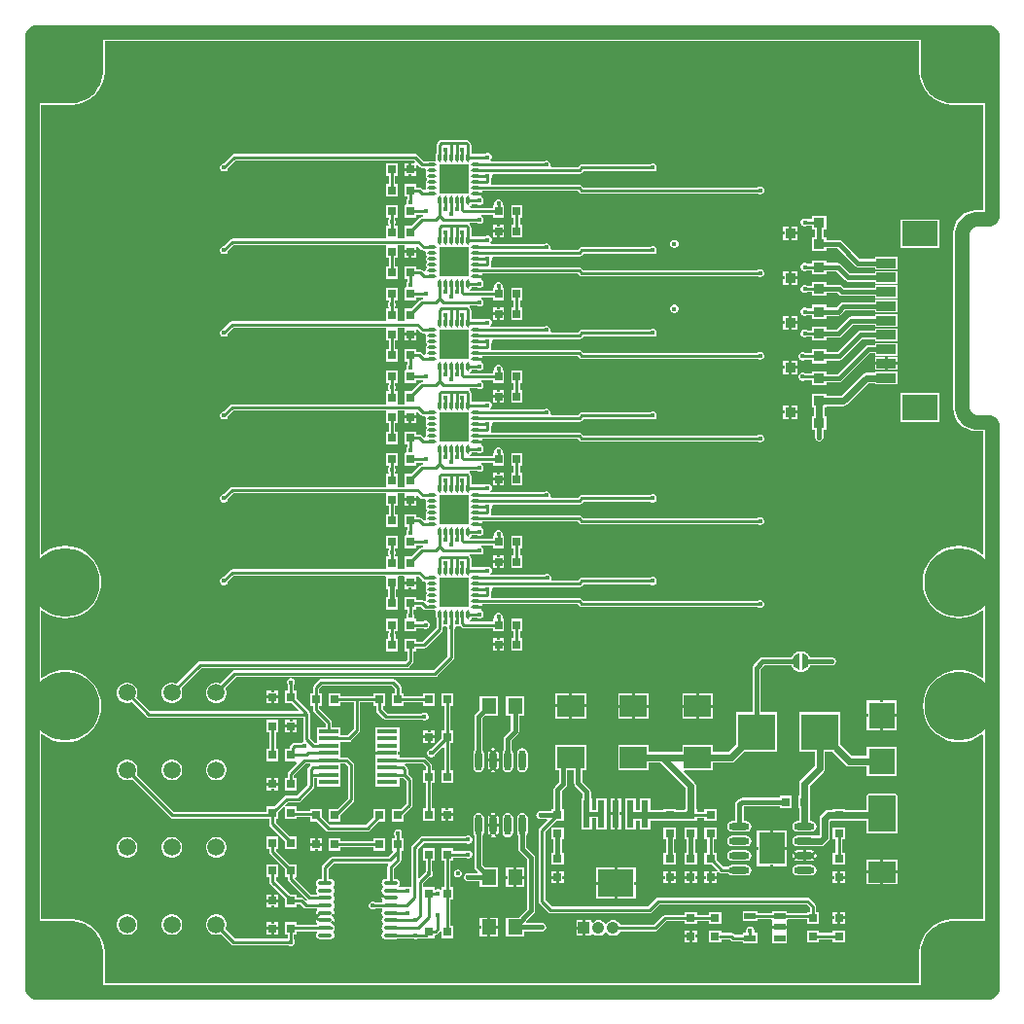
<source format=gbr>
G04*
G04 #@! TF.GenerationSoftware,Altium Limited,Altium Designer,24.1.2 (44)*
G04*
G04 Layer_Physical_Order=1*
G04 Layer_Color=255*
%FSLAX44Y44*%
%MOMM*%
G71*
G04*
G04 #@! TF.SameCoordinates,5BE5AD36-3FF4-4A78-A3BF-1A6130355080*
G04*
G04*
G04 #@! TF.FilePolarity,Positive*
G04*
G01*
G75*
%ADD14C,0.6000*%
%ADD20C,0.2540*%
%ADD22R,0.7000X0.8000*%
%ADD23R,1.2696X1.3462*%
%ADD24O,0.6000X1.8000*%
%ADD25R,0.8000X0.7000*%
%ADD26R,1.0000X0.6000*%
%ADD27R,2.3622X1.8796*%
%ADD28R,0.9500X0.9000*%
%ADD29R,2.3000X2.2860*%
%ADD30R,1.7018X0.8128*%
%ADD31R,3.0988X2.2098*%
G04:AMPARAMS|DCode=32|XSize=0.2746mm|YSize=0.8048mm|CornerRadius=0.1373mm|HoleSize=0mm|Usage=FLASHONLY|Rotation=90.000|XOffset=0mm|YOffset=0mm|HoleType=Round|Shape=RoundedRectangle|*
%AMROUNDEDRECTD32*
21,1,0.2746,0.5302,0,0,90.0*
21,1,0.0000,0.8048,0,0,90.0*
1,1,0.2746,0.2651,0.0000*
1,1,0.2746,0.2651,0.0000*
1,1,0.2746,-0.2651,0.0000*
1,1,0.2746,-0.2651,0.0000*
%
%ADD32ROUNDEDRECTD32*%
%ADD33R,3.3000X3.1500*%
%ADD34O,1.8000X0.6000*%
%ADD35R,2.3000X2.8000*%
%ADD36R,3.1725X2.3455*%
%ADD37R,0.6325X2.3455*%
%ADD38O,1.3000X0.3500*%
%ADD39R,1.8000X0.4000*%
%ADD40R,2.5000X2.5000*%
G04:AMPARAMS|DCode=41|XSize=0.2746mm|YSize=0.8048mm|CornerRadius=0.1373mm|HoleSize=0mm|Usage=FLASHONLY|Rotation=180.000|XOffset=0mm|YOffset=0mm|HoleType=Round|Shape=RoundedRectangle|*
%AMROUNDEDRECTD41*
21,1,0.2746,0.5302,0,0,180.0*
21,1,0.0000,0.8048,0,0,180.0*
1,1,0.2746,0.0000,0.2651*
1,1,0.2746,0.0000,0.2651*
1,1,0.2746,0.0000,-0.2651*
1,1,0.2746,0.0000,-0.2651*
%
%ADD41ROUNDEDRECTD41*%
%ADD42C,1.2700*%
%ADD65C,1.5000*%
%ADD66C,0.4000*%
%ADD67C,6.0000*%
%ADD68C,0.8000*%
%ADD69R,1.0500X1.0500*%
%ADD70C,1.0500*%
%ADD71C,0.4000*%
%ADD72C,0.9000*%
G36*
X843526Y781000D02*
X809293Y781000D01*
X807438Y781000D01*
X803761Y781484D01*
X800179Y782444D01*
X796752Y783863D01*
X793540Y785718D01*
X790598Y787975D01*
X787975Y790598D01*
X785718Y793540D01*
X783863Y796752D01*
X782444Y800179D01*
X781484Y803761D01*
X781000Y807438D01*
X781000Y809293D01*
X781000D01*
Y843526D01*
X843526D01*
Y781000D01*
D02*
G37*
G36*
X69000Y809293D02*
X69000D01*
X69000Y807438D01*
X68516Y803761D01*
X67556Y800179D01*
X66137Y796752D01*
X64282Y793540D01*
X62024Y790598D01*
X59402Y787975D01*
X56460Y785718D01*
X53248Y783863D01*
X49821Y782444D01*
X46239Y781484D01*
X42562Y781000D01*
X40707Y781000D01*
X6474Y781000D01*
Y843526D01*
X69000D01*
Y809293D01*
D02*
G37*
G36*
X779376D02*
X779376Y809293D01*
X779376Y807438D01*
X779419Y807335D01*
X779390Y807226D01*
X779874Y803549D01*
X779930Y803452D01*
X779916Y803341D01*
X780876Y799759D01*
X780944Y799669D01*
Y799557D01*
X782363Y796131D01*
X782443Y796052D01*
X782457Y795940D01*
X784312Y792729D01*
X784400Y792660D01*
X784430Y792552D01*
X786687Y789610D01*
X786785Y789554D01*
X786827Y789450D01*
X789450Y786827D01*
X789554Y786785D01*
X789610Y786687D01*
X792552Y784430D01*
X792660Y784401D01*
X792729Y784312D01*
X795940Y782457D01*
X796052Y782443D01*
X796131Y782363D01*
X799557Y780944D01*
X799669D01*
X799759Y780876D01*
X803341Y779916D01*
X803452Y779930D01*
X803549Y779874D01*
X807226Y779390D01*
X807335Y779419D01*
X807438Y779376D01*
X809293Y779376D01*
X835232Y779376D01*
Y687825D01*
X828860D01*
X828860Y687853D01*
X824998Y687472D01*
X821285Y686346D01*
X817862Y684517D01*
X814863Y682055D01*
X812401Y679055D01*
X810572Y675633D01*
X809445Y671919D01*
X809065Y668057D01*
X809092D01*
Y515497D01*
X809065D01*
X809445Y511635D01*
X810572Y507922D01*
X812401Y504499D01*
X814863Y501500D01*
X817862Y499038D01*
X821285Y497209D01*
X824998Y496082D01*
X828860Y495702D01*
X828860Y495729D01*
X835232D01*
Y388808D01*
X834079Y388276D01*
X832572Y389563D01*
X828345Y392154D01*
X823764Y394051D01*
X818943Y395208D01*
X814000Y395597D01*
X809057Y395208D01*
X804236Y394051D01*
X799655Y392154D01*
X795427Y389563D01*
X791657Y386343D01*
X788437Y382573D01*
X785846Y378345D01*
X783949Y373764D01*
X782792Y368943D01*
X782403Y364000D01*
X782792Y359057D01*
X783949Y354236D01*
X785846Y349655D01*
X788437Y345428D01*
X791657Y341657D01*
X795427Y338437D01*
X799655Y335846D01*
X804236Y333949D01*
X809057Y332792D01*
X814000Y332403D01*
X818943Y332792D01*
X823764Y333949D01*
X828345Y335846D01*
X832572Y338437D01*
X834079Y339724D01*
X835232Y339192D01*
Y281215D01*
X834079Y280683D01*
X833049Y281563D01*
X828822Y284153D01*
X824241Y286051D01*
X819420Y287208D01*
X814477Y287597D01*
X809534Y287208D01*
X804713Y286051D01*
X800132Y284153D01*
X795904Y281563D01*
X792134Y278343D01*
X788914Y274573D01*
X786323Y270345D01*
X784426Y265764D01*
X783269Y260943D01*
X782879Y256000D01*
X783269Y251057D01*
X784426Y246236D01*
X786323Y241655D01*
X788914Y237428D01*
X792134Y233657D01*
X795904Y230437D01*
X800132Y227847D01*
X804713Y225949D01*
X809534Y224792D01*
X814477Y224403D01*
X819420Y224792D01*
X824241Y225949D01*
X828822Y227847D01*
X833049Y230437D01*
X834079Y231317D01*
X835232Y230785D01*
Y70624D01*
X809293Y70624D01*
X807438Y70624D01*
X807335Y70581D01*
X807226Y70610D01*
X803549Y70126D01*
X803452Y70069D01*
X803341Y70084D01*
X799759Y69124D01*
X799669Y69056D01*
X799557D01*
X796131Y67637D01*
X796052Y67557D01*
X795940Y67543D01*
X792729Y65688D01*
X792660Y65599D01*
X792552Y65570D01*
X789610Y63313D01*
X789554Y63215D01*
X789450Y63173D01*
X786827Y60550D01*
X786785Y60447D01*
X786687Y60390D01*
X784430Y57448D01*
X784400Y57340D01*
X784312Y57271D01*
X782457Y54060D01*
X782443Y53948D01*
X782363Y53869D01*
X780944Y50443D01*
Y50331D01*
X780876Y50241D01*
X779916Y46659D01*
X779930Y46548D01*
X779874Y46451D01*
X779390Y42774D01*
X779419Y42665D01*
X779376Y42562D01*
X779376Y40707D01*
X779376Y40707D01*
Y14768D01*
X70624D01*
Y40707D01*
X70624Y40708D01*
X70624Y42562D01*
X70581Y42665D01*
X70610Y42774D01*
X70126Y46451D01*
X70069Y46548D01*
X70084Y46659D01*
X69124Y50241D01*
X69056Y50331D01*
Y50443D01*
X67637Y53869D01*
X67557Y53948D01*
X67543Y54060D01*
X65688Y57271D01*
X65599Y57340D01*
X65570Y57448D01*
X63313Y60390D01*
X63215Y60447D01*
X63173Y60550D01*
X60550Y63173D01*
X60447Y63215D01*
X60390Y63313D01*
X57448Y65570D01*
X57340Y65599D01*
X57271Y65688D01*
X54060Y67543D01*
X53948Y67557D01*
X53869Y67637D01*
X50443Y69056D01*
X50331D01*
X50241Y69124D01*
X46659Y70084D01*
X46548Y70069D01*
X46451Y70126D01*
X42774Y70610D01*
X42665Y70581D01*
X42562Y70624D01*
X40707Y70624D01*
X14768Y70624D01*
Y231192D01*
X15921Y231724D01*
X17428Y230437D01*
X21655Y227847D01*
X26236Y225949D01*
X31057Y224792D01*
X36000Y224403D01*
X40943Y224792D01*
X45764Y225949D01*
X50345Y227847D01*
X54573Y230437D01*
X58343Y233657D01*
X61563Y237428D01*
X64153Y241655D01*
X66051Y246236D01*
X67208Y251057D01*
X67597Y256000D01*
X67208Y260943D01*
X66051Y265764D01*
X64153Y270345D01*
X61563Y274573D01*
X58343Y278343D01*
X54573Y281563D01*
X50345Y284153D01*
X45764Y286051D01*
X40943Y287208D01*
X36000Y287597D01*
X31057Y287208D01*
X26236Y286051D01*
X21655Y284153D01*
X17428Y281563D01*
X15921Y280276D01*
X14768Y280808D01*
Y339192D01*
X15921Y339724D01*
X17428Y338437D01*
X21655Y335846D01*
X26236Y333949D01*
X31057Y332792D01*
X36000Y332403D01*
X40943Y332792D01*
X45764Y333949D01*
X50345Y335846D01*
X54573Y338437D01*
X58343Y341657D01*
X61563Y345428D01*
X64153Y349655D01*
X66051Y354236D01*
X67208Y359057D01*
X67597Y364000D01*
X67208Y368943D01*
X66051Y373764D01*
X64153Y378345D01*
X61563Y382573D01*
X58343Y386343D01*
X54573Y389563D01*
X50345Y392154D01*
X45764Y394051D01*
X40943Y395208D01*
X36000Y395597D01*
X31057Y395208D01*
X26236Y394051D01*
X21655Y392154D01*
X17428Y389563D01*
X15921Y388276D01*
X14768Y388808D01*
Y779376D01*
X40707Y779376D01*
X42562Y779376D01*
X42665Y779419D01*
X42774Y779390D01*
X46451Y779874D01*
X46548Y779930D01*
X46659Y779916D01*
X50241Y780876D01*
X50331Y780944D01*
X50443D01*
X53869Y782363D01*
X53948Y782443D01*
X54060Y782457D01*
X57271Y784312D01*
X57340Y784401D01*
X57448Y784430D01*
X60390Y786687D01*
X60447Y786785D01*
X60550Y786827D01*
X63173Y789450D01*
X63215Y789554D01*
X63313Y789610D01*
X65570Y792552D01*
X65599Y792660D01*
X65688Y792729D01*
X67543Y795940D01*
X67557Y796052D01*
X67637Y796131D01*
X69056Y799557D01*
Y799669D01*
X69124Y799759D01*
X70084Y803341D01*
X70069Y803452D01*
X70126Y803549D01*
X70610Y807226D01*
X70581Y807335D01*
X70624Y807438D01*
X70624Y809292D01*
X70624Y809293D01*
Y835232D01*
X779376D01*
Y809293D01*
D02*
G37*
G36*
X843526Y6474D02*
X781000D01*
Y40707D01*
X781000Y40707D01*
X781000Y40707D01*
X781000Y42562D01*
X781484Y46239D01*
X782444Y49821D01*
X783863Y53248D01*
X785718Y56460D01*
X787975Y59402D01*
X790598Y62024D01*
X793540Y64282D01*
X796752Y66137D01*
X800179Y67556D01*
X803761Y68516D01*
X807438Y69000D01*
X809293Y69000D01*
X843526Y69000D01*
Y6474D01*
D02*
G37*
G36*
X40707Y69000D02*
X42562Y69000D01*
X46239Y68516D01*
X49821Y67556D01*
X53248Y66137D01*
X56460Y64282D01*
X59402Y62024D01*
X62024Y59402D01*
X64282Y56460D01*
X66137Y53248D01*
X67556Y49821D01*
X68516Y46239D01*
X69000Y42562D01*
X69000Y40707D01*
X69000D01*
X69000Y40707D01*
Y6474D01*
X6474D01*
Y69000D01*
X40707Y69000D01*
D02*
G37*
%LPC*%
G36*
X823842Y840620D02*
X821845Y840620D01*
X822542Y838937D01*
X820195Y837965D01*
X819498Y839648D01*
X818085Y838235D01*
X817248Y836214D01*
X817248Y834216D01*
X818931Y834913D01*
X819903Y832567D01*
X818220Y831870D01*
X819633Y830457D01*
X821654Y829620D01*
X823652Y829620D01*
X822955Y831302D01*
X825301Y832274D01*
X825998Y830592D01*
X827411Y832004D01*
X828248Y834026D01*
X828248Y836023D01*
X826566Y835327D01*
X825594Y837673D01*
X827276Y838370D01*
X825864Y839782D01*
X823842Y840620D01*
D02*
G37*
G36*
X804158Y840620D02*
X802136Y839783D01*
X800724Y838370D01*
X802406Y837673D01*
X801434Y835327D01*
X799752Y836023D01*
X799752Y834026D01*
X800589Y832004D01*
X802002Y830592D01*
X802699Y832274D01*
X805045Y831302D01*
X804348Y829620D01*
X806346Y829620D01*
X808367Y830457D01*
X809780Y831870D01*
X808097Y832567D01*
X809069Y834913D01*
X810752Y834216D01*
X810752Y836214D01*
X809914Y838235D01*
X808502Y839648D01*
X807805Y837965D01*
X805459Y838937D01*
X806155Y840620D01*
X804158Y840620D01*
D02*
G37*
G36*
X793974Y828248D02*
X791977Y828248D01*
X792673Y826566D01*
X790327Y825594D01*
X789630Y827276D01*
X788217Y825864D01*
X787380Y823842D01*
X787380Y821845D01*
X789063Y822542D01*
X790035Y820195D01*
X788352Y819498D01*
X789765Y818085D01*
X791786Y817248D01*
X793784Y817248D01*
X793087Y818931D01*
X795433Y819903D01*
X796130Y818220D01*
X797543Y819633D01*
X798380Y821654D01*
X798380Y823652D01*
X796698Y822955D01*
X795726Y825301D01*
X797408Y825998D01*
X795996Y827411D01*
X793974Y828248D01*
D02*
G37*
G36*
X834026D02*
X832004Y827411D01*
X830592Y825998D01*
X832274Y825301D01*
X831302Y822955D01*
X829620Y823652D01*
X829620Y821654D01*
X830457Y819633D01*
X831870Y818220D01*
X832567Y819903D01*
X834913Y818931D01*
X834216Y817248D01*
X836214Y817248D01*
X838235Y818085D01*
X839648Y819498D01*
X837965Y820195D01*
X838937Y822542D01*
X840620Y821845D01*
X840620Y823842D01*
X839783Y825864D01*
X838370Y827276D01*
X837673Y825594D01*
X835327Y826566D01*
X836023Y828248D01*
X834026Y828248D01*
D02*
G37*
G36*
X836214Y810752D02*
X834216Y810752D01*
X834913Y809069D01*
X832567Y808097D01*
X831870Y809780D01*
X830457Y808367D01*
X829620Y806346D01*
X829620Y804348D01*
X831302Y805045D01*
X832274Y802699D01*
X830592Y802002D01*
X832004Y800589D01*
X834026Y799752D01*
X836023Y799752D01*
X835327Y801434D01*
X837673Y802406D01*
X838370Y800724D01*
X839782Y802136D01*
X840620Y804158D01*
X840620Y806155D01*
X838937Y805459D01*
X837965Y807805D01*
X839648Y808502D01*
X838235Y809914D01*
X836214Y810752D01*
D02*
G37*
G36*
X791786D02*
X789765Y809914D01*
X788352Y808502D01*
X790035Y807805D01*
X789063Y805459D01*
X787380Y806155D01*
X787380Y804158D01*
X788217Y802136D01*
X789630Y800724D01*
X790327Y802406D01*
X792673Y801434D01*
X791977Y799752D01*
X793974Y799752D01*
X795996Y800589D01*
X797408Y802002D01*
X795726Y802699D01*
X796698Y805045D01*
X798380Y804348D01*
X798380Y806346D01*
X797543Y808367D01*
X796130Y809780D01*
X795433Y808097D01*
X793087Y809069D01*
X793784Y810752D01*
X791786Y810752D01*
D02*
G37*
G36*
X806346Y798380D02*
X804348Y798380D01*
X805045Y796698D01*
X802699Y795726D01*
X802002Y797408D01*
X800589Y795996D01*
X799752Y793974D01*
X799752Y791977D01*
X801434Y792673D01*
X802406Y790327D01*
X800724Y789630D01*
X802136Y788217D01*
X804158Y787380D01*
X806155Y787380D01*
X805459Y789063D01*
X807805Y790035D01*
X808502Y788352D01*
X809914Y789765D01*
X810752Y791786D01*
X810752Y793784D01*
X809069Y793087D01*
X808097Y795433D01*
X809780Y796130D01*
X808367Y797543D01*
X806346Y798380D01*
D02*
G37*
G36*
X821654Y798380D02*
X819633Y797543D01*
X818220Y796130D01*
X819903Y795433D01*
X818931Y793087D01*
X817248Y793784D01*
X817248Y791786D01*
X818085Y789765D01*
X819498Y788352D01*
X820195Y790035D01*
X822542Y789063D01*
X821845Y787380D01*
X823842Y787380D01*
X825864Y788217D01*
X827276Y789630D01*
X825594Y790327D01*
X826566Y792673D01*
X828248Y791977D01*
X828248Y793974D01*
X827411Y795996D01*
X825998Y797408D01*
X825301Y795726D01*
X822955Y796698D01*
X823652Y798380D01*
X821654Y798380D01*
D02*
G37*
G36*
X45842Y840620D02*
X43845Y840620D01*
X44542Y838937D01*
X42195Y837965D01*
X41498Y839648D01*
X40086Y838235D01*
X39248Y836214D01*
X39248Y834216D01*
X40931Y834913D01*
X41903Y832567D01*
X40220Y831870D01*
X41633Y830457D01*
X43654Y829620D01*
X45652Y829620D01*
X44955Y831302D01*
X47301Y832274D01*
X47998Y830592D01*
X49411Y832004D01*
X50248Y834026D01*
X50248Y836023D01*
X48566Y835327D01*
X47594Y837673D01*
X49276Y838370D01*
X47864Y839782D01*
X45842Y840620D01*
D02*
G37*
G36*
X26158Y840620D02*
X24136Y839783D01*
X22724Y838370D01*
X24406Y837673D01*
X23434Y835327D01*
X21752Y836023D01*
X21752Y834026D01*
X22589Y832004D01*
X24002Y830592D01*
X24699Y832274D01*
X27045Y831302D01*
X26348Y829620D01*
X28346Y829620D01*
X30367Y830457D01*
X31780Y831870D01*
X30097Y832567D01*
X31069Y834913D01*
X32752Y834216D01*
X32752Y836214D01*
X31915Y838235D01*
X30502Y839648D01*
X29805Y837965D01*
X27459Y838937D01*
X28155Y840620D01*
X26158Y840620D01*
D02*
G37*
G36*
X15974Y828248D02*
X13977Y828248D01*
X14674Y826566D01*
X12327Y825594D01*
X11630Y827276D01*
X10217Y825864D01*
X9380Y823842D01*
X9380Y821845D01*
X11063Y822542D01*
X12035Y820195D01*
X10352Y819498D01*
X11765Y818085D01*
X13786Y817248D01*
X15784Y817248D01*
X15087Y818931D01*
X17433Y819903D01*
X18130Y818220D01*
X19543Y819633D01*
X20380Y821654D01*
X20380Y823652D01*
X18698Y822955D01*
X17726Y825301D01*
X19408Y825998D01*
X17996Y827411D01*
X15974Y828248D01*
D02*
G37*
G36*
X56026D02*
X54004Y827411D01*
X52592Y825998D01*
X54274Y825301D01*
X53302Y822955D01*
X51620Y823652D01*
X51620Y821654D01*
X52457Y819633D01*
X53870Y818220D01*
X54567Y819903D01*
X56913Y818931D01*
X56216Y817248D01*
X58214Y817248D01*
X60235Y818085D01*
X61648Y819498D01*
X59965Y820195D01*
X60937Y822542D01*
X62620Y821845D01*
X62620Y823842D01*
X61783Y825864D01*
X60370Y827276D01*
X59673Y825594D01*
X57326Y826566D01*
X58023Y828248D01*
X56026Y828248D01*
D02*
G37*
G36*
X58214Y810752D02*
X56216Y810752D01*
X56913Y809069D01*
X54567Y808097D01*
X53870Y809780D01*
X52457Y808367D01*
X51620Y806346D01*
X51620Y804348D01*
X53302Y805045D01*
X54274Y802699D01*
X52592Y802002D01*
X54004Y800589D01*
X56026Y799752D01*
X58023Y799752D01*
X57326Y801434D01*
X59673Y802406D01*
X60370Y800724D01*
X61783Y802136D01*
X62620Y804158D01*
X62620Y806155D01*
X60937Y805459D01*
X59965Y807805D01*
X61648Y808502D01*
X60235Y809914D01*
X58214Y810752D01*
D02*
G37*
G36*
X13786D02*
X11765Y809914D01*
X10352Y808502D01*
X12035Y807805D01*
X11063Y805459D01*
X9380Y806155D01*
X9380Y804158D01*
X10217Y802136D01*
X11630Y800724D01*
X12327Y802406D01*
X14674Y801434D01*
X13977Y799752D01*
X15974Y799752D01*
X17996Y800589D01*
X19408Y802002D01*
X17726Y802699D01*
X18698Y805045D01*
X20380Y804348D01*
X20380Y806346D01*
X19543Y808367D01*
X18130Y809780D01*
X17433Y808097D01*
X15087Y809069D01*
X15784Y810752D01*
X13786Y810752D01*
D02*
G37*
G36*
X28346Y798380D02*
X26348Y798380D01*
X27045Y796698D01*
X24699Y795726D01*
X24002Y797408D01*
X22589Y795996D01*
X21752Y793974D01*
X21752Y791977D01*
X23434Y792673D01*
X24406Y790327D01*
X22724Y789630D01*
X24136Y788217D01*
X26158Y787380D01*
X28155Y787380D01*
X27459Y789063D01*
X29805Y790035D01*
X30502Y788352D01*
X31915Y789765D01*
X32752Y791786D01*
X32752Y793784D01*
X31069Y793087D01*
X30097Y795433D01*
X31780Y796130D01*
X30367Y797543D01*
X28346Y798380D01*
D02*
G37*
G36*
X43654Y798380D02*
X41633Y797543D01*
X40220Y796130D01*
X41903Y795433D01*
X40931Y793087D01*
X39248Y793784D01*
X39248Y791786D01*
X40086Y789765D01*
X41498Y788352D01*
X42195Y790035D01*
X44542Y789063D01*
X43845Y787380D01*
X45842Y787380D01*
X47864Y788217D01*
X49276Y789630D01*
X47594Y790327D01*
X48566Y792673D01*
X50248Y791977D01*
X50248Y793974D01*
X49411Y795996D01*
X47998Y797408D01*
X47301Y795726D01*
X44955Y796698D01*
X45652Y798380D01*
X43654Y798380D01*
D02*
G37*
G36*
X385362Y748822D02*
X385362Y748822D01*
X363338D01*
X362257Y748607D01*
X361341Y747995D01*
X361341Y747995D01*
X359853Y746507D01*
X359241Y745591D01*
X359026Y744510D01*
X359026Y744510D01*
Y737203D01*
X358921Y736675D01*
Y731536D01*
X358720Y731172D01*
X358178Y730630D01*
X357814Y730429D01*
X352675D01*
X352147Y730324D01*
X348314D01*
X342617Y736021D01*
X341701Y736633D01*
X340620Y736848D01*
X340620Y736848D01*
X183288D01*
X183288Y736848D01*
X182207Y736633D01*
X181291Y736021D01*
X173770Y728500D01*
X173568D01*
X172281Y727967D01*
X171297Y726982D01*
X170764Y725696D01*
Y724304D01*
X171297Y723017D01*
X172281Y722033D01*
X173568Y721500D01*
X174960D01*
X176247Y722033D01*
X177231Y723017D01*
X177764Y724304D01*
Y724506D01*
X184458Y731200D01*
X339450D01*
X340797Y729853D01*
X340271Y728583D01*
X337729D01*
Y726896D01*
X335189D01*
Y728583D01*
X331459D01*
Y724353D01*
X333147D01*
Y721813D01*
X331459D01*
Y717583D01*
X335189D01*
Y719271D01*
X337729D01*
Y717583D01*
X341459D01*
Y721813D01*
X339771D01*
Y724353D01*
X341459D01*
Y727395D01*
X342729Y727921D01*
X345147Y725503D01*
X345147Y725503D01*
X346064Y724891D01*
X347144Y724676D01*
X349146D01*
X349498Y724224D01*
X349926Y723406D01*
X349746Y722500D01*
X349969Y721379D01*
X350294Y720892D01*
X350503Y720000D01*
X350294Y719108D01*
X349969Y718621D01*
X349746Y717500D01*
X349969Y716379D01*
X350604Y715429D01*
Y714571D01*
X349969Y713621D01*
X349746Y712500D01*
X349969Y711379D01*
X350294Y710892D01*
X350503Y710000D01*
X350294Y709108D01*
X349969Y708621D01*
X349746Y707500D01*
X349926Y706595D01*
X349207Y705558D01*
X347979Y705506D01*
X346538Y706947D01*
X345622Y707559D01*
X344541Y707774D01*
X344541Y707774D01*
X341457D01*
Y710450D01*
X331457D01*
Y699450D01*
X333633D01*
Y697123D01*
X333493Y696982D01*
X332960Y695696D01*
Y694304D01*
X333257Y693586D01*
X332534Y692316D01*
X331458D01*
Y681316D01*
X341458D01*
Y683990D01*
X347413D01*
X347889Y683544D01*
X347387Y682274D01*
X346724D01*
X346724Y682274D01*
X345643Y682059D01*
X344727Y681447D01*
X337464Y674184D01*
X331458D01*
Y663184D01*
X330197Y663162D01*
X326719D01*
X325458Y663184D01*
X325458Y664432D01*
Y674184D01*
X323283D01*
Y675626D01*
X323426Y675769D01*
X323959Y677055D01*
Y678448D01*
X323426Y679734D01*
X323283Y679877D01*
Y681316D01*
X325458D01*
Y692316D01*
X315458D01*
Y681316D01*
X317634D01*
Y679877D01*
X317491Y679734D01*
X316959Y678448D01*
Y677055D01*
X317491Y675769D01*
X317634Y675626D01*
Y674184D01*
X315458D01*
X315458Y663184D01*
X314197Y663162D01*
X181602D01*
X181602Y663162D01*
X180521Y662947D01*
X179605Y662335D01*
X173770Y656500D01*
X173568D01*
X172281Y655967D01*
X171297Y654983D01*
X170764Y653696D01*
Y652304D01*
X171297Y651017D01*
X172281Y650033D01*
X173568Y649500D01*
X174960D01*
X176247Y650033D01*
X177231Y651017D01*
X177764Y652304D01*
Y652506D01*
X182772Y657514D01*
X314349D01*
X315459Y657128D01*
X315459Y656244D01*
Y646128D01*
X317634D01*
Y639172D01*
X315457D01*
Y628172D01*
X325457D01*
Y639172D01*
X323282D01*
Y646128D01*
X325459D01*
X325459Y657128D01*
X326569Y657514D01*
X330349D01*
X331459Y657128D01*
X331459Y656244D01*
Y652898D01*
X333147D01*
Y650358D01*
X331459D01*
Y646128D01*
X335189D01*
Y647816D01*
X337729D01*
Y646128D01*
X341459D01*
Y650358D01*
X339771D01*
Y652898D01*
X341459D01*
Y656402D01*
X342729Y656928D01*
X346153Y653503D01*
X347070Y652891D01*
X348151Y652676D01*
X349146D01*
X349498Y652224D01*
X349926Y651406D01*
X349746Y650500D01*
X349969Y649379D01*
X350604Y648429D01*
Y647571D01*
X349969Y646621D01*
X349746Y645500D01*
X349969Y644379D01*
X350604Y643429D01*
Y642571D01*
X349969Y641621D01*
X349746Y640500D01*
X349969Y639379D01*
X350604Y638429D01*
Y637571D01*
X349969Y636621D01*
X349746Y635500D01*
X348718Y634290D01*
X348419Y634253D01*
X347003Y635669D01*
X346086Y636281D01*
X345006Y636496D01*
X345005Y636496D01*
X341457D01*
Y639172D01*
X331457D01*
Y628172D01*
X333633D01*
Y625123D01*
X333493Y624982D01*
X332960Y623696D01*
Y622304D01*
X333257Y621586D01*
X332534Y620316D01*
X331458D01*
Y609316D01*
X341458D01*
Y611990D01*
X347413D01*
X347889Y611544D01*
X347387Y610274D01*
X346724D01*
X346724Y610274D01*
X345643Y610059D01*
X344727Y609447D01*
X337464Y602184D01*
X331458D01*
Y591184D01*
X330269Y590988D01*
X326647D01*
X325458Y591184D01*
X325458Y592258D01*
Y602184D01*
X323282D01*
Y603625D01*
X323425Y603767D01*
X323958Y605054D01*
Y606446D01*
X323425Y607733D01*
X323282Y607876D01*
Y609316D01*
X325458D01*
Y620316D01*
X315458D01*
Y609316D01*
X317634D01*
Y607876D01*
X317491Y607733D01*
X316958Y606446D01*
Y605054D01*
X317491Y603767D01*
X317634Y603625D01*
Y602184D01*
X315458D01*
X315458Y591184D01*
X314269Y590988D01*
X181428D01*
X180347Y590773D01*
X179431Y590161D01*
X173770Y584500D01*
X173568D01*
X172281Y583967D01*
X171297Y582982D01*
X170764Y581696D01*
Y580304D01*
X171297Y579017D01*
X172281Y578033D01*
X173568Y577500D01*
X174960D01*
X176247Y578033D01*
X177231Y579017D01*
X177764Y580304D01*
Y580506D01*
X182598Y585339D01*
X314277D01*
X315459Y585128D01*
X315459Y584069D01*
Y574128D01*
X317634D01*
Y567172D01*
X315457D01*
Y556172D01*
X325457D01*
Y567172D01*
X323282D01*
Y574128D01*
X325459D01*
X325459Y585128D01*
X326641Y585339D01*
X330276D01*
X331459Y585128D01*
X331459Y584069D01*
Y580898D01*
X333147D01*
Y578358D01*
X331459D01*
Y574128D01*
X335189D01*
Y575816D01*
X337729D01*
Y574128D01*
X341459D01*
Y578358D01*
X339771D01*
Y580898D01*
X341459D01*
Y583727D01*
X342729Y584253D01*
X345479Y581503D01*
X345479Y581503D01*
X346395Y580891D01*
X347476Y580676D01*
X349146D01*
X349498Y580224D01*
X349926Y579406D01*
X349746Y578500D01*
X349969Y577379D01*
X350294Y576892D01*
X350503Y576000D01*
X350294Y575108D01*
X349969Y574621D01*
X349746Y573500D01*
X349969Y572379D01*
X350604Y571429D01*
Y570571D01*
X349969Y569621D01*
X349746Y568500D01*
X349969Y567379D01*
X350294Y566892D01*
X350503Y566000D01*
X350294Y565108D01*
X349969Y564621D01*
X349746Y563500D01*
X349926Y562594D01*
X349725Y562209D01*
X348688Y561922D01*
X348122Y562023D01*
X346476Y563669D01*
X345560Y564281D01*
X344479Y564496D01*
X344479Y564496D01*
X341457D01*
Y567172D01*
X331457D01*
Y556172D01*
X333633D01*
Y553123D01*
X333493Y552982D01*
X332960Y551696D01*
Y550304D01*
X333257Y549586D01*
X332535Y548316D01*
X331458D01*
Y537316D01*
X341458D01*
Y539990D01*
X347413D01*
X347889Y539544D01*
X347387Y538274D01*
X346724D01*
X346724Y538274D01*
X345643Y538059D01*
X344727Y537447D01*
X337464Y530184D01*
X331458D01*
Y519184D01*
X330280Y518962D01*
X326636D01*
X325458Y519184D01*
X325458Y520233D01*
Y530184D01*
X323282D01*
Y531624D01*
X323425Y531767D01*
X323958Y533054D01*
Y534446D01*
X323425Y535733D01*
X323282Y535876D01*
Y537316D01*
X325458D01*
Y548316D01*
X315458D01*
Y537316D01*
X317634D01*
Y535876D01*
X317491Y535733D01*
X316958Y534446D01*
Y533054D01*
X317491Y531767D01*
X317634Y531624D01*
Y530184D01*
X315458D01*
X315458Y519184D01*
X314280Y518962D01*
X181402D01*
X181402Y518963D01*
X180322Y518747D01*
X179405Y518135D01*
X179405Y518135D01*
X173770Y512500D01*
X173568D01*
X172281Y511967D01*
X171297Y510983D01*
X170764Y509696D01*
Y508304D01*
X171297Y507017D01*
X172281Y506033D01*
X173568Y505500D01*
X174960D01*
X176247Y506033D01*
X177231Y507017D01*
X177764Y508304D01*
Y508506D01*
X182572Y513314D01*
X314266D01*
X315459Y513128D01*
X315459Y512044D01*
Y502128D01*
X317634D01*
Y495172D01*
X315457D01*
Y484172D01*
X325457D01*
Y495172D01*
X323282D01*
Y502128D01*
X325459D01*
X325459Y513128D01*
X326652Y513314D01*
X330266D01*
X331459Y513128D01*
X331459Y512044D01*
Y508898D01*
X333147D01*
Y506358D01*
X331459D01*
Y502128D01*
X335189D01*
Y503816D01*
X337729D01*
Y502128D01*
X341459D01*
Y506358D01*
X339771D01*
Y508898D01*
X341459D01*
Y512085D01*
X342729Y512611D01*
X345837Y509503D01*
X346754Y508891D01*
X347834Y508676D01*
X347835Y508676D01*
X349146D01*
X349498Y508224D01*
X349926Y507406D01*
X349746Y506500D01*
X349969Y505379D01*
X350294Y504892D01*
X350503Y504000D01*
X350294Y503108D01*
X349969Y502621D01*
X349746Y501500D01*
X349969Y500379D01*
X350604Y499429D01*
Y498571D01*
X349969Y497621D01*
X349746Y496500D01*
X349969Y495379D01*
X350294Y494892D01*
X350503Y494000D01*
X350294Y493108D01*
X349969Y492621D01*
X349746Y491500D01*
X349926Y490594D01*
X349765Y490285D01*
X348615Y489992D01*
X348146Y490107D01*
X346585Y491669D01*
X345668Y492281D01*
X344588Y492496D01*
X344588Y492496D01*
X341457D01*
Y495172D01*
X331457D01*
Y484172D01*
X333633D01*
Y481123D01*
X333493Y480983D01*
X332960Y479696D01*
Y478304D01*
X333257Y477586D01*
X332535Y476316D01*
X331458D01*
Y465316D01*
X341458D01*
Y467990D01*
X347413D01*
X347889Y467544D01*
X347387Y466274D01*
X346724D01*
X346724Y466274D01*
X345643Y466059D01*
X344727Y465447D01*
X337464Y458184D01*
X331458D01*
Y447184D01*
X330284Y446952D01*
X326632D01*
X325458Y447184D01*
X325458Y448222D01*
Y458184D01*
X323282D01*
Y459624D01*
X323425Y459767D01*
X323958Y461054D01*
Y462446D01*
X323425Y463733D01*
X323282Y463876D01*
Y465316D01*
X325458D01*
Y476316D01*
X315458D01*
Y465316D01*
X317634D01*
Y463876D01*
X317491Y463733D01*
X316958Y462446D01*
Y461054D01*
X317491Y459767D01*
X317634Y459624D01*
Y458184D01*
X315458D01*
X315458Y447184D01*
X314284Y446952D01*
X181392D01*
X181391Y446952D01*
X180310Y446737D01*
X179394Y446124D01*
X173770Y440500D01*
X173568D01*
X172281Y439967D01*
X171297Y438983D01*
X170764Y437696D01*
Y436304D01*
X171297Y435017D01*
X172281Y434033D01*
X173568Y433500D01*
X174960D01*
X176247Y434033D01*
X177231Y435017D01*
X177764Y436304D01*
Y436506D01*
X182561Y441303D01*
X314261D01*
X315459Y441128D01*
X315459Y440033D01*
Y430128D01*
X317634D01*
Y423172D01*
X315457D01*
Y412172D01*
X325457D01*
Y423172D01*
X323282D01*
Y430128D01*
X325459D01*
X325459Y441128D01*
X326656Y441303D01*
X330261D01*
X331459Y441128D01*
X331459Y440033D01*
Y436898D01*
X333147D01*
Y434358D01*
X331459D01*
Y430128D01*
X335189D01*
Y431816D01*
X337729D01*
Y430128D01*
X341459D01*
Y434358D01*
X339771D01*
Y436898D01*
X341459D01*
Y439470D01*
X342729Y439996D01*
X345222Y437503D01*
X345222Y437503D01*
X346138Y436891D01*
X347219Y436676D01*
X349146D01*
X349498Y436224D01*
X349926Y435406D01*
X349746Y434500D01*
X349969Y433379D01*
X350294Y432892D01*
X350503Y432000D01*
X350294Y431108D01*
X349969Y430621D01*
X349746Y429500D01*
X349969Y428379D01*
X350604Y427429D01*
Y426571D01*
X349969Y425621D01*
X349746Y424500D01*
X349969Y423379D01*
X350294Y422892D01*
X350503Y422000D01*
X350294Y421108D01*
X349969Y420621D01*
X349746Y419500D01*
X349869Y418882D01*
X349079Y417750D01*
X348033Y417700D01*
X346063Y419669D01*
X345147Y420281D01*
X344066Y420496D01*
X344066Y420496D01*
X341457D01*
Y423172D01*
X331457D01*
Y412172D01*
X333633D01*
Y409123D01*
X333493Y408983D01*
X332960Y407696D01*
Y406304D01*
X333257Y405586D01*
X332535Y404316D01*
X331458D01*
Y393316D01*
X341458D01*
Y395990D01*
X347413D01*
X347889Y395544D01*
X347387Y394274D01*
X346724D01*
X346724Y394274D01*
X345643Y394059D01*
X344727Y393447D01*
X337464Y386184D01*
X331458D01*
Y375184D01*
X330206Y375140D01*
X326710D01*
X325458Y375184D01*
X325458Y376410D01*
Y386184D01*
X323282D01*
Y387625D01*
X323425Y387767D01*
X323958Y389054D01*
Y390446D01*
X323425Y391733D01*
X323282Y391875D01*
Y393316D01*
X325458D01*
Y404316D01*
X315458D01*
Y393316D01*
X317634D01*
Y391875D01*
X317491Y391733D01*
X316958Y390446D01*
Y389054D01*
X317491Y387767D01*
X317634Y387625D01*
Y386184D01*
X315458D01*
X315458Y375184D01*
X314206Y375140D01*
X181580D01*
X180499Y374925D01*
X179583Y374313D01*
X179583Y374313D01*
X173770Y368500D01*
X173568D01*
X172281Y367967D01*
X171297Y366982D01*
X170764Y365696D01*
Y364304D01*
X171297Y363017D01*
X172281Y362033D01*
X173568Y361500D01*
X174960D01*
X176247Y362033D01*
X177231Y363017D01*
X177764Y364304D01*
Y364506D01*
X182750Y369492D01*
X314340D01*
X315459Y369127D01*
X315459Y368222D01*
Y358128D01*
X316890D01*
Y351171D01*
X315457D01*
Y340171D01*
X325457D01*
Y351171D01*
X324027D01*
Y358128D01*
X325459D01*
X325459Y369127D01*
X326578Y369492D01*
X330340D01*
X331459Y369127D01*
X331459Y368222D01*
Y364897D01*
X333147D01*
Y362357D01*
X331459D01*
Y358128D01*
X335189D01*
Y359815D01*
X337729D01*
Y358128D01*
X341459D01*
Y362357D01*
X339771D01*
Y364897D01*
X341459D01*
X341459Y369127D01*
X342578Y369492D01*
X343061D01*
X347050Y365503D01*
X347050Y365503D01*
X347966Y364891D01*
X349047Y364676D01*
X349047Y364676D01*
X349146D01*
X349498Y364224D01*
X349926Y363406D01*
X349746Y362500D01*
X349969Y361379D01*
X350294Y360892D01*
X350503Y360000D01*
X350294Y359108D01*
X349969Y358621D01*
X349746Y357500D01*
X349969Y356379D01*
X350604Y355429D01*
Y354571D01*
X349969Y353621D01*
X349746Y352500D01*
X349969Y351379D01*
X350294Y350892D01*
X350503Y350000D01*
X350294Y349108D01*
X349969Y348621D01*
X349902Y348284D01*
X349282Y347961D01*
X348512Y347808D01*
X347805Y348281D01*
X346724Y348496D01*
X346724Y348496D01*
X341457D01*
Y351171D01*
X331457D01*
Y340171D01*
X333633D01*
Y337123D01*
X333493Y336983D01*
X332960Y335696D01*
Y334304D01*
X333258Y333584D01*
X332536Y332314D01*
X331460D01*
Y321314D01*
X341460D01*
Y323990D01*
X347653D01*
X347795Y323847D01*
X349082Y323314D01*
X350474D01*
X351761Y323847D01*
X352745Y324832D01*
X353278Y326118D01*
Y327510D01*
X352745Y328797D01*
X351761Y329781D01*
X350474Y330314D01*
X349082D01*
X347795Y329781D01*
X347653Y329639D01*
X341460D01*
Y332314D01*
X340383D01*
X339662Y333584D01*
X339960Y334304D01*
Y335696D01*
X339427Y336983D01*
X339282Y337128D01*
Y340171D01*
X341457D01*
Y342847D01*
X345554D01*
X347859Y340542D01*
X347859Y340542D01*
X348776Y339930D01*
X349856Y339715D01*
X349857Y339715D01*
X351949D01*
X352675Y339571D01*
X357814D01*
X358178Y339370D01*
X358720Y338828D01*
X358921Y338464D01*
Y333325D01*
X359026Y332797D01*
Y323986D01*
X347048Y312008D01*
X341458D01*
Y314684D01*
X331458D01*
Y303684D01*
X333634D01*
Y296168D01*
X332390Y294924D01*
X153293D01*
X152212Y294709D01*
X151296Y294097D01*
X151296Y294097D01*
X132876Y275677D01*
X132294Y276013D01*
X130005Y276627D01*
X127635D01*
X125346Y276013D01*
X123294Y274828D01*
X121618Y273153D01*
X120433Y271101D01*
X119820Y268812D01*
Y266442D01*
X120433Y264153D01*
X121618Y262101D01*
X123294Y260425D01*
X125346Y259240D01*
X127635Y258627D01*
X130005D01*
X132294Y259240D01*
X134346Y260425D01*
X136022Y262101D01*
X137207Y264153D01*
X137820Y266442D01*
Y268812D01*
X137207Y271101D01*
X136870Y271683D01*
X154463Y289276D01*
X333560D01*
X333560Y289276D01*
X334641Y289491D01*
X335557Y290103D01*
X338455Y293001D01*
X338455Y293001D01*
X339067Y293918D01*
X339282Y294998D01*
Y303684D01*
X341458D01*
Y306360D01*
X348218D01*
X348218Y306360D01*
X349299Y306575D01*
X350215Y307187D01*
X363847Y320819D01*
X364459Y321735D01*
X364674Y322816D01*
Y324548D01*
X365944Y325397D01*
X366154Y325310D01*
X367546D01*
X368350Y324268D01*
Y324114D01*
X368883Y322827D01*
X369026Y322685D01*
Y299532D01*
X356798Y287304D01*
X183725D01*
X182644Y287089D01*
X181728Y286477D01*
X171209Y275958D01*
X171114Y276013D01*
X168825Y276627D01*
X166455D01*
X164166Y276013D01*
X162114Y274828D01*
X160438Y273153D01*
X159253Y271101D01*
X158640Y268812D01*
Y266442D01*
X159253Y264153D01*
X160438Y262101D01*
X162114Y260425D01*
X164166Y259240D01*
X166455Y258627D01*
X168825D01*
X171114Y259240D01*
X173166Y260425D01*
X174842Y262101D01*
X176027Y264153D01*
X176640Y266442D01*
Y268812D01*
X176027Y271101D01*
X175409Y272170D01*
X184895Y281656D01*
X357967D01*
X357968Y281656D01*
X359048Y281871D01*
X359965Y282483D01*
X373847Y296365D01*
X373847Y296365D01*
X374459Y297282D01*
X374674Y298362D01*
X374674Y298363D01*
Y322685D01*
X374817Y322827D01*
X375350Y324114D01*
Y324268D01*
X376154Y325310D01*
X377546D01*
X378833Y325843D01*
X379347Y326357D01*
X379853Y326307D01*
X381341Y324819D01*
X381341Y324819D01*
X382257Y324207D01*
X383338Y323992D01*
X408242D01*
Y321314D01*
X418242D01*
Y332314D01*
X417258D01*
X416740Y333089D01*
Y334482D01*
X416207Y335768D01*
X415223Y336752D01*
X413936Y337285D01*
X412544D01*
X411257Y336752D01*
X410273Y335768D01*
X409740Y334482D01*
Y333089D01*
X409222Y332314D01*
X408242D01*
Y329640D01*
X388793D01*
X388408Y330910D01*
X388921Y331254D01*
X389556Y332204D01*
X389745Y333152D01*
X394790D01*
X394933Y333009D01*
X396220Y332476D01*
X397612D01*
X398899Y333009D01*
X399883Y333993D01*
X400416Y335280D01*
Y336672D01*
X399883Y337958D01*
X398899Y338943D01*
X398442Y339132D01*
X398259Y339819D01*
X398212Y340602D01*
X398731Y341379D01*
X398954Y342500D01*
X398774Y343406D01*
X399202Y344224D01*
X399554Y344676D01*
X482319D01*
X483992Y343003D01*
X483992Y343003D01*
X484909Y342391D01*
X485989Y342176D01*
X485989Y342176D01*
X638839D01*
X638981Y342033D01*
X640268Y341500D01*
X641660D01*
X642947Y342033D01*
X643931Y343017D01*
X644464Y344304D01*
Y345696D01*
X643931Y346982D01*
X642947Y347967D01*
X641660Y348500D01*
X640268D01*
X638981Y347967D01*
X638839Y347824D01*
X487159D01*
X485486Y349497D01*
X484570Y350109D01*
X483489Y350324D01*
X483489Y350324D01*
X407265D01*
X406676Y351135D01*
X406504Y351594D01*
X406684Y352500D01*
Y355424D01*
X406827Y355567D01*
X407360Y356854D01*
Y358246D01*
X407294Y358406D01*
X408143Y359676D01*
X483487D01*
X483488Y359676D01*
X484568Y359891D01*
X485485Y360503D01*
X487157Y362176D01*
X545499D01*
X545641Y362033D01*
X546928Y361500D01*
X548320D01*
X549607Y362033D01*
X550591Y363017D01*
X551124Y364304D01*
Y365696D01*
X550591Y366982D01*
X549607Y367967D01*
X548320Y368500D01*
X546928D01*
X545641Y367967D01*
X545499Y367824D01*
X485988D01*
X484907Y367609D01*
X483990Y366997D01*
X482318Y365324D01*
X459986D01*
X459137Y366594D01*
X459224Y366804D01*
Y368196D01*
X458691Y369482D01*
X457707Y370467D01*
X456420Y371000D01*
X455028D01*
X453742Y370467D01*
X453599Y370324D01*
X406906D01*
X406380Y371594D01*
X406827Y372041D01*
X407360Y373328D01*
Y374720D01*
X406827Y376007D01*
X405843Y376991D01*
X404556Y377524D01*
X403164D01*
X401877Y376991D01*
X401735Y376848D01*
X389745D01*
X389674Y377203D01*
Y384510D01*
X389459Y385591D01*
X388847Y386507D01*
X388847Y386507D01*
X387999Y387356D01*
X388525Y388626D01*
X394790D01*
X394933Y388483D01*
X396220Y387950D01*
X397612D01*
X398899Y388483D01*
X399883Y389467D01*
X400416Y390754D01*
Y392146D01*
X399883Y393433D01*
X398899Y394417D01*
X398163Y394722D01*
X398416Y395992D01*
X408244D01*
Y393316D01*
X418244D01*
Y404316D01*
X417259D01*
X416742Y405091D01*
Y406483D01*
X416209Y407770D01*
X415224Y408754D01*
X413938Y409287D01*
X412545D01*
X411259Y408754D01*
X410275Y407770D01*
X409742Y406483D01*
Y405091D01*
X409224Y404316D01*
X408244D01*
Y401640D01*
X388793D01*
X388408Y402910D01*
X388921Y403254D01*
X389556Y404204D01*
X389745Y405152D01*
X394790D01*
X394933Y405009D01*
X396220Y404476D01*
X397612D01*
X398899Y405009D01*
X399883Y405993D01*
X400416Y407280D01*
Y408672D01*
X399883Y409959D01*
X398899Y410943D01*
X398442Y411132D01*
X398259Y411819D01*
X398212Y412602D01*
X398731Y413379D01*
X398954Y414500D01*
X398774Y415406D01*
X399202Y416224D01*
X399554Y416676D01*
X482319D01*
X483992Y415003D01*
X483992Y415003D01*
X484909Y414391D01*
X485989Y414176D01*
X485989Y414176D01*
X638839D01*
X638981Y414033D01*
X640268Y413500D01*
X641660D01*
X642947Y414033D01*
X643931Y415017D01*
X644464Y416304D01*
Y417696D01*
X643931Y418983D01*
X642947Y419967D01*
X641660Y420500D01*
X640268D01*
X638981Y419967D01*
X638839Y419824D01*
X487159D01*
X485486Y421497D01*
X484570Y422109D01*
X483489Y422324D01*
X483489Y422324D01*
X407265D01*
X406676Y423135D01*
X406504Y423594D01*
X406684Y424500D01*
Y427425D01*
X406827Y427567D01*
X407360Y428854D01*
Y430246D01*
X407294Y430406D01*
X408143Y431676D01*
X483487D01*
X483488Y431676D01*
X484568Y431891D01*
X485485Y432503D01*
X487157Y434176D01*
X545499D01*
X545641Y434033D01*
X546928Y433500D01*
X548320D01*
X549607Y434033D01*
X550591Y435017D01*
X551124Y436304D01*
Y437696D01*
X550591Y438983D01*
X549607Y439967D01*
X548320Y440500D01*
X546928D01*
X545641Y439967D01*
X545499Y439824D01*
X485988D01*
X484907Y439609D01*
X483990Y438997D01*
X482318Y437324D01*
X459261D01*
X458412Y438594D01*
X458499Y438804D01*
Y440196D01*
X457966Y441483D01*
X456982Y442467D01*
X455695Y443000D01*
X454303D01*
X453016Y442467D01*
X452874Y442324D01*
X406906D01*
X406380Y443594D01*
X406827Y444041D01*
X407360Y445328D01*
Y446720D01*
X406827Y448007D01*
X405843Y448991D01*
X404556Y449524D01*
X403164D01*
X401877Y448991D01*
X401735Y448848D01*
X389745D01*
X389674Y449203D01*
Y456510D01*
X389459Y457591D01*
X388847Y458507D01*
X388847Y458507D01*
X387999Y459356D01*
X388525Y460626D01*
X394790D01*
X394933Y460483D01*
X396220Y459950D01*
X397612D01*
X398899Y460483D01*
X399883Y461467D01*
X400416Y462754D01*
Y464146D01*
X399883Y465433D01*
X398899Y466417D01*
X398163Y466722D01*
X398416Y467992D01*
X408244D01*
Y465316D01*
X418244D01*
Y476316D01*
X417259D01*
X416742Y477091D01*
Y478483D01*
X416209Y479770D01*
X415224Y480754D01*
X413938Y481287D01*
X412545D01*
X411259Y480754D01*
X410275Y479770D01*
X409742Y478483D01*
Y477091D01*
X409224Y476316D01*
X408244D01*
Y473640D01*
X388793D01*
X388408Y474910D01*
X388921Y475254D01*
X389556Y476204D01*
X389745Y477152D01*
X394790D01*
X394933Y477009D01*
X396220Y476476D01*
X397612D01*
X398899Y477009D01*
X399883Y477993D01*
X400416Y479280D01*
Y480672D01*
X399883Y481959D01*
X398899Y482943D01*
X398442Y483132D01*
X398259Y483819D01*
X398212Y484602D01*
X398731Y485379D01*
X398954Y486500D01*
X398774Y487406D01*
X399202Y488224D01*
X399554Y488676D01*
X482319D01*
X483992Y487003D01*
X483992Y487003D01*
X484909Y486391D01*
X485989Y486176D01*
X485989Y486176D01*
X638839D01*
X638981Y486033D01*
X640268Y485500D01*
X641660D01*
X642947Y486033D01*
X643931Y487017D01*
X644464Y488304D01*
Y489696D01*
X643931Y490983D01*
X642947Y491967D01*
X641660Y492500D01*
X640268D01*
X638981Y491967D01*
X638839Y491824D01*
X487159D01*
X485486Y493497D01*
X484570Y494109D01*
X483489Y494324D01*
X483489Y494324D01*
X407265D01*
X406676Y495135D01*
X406504Y495594D01*
X406684Y496500D01*
Y499425D01*
X406827Y499567D01*
X407360Y500854D01*
Y502246D01*
X407294Y502406D01*
X408143Y503676D01*
X483487D01*
X483488Y503676D01*
X484568Y503891D01*
X485485Y504503D01*
X487157Y506176D01*
X545499D01*
X545641Y506033D01*
X546928Y505500D01*
X548320D01*
X549607Y506033D01*
X550591Y507017D01*
X551124Y508304D01*
Y509696D01*
X550591Y510983D01*
X549607Y511967D01*
X548320Y512500D01*
X546928D01*
X545641Y511967D01*
X545499Y511824D01*
X485988D01*
X484907Y511609D01*
X483990Y510997D01*
X482318Y509324D01*
X459261D01*
X458412Y510594D01*
X458499Y510804D01*
Y512196D01*
X457966Y513483D01*
X456982Y514467D01*
X455695Y515000D01*
X454303D01*
X453016Y514467D01*
X452874Y514324D01*
X406906D01*
X406380Y515594D01*
X406827Y516041D01*
X407360Y517328D01*
Y518720D01*
X406827Y520007D01*
X405843Y520991D01*
X404556Y521524D01*
X403164D01*
X401877Y520991D01*
X401735Y520848D01*
X389745D01*
X389674Y521203D01*
Y528510D01*
X389459Y529591D01*
X388847Y530507D01*
X388847Y530507D01*
X387999Y531356D01*
X388525Y532626D01*
X394790D01*
X394933Y532483D01*
X396220Y531950D01*
X397612D01*
X398899Y532483D01*
X399883Y533467D01*
X400416Y534754D01*
Y536146D01*
X399883Y537433D01*
X398899Y538417D01*
X398163Y538722D01*
X398416Y539992D01*
X408244D01*
Y537316D01*
X418244D01*
Y548316D01*
X417259D01*
X416742Y549091D01*
Y550483D01*
X416209Y551769D01*
X415224Y552754D01*
X413938Y553287D01*
X412545D01*
X411259Y552754D01*
X410275Y551769D01*
X409742Y550483D01*
Y549091D01*
X409224Y548316D01*
X408244D01*
Y545640D01*
X388793D01*
X388408Y546910D01*
X388921Y547254D01*
X389556Y548204D01*
X389745Y549152D01*
X394790D01*
X394933Y549009D01*
X396220Y548476D01*
X397612D01*
X398899Y549009D01*
X399883Y549993D01*
X400416Y551280D01*
Y552672D01*
X399883Y553959D01*
X398899Y554943D01*
X398442Y555132D01*
X398259Y555819D01*
X398212Y556602D01*
X398731Y557379D01*
X398954Y558500D01*
X398774Y559406D01*
X399202Y560224D01*
X399554Y560676D01*
X482319D01*
X483992Y559003D01*
X483992Y559003D01*
X484909Y558391D01*
X485989Y558176D01*
X485989Y558176D01*
X638839D01*
X638981Y558033D01*
X640268Y557500D01*
X641660D01*
X642947Y558033D01*
X643931Y559017D01*
X644464Y560304D01*
Y561696D01*
X643931Y562982D01*
X642947Y563967D01*
X641660Y564500D01*
X640268D01*
X638981Y563967D01*
X638839Y563824D01*
X487159D01*
X485486Y565497D01*
X484570Y566109D01*
X483489Y566324D01*
X483489Y566324D01*
X407265D01*
X406676Y567135D01*
X406504Y567594D01*
X406684Y568500D01*
Y571424D01*
X406827Y571567D01*
X407360Y572854D01*
Y574246D01*
X407294Y574406D01*
X408143Y575676D01*
X483487D01*
X483488Y575676D01*
X484568Y575891D01*
X485485Y576503D01*
X487157Y578176D01*
X545499D01*
X545641Y578033D01*
X546928Y577500D01*
X548320D01*
X549607Y578033D01*
X550591Y579017D01*
X551124Y580304D01*
Y581696D01*
X550591Y582982D01*
X549607Y583967D01*
X548320Y584500D01*
X546928D01*
X545641Y583967D01*
X545499Y583824D01*
X485988D01*
X484907Y583609D01*
X483990Y582997D01*
X482318Y581324D01*
X459261D01*
X458412Y582594D01*
X458499Y582804D01*
Y584196D01*
X457966Y585482D01*
X456982Y586467D01*
X455695Y587000D01*
X454303D01*
X453016Y586467D01*
X452874Y586324D01*
X406906D01*
X406380Y587594D01*
X406827Y588041D01*
X407360Y589328D01*
Y590720D01*
X406827Y592007D01*
X405843Y592991D01*
X404556Y593524D01*
X403164D01*
X401877Y592991D01*
X401735Y592848D01*
X389745D01*
X389674Y593203D01*
Y600510D01*
X389459Y601591D01*
X388847Y602507D01*
X388847Y602507D01*
X387999Y603356D01*
X388525Y604626D01*
X394790D01*
X394933Y604483D01*
X396220Y603950D01*
X397612D01*
X398899Y604483D01*
X399883Y605467D01*
X400416Y606754D01*
Y608146D01*
X399883Y609433D01*
X398899Y610417D01*
X398163Y610722D01*
X398416Y611992D01*
X408244D01*
Y609316D01*
X418244D01*
Y620316D01*
X417259D01*
X416742Y621091D01*
Y622483D01*
X416209Y623769D01*
X415224Y624754D01*
X413938Y625287D01*
X412545D01*
X411259Y624754D01*
X410275Y623769D01*
X409742Y622483D01*
Y621091D01*
X409224Y620316D01*
X408244D01*
Y617640D01*
X388793D01*
X388408Y618910D01*
X388921Y619254D01*
X389556Y620204D01*
X389745Y621152D01*
X394790D01*
X394933Y621009D01*
X396220Y620476D01*
X397612D01*
X398899Y621009D01*
X399883Y621993D01*
X400416Y623280D01*
Y624672D01*
X399883Y625959D01*
X398899Y626943D01*
X398442Y627132D01*
X398259Y627819D01*
X398212Y628602D01*
X398731Y629379D01*
X398954Y630500D01*
X398774Y631406D01*
X399202Y632224D01*
X399554Y632676D01*
X482319D01*
X483992Y631003D01*
X483992Y631003D01*
X484909Y630391D01*
X485989Y630176D01*
X485989Y630176D01*
X638839D01*
X638981Y630033D01*
X640268Y629500D01*
X641660D01*
X642947Y630033D01*
X643931Y631017D01*
X644464Y632304D01*
Y633696D01*
X643931Y634983D01*
X642947Y635967D01*
X641660Y636500D01*
X640268D01*
X638981Y635967D01*
X638839Y635824D01*
X487159D01*
X485486Y637497D01*
X484570Y638109D01*
X483489Y638324D01*
X483489Y638324D01*
X407265D01*
X406676Y639135D01*
X406504Y639594D01*
X406684Y640500D01*
Y643425D01*
X406827Y643567D01*
X407360Y644854D01*
Y646246D01*
X407294Y646406D01*
X408143Y647676D01*
X483487D01*
X483488Y647676D01*
X484568Y647891D01*
X485485Y648503D01*
X487157Y650176D01*
X545499D01*
X545641Y650033D01*
X546928Y649500D01*
X548320D01*
X549607Y650033D01*
X550591Y651017D01*
X551124Y652304D01*
Y653696D01*
X550591Y654983D01*
X549607Y655967D01*
X548320Y656500D01*
X546928D01*
X545641Y655967D01*
X545499Y655824D01*
X485988D01*
X484907Y655609D01*
X483990Y654997D01*
X482318Y653324D01*
X459261D01*
X458412Y654594D01*
X458499Y654804D01*
Y656196D01*
X457966Y657483D01*
X456982Y658467D01*
X455695Y659000D01*
X454303D01*
X453016Y658467D01*
X452874Y658324D01*
X406906D01*
X406380Y659594D01*
X406827Y660041D01*
X407360Y661328D01*
Y662720D01*
X406827Y664007D01*
X405843Y664991D01*
X404556Y665524D01*
X403164D01*
X401877Y664991D01*
X401735Y664848D01*
X389745D01*
X389674Y665203D01*
Y672510D01*
X389459Y673591D01*
X388847Y674507D01*
X388847Y674507D01*
X387999Y675356D01*
X388525Y676626D01*
X394790D01*
X394933Y676483D01*
X396220Y675950D01*
X397612D01*
X398899Y676483D01*
X399883Y677467D01*
X400416Y678754D01*
Y680146D01*
X399883Y681433D01*
X398899Y682417D01*
X398163Y682722D01*
X398416Y683992D01*
X408244D01*
Y681316D01*
X418244D01*
Y692316D01*
X417259D01*
X416742Y693091D01*
Y694483D01*
X416209Y695770D01*
X415224Y696754D01*
X413938Y697287D01*
X412545D01*
X411259Y696754D01*
X410275Y695770D01*
X409742Y694483D01*
Y693091D01*
X409224Y692316D01*
X408244D01*
Y689640D01*
X388793D01*
X388408Y690910D01*
X388921Y691254D01*
X389556Y692204D01*
X389745Y693152D01*
X394790D01*
X394933Y693009D01*
X396220Y692476D01*
X397612D01*
X398899Y693009D01*
X399883Y693993D01*
X400416Y695280D01*
Y696672D01*
X399883Y697959D01*
X398899Y698943D01*
X398442Y699132D01*
X398259Y699819D01*
X398212Y700602D01*
X398731Y701379D01*
X398954Y702500D01*
X398774Y703406D01*
X399202Y704224D01*
X399554Y704676D01*
X482319D01*
X483992Y703003D01*
X483992Y703003D01*
X484909Y702391D01*
X485989Y702176D01*
X485989Y702176D01*
X638839D01*
X638981Y702033D01*
X640268Y701500D01*
X641660D01*
X642947Y702033D01*
X643931Y703017D01*
X644464Y704304D01*
Y705696D01*
X643931Y706982D01*
X642947Y707967D01*
X641660Y708500D01*
X640268D01*
X638981Y707967D01*
X638839Y707824D01*
X487159D01*
X485486Y709497D01*
X484570Y710109D01*
X483489Y710324D01*
X483489Y710324D01*
X407265D01*
X406676Y711135D01*
X406504Y711594D01*
X406684Y712500D01*
Y715424D01*
X406827Y715567D01*
X407360Y716854D01*
Y718246D01*
X407294Y718406D01*
X408143Y719676D01*
X483487D01*
X483488Y719676D01*
X484568Y719891D01*
X485485Y720503D01*
X487157Y722176D01*
X545499D01*
X545641Y722033D01*
X546928Y721500D01*
X548320D01*
X549607Y722033D01*
X550591Y723017D01*
X551124Y724304D01*
Y725696D01*
X550591Y726982D01*
X549607Y727967D01*
X548320Y728500D01*
X546928D01*
X545641Y727967D01*
X545499Y727824D01*
X485988D01*
X484907Y727609D01*
X483990Y726997D01*
X482318Y725324D01*
X459261D01*
X458412Y726594D01*
X458499Y726804D01*
Y728196D01*
X457966Y729483D01*
X456982Y730467D01*
X455695Y731000D01*
X454303D01*
X453016Y730467D01*
X452874Y730324D01*
X406906D01*
X406380Y731594D01*
X406827Y732041D01*
X407360Y733328D01*
Y734720D01*
X406827Y736007D01*
X405843Y736991D01*
X404556Y737524D01*
X403164D01*
X401877Y736991D01*
X401735Y736848D01*
X389745D01*
X389674Y737203D01*
Y744510D01*
X389459Y745591D01*
X388847Y746507D01*
X388847Y746507D01*
X387359Y747995D01*
X386443Y748607D01*
X385362Y748822D01*
D02*
G37*
G36*
X325459Y728583D02*
X315459D01*
Y717583D01*
X317634D01*
Y710450D01*
X315457D01*
Y699450D01*
X325457D01*
Y710450D01*
X323282D01*
Y717583D01*
X325459D01*
Y728583D01*
D02*
G37*
G36*
X698734Y683211D02*
X686234D01*
Y680036D01*
X682110D01*
X681967Y680179D01*
X680680Y680711D01*
X679288D01*
X678001Y680179D01*
X677017Y679194D01*
X676484Y677908D01*
Y676515D01*
X677017Y675229D01*
X678001Y674244D01*
X679288Y673711D01*
X680680D01*
X681967Y674244D01*
X682110Y674387D01*
X686234D01*
Y671211D01*
X688915D01*
Y664211D01*
X686234D01*
Y652211D01*
X698734D01*
Y654643D01*
X708274D01*
X723688Y639229D01*
X724846Y638455D01*
X726211Y638183D01*
X740946D01*
Y636188D01*
X760964D01*
Y647316D01*
X740946D01*
Y645321D01*
X727690D01*
X712275Y660735D01*
X711118Y661508D01*
X709752Y661780D01*
X698734D01*
Y664211D01*
X696053D01*
Y671211D01*
X698734D01*
Y683211D01*
D02*
G37*
G36*
X418242Y675084D02*
X414512D01*
Y673396D01*
X411972D01*
Y675084D01*
X408242D01*
Y670854D01*
X409930D01*
Y668314D01*
X408242D01*
Y664084D01*
X411972D01*
Y665772D01*
X414512D01*
Y664084D01*
X418242D01*
Y668314D01*
X416554D01*
Y670854D01*
X418242D01*
Y675084D01*
D02*
G37*
G36*
X673734Y673711D02*
X668754D01*
Y672024D01*
X666214D01*
Y673711D01*
X661234D01*
Y668981D01*
X662922D01*
Y666441D01*
X661234D01*
Y661711D01*
X666214D01*
Y663399D01*
X668754D01*
Y661711D01*
X673734D01*
Y666441D01*
X672047D01*
Y668981D01*
X673734D01*
Y673711D01*
D02*
G37*
G36*
X434244Y692316D02*
X424244D01*
Y681316D01*
X426418D01*
Y675084D01*
X424242D01*
Y664084D01*
X434242D01*
Y675084D01*
X432066D01*
Y681316D01*
X434244D01*
Y692316D01*
D02*
G37*
G36*
X567116Y661994D02*
X565724D01*
X564437Y661461D01*
X563453Y660477D01*
X562920Y659190D01*
Y657798D01*
X563453Y656511D01*
X564437Y655527D01*
X565724Y654994D01*
X567116D01*
X568403Y655527D01*
X569387Y656511D01*
X569920Y657798D01*
Y659190D01*
X569387Y660477D01*
X568403Y661461D01*
X567116Y661994D01*
D02*
G37*
G36*
X796949Y679801D02*
X762961D01*
Y654703D01*
X796949D01*
Y679801D01*
D02*
G37*
G36*
X698734Y644320D02*
X686234D01*
Y641144D01*
X682110D01*
X681967Y641287D01*
X680680Y641820D01*
X679288D01*
X678001Y641287D01*
X677017Y640302D01*
X676484Y639016D01*
Y637623D01*
X677017Y636337D01*
X678001Y635352D01*
X679288Y634820D01*
X680680D01*
X681967Y635352D01*
X682110Y635495D01*
X686234D01*
Y632320D01*
X698734D01*
Y634751D01*
X707274D01*
X715296Y626729D01*
X716454Y625955D01*
X717820Y625683D01*
X740946D01*
Y623688D01*
X760964D01*
Y634816D01*
X740946D01*
Y632821D01*
X719298D01*
X711275Y640843D01*
X710118Y641617D01*
X708752Y641888D01*
X698734D01*
Y644320D01*
D02*
G37*
G36*
X673734Y634820D02*
X668754D01*
Y633132D01*
X666214D01*
Y634820D01*
X661234D01*
Y630090D01*
X662922D01*
Y627550D01*
X661234D01*
Y622820D01*
X666214D01*
Y624507D01*
X668754D01*
Y622820D01*
X673734D01*
Y627550D01*
X672047D01*
Y630090D01*
X673734D01*
Y634820D01*
D02*
G37*
G36*
X698734Y625320D02*
X686234D01*
Y622144D01*
X682110D01*
X681967Y622287D01*
X680680Y622820D01*
X679288D01*
X678001Y622287D01*
X677017Y621302D01*
X676484Y620016D01*
Y618623D01*
X677017Y617337D01*
X678001Y616352D01*
X679288Y615820D01*
X680680D01*
X681967Y616352D01*
X682110Y616495D01*
X686234D01*
Y613320D01*
X698734D01*
Y615751D01*
X708274D01*
X709796Y614229D01*
X710954Y613455D01*
X712320Y613183D01*
X740946D01*
Y611188D01*
X760964D01*
Y622316D01*
X740946D01*
Y620321D01*
X713798D01*
X712275Y621843D01*
X711118Y622617D01*
X709752Y622888D01*
X698734D01*
Y625320D01*
D02*
G37*
G36*
X760964Y609816D02*
X740946D01*
Y607821D01*
X713576D01*
X712211Y607549D01*
X711053Y606775D01*
X707274Y602996D01*
X698734D01*
Y605428D01*
X686234D01*
Y602252D01*
X682110D01*
X681967Y602395D01*
X680680Y602928D01*
X679288D01*
X678001Y602395D01*
X677017Y601410D01*
X676484Y600124D01*
Y598732D01*
X677017Y597445D01*
X678001Y596461D01*
X679288Y595928D01*
X680680D01*
X681967Y596461D01*
X682110Y596604D01*
X686234D01*
Y593428D01*
X698734D01*
Y595859D01*
X708752D01*
X710118Y596131D01*
X711275Y596904D01*
X715054Y600683D01*
X740946D01*
Y598688D01*
X760964D01*
Y609816D01*
D02*
G37*
G36*
X418242Y603084D02*
X414512D01*
Y601396D01*
X411972D01*
Y603084D01*
X408242D01*
Y598854D01*
X409930D01*
Y596314D01*
X408242D01*
Y592084D01*
X411972D01*
Y593772D01*
X414512D01*
Y592084D01*
X418242D01*
Y596314D01*
X416554D01*
Y598854D01*
X418242D01*
Y603084D01*
D02*
G37*
G36*
X567116Y605480D02*
X565724D01*
X564437Y604947D01*
X563453Y603963D01*
X562920Y602676D01*
Y601284D01*
X563453Y599997D01*
X564437Y599013D01*
X565724Y598480D01*
X567116D01*
X568403Y599013D01*
X569387Y599997D01*
X569920Y601284D01*
Y602676D01*
X569387Y603963D01*
X568403Y604947D01*
X567116Y605480D01*
D02*
G37*
G36*
X673734Y595928D02*
X668754D01*
Y594240D01*
X666214D01*
Y595928D01*
X661234D01*
Y591198D01*
X662922D01*
Y588658D01*
X661234D01*
Y583928D01*
X666214D01*
Y585615D01*
X668754D01*
Y583928D01*
X673734D01*
Y588658D01*
X672047D01*
Y591198D01*
X673734D01*
Y595928D01*
D02*
G37*
G36*
X434244Y620316D02*
X424244D01*
Y609316D01*
X426418D01*
Y603084D01*
X424242D01*
Y592084D01*
X434242D01*
Y603084D01*
X432066D01*
Y609316D01*
X434244D01*
Y620316D01*
D02*
G37*
G36*
X760964Y597316D02*
X740946D01*
Y595321D01*
X720400D01*
X719035Y595049D01*
X717877Y594275D01*
X707598Y583996D01*
X698734D01*
Y586428D01*
X686234D01*
Y583252D01*
X682110D01*
X681967Y583395D01*
X680680Y583928D01*
X679288D01*
X678001Y583395D01*
X677017Y582410D01*
X676484Y581124D01*
Y579732D01*
X677017Y578445D01*
X678001Y577461D01*
X679288Y576928D01*
X680680D01*
X681967Y577461D01*
X682110Y577603D01*
X686234D01*
Y574428D01*
X698734D01*
Y576859D01*
X709076D01*
X710442Y577131D01*
X711600Y577904D01*
X721879Y588183D01*
X740946D01*
Y586188D01*
X760964D01*
Y597316D01*
D02*
G37*
G36*
Y584816D02*
X740946D01*
Y582821D01*
X728837D01*
X727471Y582549D01*
X726313Y581775D01*
X708642Y564104D01*
X698734D01*
Y566536D01*
X686234D01*
Y563360D01*
X680305D01*
X680163Y563503D01*
X678876Y564036D01*
X677484D01*
X676197Y563503D01*
X675213Y562519D01*
X674680Y561232D01*
Y559840D01*
X675213Y558553D01*
X676197Y557569D01*
X677484Y557036D01*
X678876D01*
X680163Y557569D01*
X680305Y557712D01*
X686234D01*
Y554536D01*
X698734D01*
Y556967D01*
X710120D01*
X711486Y557239D01*
X712644Y558013D01*
X730315Y575683D01*
X740946D01*
Y573688D01*
X760964D01*
Y584816D01*
D02*
G37*
G36*
Y572316D02*
X740946D01*
Y570321D01*
X735053D01*
X733687Y570049D01*
X732529Y569275D01*
X708358Y545104D01*
X698734D01*
Y547536D01*
X686234D01*
Y545639D01*
X680305D01*
X680163Y545782D01*
X678876Y546314D01*
X677484D01*
X676197Y545782D01*
X675213Y544797D01*
X674680Y543511D01*
Y542118D01*
X675213Y540832D01*
X676197Y539847D01*
X677484Y539314D01*
X678876D01*
X680163Y539847D01*
X680305Y539990D01*
X686234D01*
Y535536D01*
X698734D01*
Y537967D01*
X709837D01*
X711202Y538239D01*
X712360Y539013D01*
X736531Y563183D01*
X740946D01*
Y561188D01*
X760964D01*
Y572316D01*
D02*
G37*
G36*
Y559816D02*
X752225D01*
Y558128D01*
X749685D01*
Y559816D01*
X740946D01*
Y555522D01*
X742634D01*
Y552982D01*
X740946D01*
Y548688D01*
X749685D01*
Y550376D01*
X752225D01*
Y548688D01*
X760964D01*
Y552982D01*
X759276D01*
Y555522D01*
X760964D01*
Y559816D01*
D02*
G37*
G36*
X673734Y557036D02*
X668754D01*
Y555348D01*
X666214D01*
Y557036D01*
X661234D01*
Y552306D01*
X662922D01*
Y549766D01*
X661234D01*
Y545036D01*
X666214D01*
Y546724D01*
X668754D01*
Y545036D01*
X673734D01*
Y549766D01*
X672047D01*
Y552306D01*
X673734D01*
Y557036D01*
D02*
G37*
G36*
X760964Y547316D02*
X740946D01*
Y546340D01*
X733553D01*
X731797Y545991D01*
X730308Y544996D01*
X711544Y526232D01*
X698734D01*
Y527644D01*
X686234D01*
Y515644D01*
X687896D01*
Y508644D01*
X686234D01*
Y496644D01*
X688915D01*
Y490220D01*
X688984Y489875D01*
Y489524D01*
X689119Y489199D01*
X689187Y488854D01*
X689382Y488562D01*
X689517Y488237D01*
X689765Y487989D01*
X689961Y487697D01*
X690253Y487501D01*
X690501Y487253D01*
X690826Y487118D01*
X691118Y486923D01*
X691463Y486855D01*
X691788Y486720D01*
X692139D01*
X692484Y486651D01*
X692829Y486720D01*
X693180D01*
X693505Y486855D01*
X693850Y486923D01*
X694142Y487118D01*
X694467Y487253D01*
X694715Y487501D01*
X695007Y487697D01*
X695203Y487989D01*
X695451Y488237D01*
X695586Y488562D01*
X695781Y488854D01*
X695850Y489199D01*
X695984Y489524D01*
Y489875D01*
X696053Y490220D01*
Y496644D01*
X698734D01*
Y508644D01*
X697072D01*
Y515644D01*
X698734D01*
Y517056D01*
X713445D01*
X715201Y517405D01*
X716689Y518400D01*
X735453Y537164D01*
X740946D01*
Y536188D01*
X760964D01*
Y547316D01*
D02*
G37*
G36*
X418242Y531084D02*
X414512D01*
Y529396D01*
X411972D01*
Y531084D01*
X408242D01*
Y526854D01*
X409930D01*
Y524314D01*
X408242D01*
Y520084D01*
X411972D01*
Y521772D01*
X414512D01*
Y520084D01*
X418242D01*
Y524314D01*
X416554D01*
Y526854D01*
X418242D01*
Y531084D01*
D02*
G37*
G36*
X434244Y548316D02*
X424244D01*
Y537316D01*
X426418D01*
Y531084D01*
X424242D01*
Y520084D01*
X434242D01*
Y531084D01*
X432066D01*
Y537316D01*
X434244D01*
Y548316D01*
D02*
G37*
G36*
X673734Y518144D02*
X668754D01*
Y516456D01*
X666214D01*
Y518144D01*
X661234D01*
Y513414D01*
X662922D01*
Y510874D01*
X661234D01*
Y506144D01*
X666214D01*
Y507832D01*
X668754D01*
Y506144D01*
X673734D01*
Y510874D01*
X672047D01*
Y513414D01*
X673734D01*
Y518144D01*
D02*
G37*
G36*
X796949Y528801D02*
X762961D01*
Y503703D01*
X796949D01*
Y528801D01*
D02*
G37*
G36*
X418242Y459084D02*
X414512D01*
Y457396D01*
X411972D01*
Y459084D01*
X408242D01*
Y454854D01*
X409930D01*
Y452314D01*
X408242D01*
Y448084D01*
X411972D01*
Y449772D01*
X414512D01*
Y448084D01*
X418242D01*
Y452314D01*
X416554D01*
Y454854D01*
X418242D01*
Y459084D01*
D02*
G37*
G36*
X434244Y476316D02*
X424244D01*
Y465316D01*
X426418D01*
Y459084D01*
X424242D01*
Y448084D01*
X434242D01*
Y459084D01*
X432066D01*
Y465316D01*
X434244D01*
Y476316D01*
D02*
G37*
G36*
X418242Y387084D02*
X414512D01*
Y385396D01*
X411972D01*
Y387084D01*
X408242D01*
Y382854D01*
X409930D01*
Y380314D01*
X408242D01*
Y376084D01*
X411972D01*
Y377772D01*
X414512D01*
Y376084D01*
X418242D01*
Y380314D01*
X416554D01*
Y382854D01*
X418242D01*
Y387084D01*
D02*
G37*
G36*
X434244Y404316D02*
X424244D01*
Y393316D01*
X426418D01*
Y387084D01*
X424242D01*
Y376084D01*
X434242D01*
Y387084D01*
X432066D01*
Y393316D01*
X434244D01*
Y404316D01*
D02*
G37*
G36*
X418242Y315084D02*
X414512D01*
Y313396D01*
X411972D01*
Y315084D01*
X408242D01*
Y310854D01*
X409930D01*
Y308314D01*
X408242D01*
Y304084D01*
X411972D01*
Y305772D01*
X414512D01*
Y304084D01*
X418242D01*
Y308314D01*
X416554D01*
Y310854D01*
X418242D01*
Y315084D01*
D02*
G37*
G36*
X434242Y332314D02*
X424242D01*
Y321314D01*
X426418D01*
Y315084D01*
X424242D01*
Y304084D01*
X434242D01*
Y315084D01*
X432066D01*
Y321314D01*
X434242D01*
Y332314D01*
D02*
G37*
G36*
X677782Y304010D02*
X677329Y303822D01*
X676851Y303716D01*
X676109D01*
X675630Y303822D01*
X675178Y304010D01*
X675041Y303953D01*
X674896Y303985D01*
X674379Y303894D01*
X674278Y303830D01*
X674159Y303839D01*
X673162Y303515D01*
X673071Y303437D01*
X672952Y303430D01*
X672009Y302970D01*
X671930Y302881D01*
X671813Y302857D01*
X670943Y302271D01*
X670877Y302171D01*
X670765Y302131D01*
X669985Y301429D01*
X669934Y301321D01*
X669828Y301266D01*
X669154Y300463D01*
X669118Y300349D01*
X669021Y300280D01*
X668465Y299390D01*
X668445Y299272D01*
X668359Y299190D01*
X668082Y298569D01*
X643420D01*
X642054Y298297D01*
X640897Y297523D01*
X635457Y292083D01*
X634683Y290926D01*
X634411Y289560D01*
Y250930D01*
X619980D01*
Y222169D01*
X613727Y215916D01*
X600051D01*
Y222226D01*
X573429D01*
Y215916D01*
X544171D01*
Y222226D01*
X517549D01*
Y200430D01*
X544171D01*
Y206740D01*
X553852D01*
X576082Y184510D01*
Y173790D01*
Y166170D01*
X575170D01*
Y165758D01*
X567969D01*
Y166169D01*
X556969D01*
Y165758D01*
X545682D01*
Y175411D01*
X536358D01*
Y165758D01*
X532982D01*
Y175411D01*
X523658D01*
Y148956D01*
X532982D01*
Y156582D01*
X536358D01*
Y148956D01*
X545682D01*
Y156582D01*
X556969D01*
Y156169D01*
X567969D01*
Y156582D01*
X575170D01*
Y156170D01*
X586170D01*
Y158346D01*
X592470D01*
Y156170D01*
X603470D01*
Y166170D01*
X592470D01*
Y163994D01*
X586170D01*
Y166170D01*
X585258D01*
Y173790D01*
Y186410D01*
X584909Y188166D01*
X583914Y189655D01*
X574409Y199160D01*
X574935Y200430D01*
X600051D01*
Y206740D01*
X615628D01*
X617384Y207089D01*
X618872Y208084D01*
X627219Y216430D01*
X655980D01*
Y250930D01*
X641549D01*
Y288082D01*
X644898Y291431D01*
X668082D01*
X668359Y290810D01*
X668445Y290728D01*
X668465Y290610D01*
X669021Y289720D01*
X669118Y289651D01*
X669154Y289537D01*
X669828Y288734D01*
X669934Y288679D01*
X669985Y288571D01*
X670765Y287869D01*
X670877Y287829D01*
X670943Y287729D01*
X671813Y287143D01*
X671930Y287119D01*
X672009Y287030D01*
X672952Y286570D01*
X673071Y286563D01*
X673162Y286485D01*
X674159Y286161D01*
X674278Y286170D01*
X674379Y286106D01*
X674896Y286015D01*
X675041Y286047D01*
X675178Y285990D01*
X675630Y286178D01*
X676109Y286284D01*
X676851D01*
X677329Y286178D01*
X677782Y285990D01*
X677919Y286047D01*
X678064Y286015D01*
X678581Y286106D01*
X678681Y286170D01*
X678801Y286161D01*
X679798Y286485D01*
X679889Y286563D01*
X680008Y286570D01*
X680951Y287030D01*
X681030Y287119D01*
X681147Y287143D01*
X682017Y287729D01*
X682083Y287829D01*
X682195Y287869D01*
X682975Y288571D01*
X683026Y288679D01*
X683132Y288734D01*
X683806Y289537D01*
X683842Y289651D01*
X683939Y289720D01*
X684495Y290610D01*
X684515Y290728D01*
X684602Y290810D01*
X684878Y291431D01*
X703480D01*
X703825Y291500D01*
X704176D01*
X704501Y291635D01*
X704846Y291703D01*
X705138Y291898D01*
X705463Y292033D01*
X705711Y292281D01*
X706003Y292477D01*
X706199Y292769D01*
X706447Y293017D01*
X706582Y293342D01*
X706777Y293634D01*
X706845Y293979D01*
X706980Y294304D01*
Y294655D01*
X707049Y295000D01*
X706980Y295345D01*
Y295696D01*
X706845Y296021D01*
X706777Y296366D01*
X706582Y296658D01*
X706447Y296983D01*
X706199Y297231D01*
X706003Y297523D01*
X705711Y297719D01*
X705463Y297967D01*
X705138Y298102D01*
X704846Y298297D01*
X704501Y298365D01*
X704176Y298500D01*
X703825D01*
X703480Y298569D01*
X684878D01*
X684602Y299190D01*
X684515Y299272D01*
X684495Y299390D01*
X683939Y300280D01*
X683842Y300349D01*
X683806Y300463D01*
X683132Y301266D01*
X683026Y301321D01*
X682975Y301429D01*
X682195Y302131D01*
X682083Y302171D01*
X682017Y302271D01*
X681147Y302857D01*
X681030Y302881D01*
X680951Y302970D01*
X680008Y303430D01*
X679889Y303437D01*
X679798Y303515D01*
X678801Y303839D01*
X678682Y303830D01*
X678581Y303894D01*
X678064Y303985D01*
X677919Y303953D01*
X677808Y303999D01*
X677782Y304010D01*
D02*
G37*
G36*
X325460Y332314D02*
X315460D01*
Y321314D01*
X317635D01*
Y319874D01*
X317493Y319731D01*
X316960Y318444D01*
Y317052D01*
X317415Y315954D01*
X317060Y315054D01*
X316836Y314684D01*
X315458D01*
Y303684D01*
X325458D01*
Y314684D01*
X324083D01*
X323859Y315054D01*
X323505Y315954D01*
X323960Y317052D01*
Y318444D01*
X323427Y319731D01*
X323284Y319874D01*
Y321314D01*
X325460D01*
Y332314D01*
D02*
G37*
G36*
X221548Y269417D02*
X217818D01*
Y267729D01*
X215278D01*
Y269417D01*
X211548D01*
Y265187D01*
X213236D01*
Y262647D01*
X211548D01*
Y258417D01*
X215278D01*
Y260104D01*
X217818D01*
Y258417D01*
X221548D01*
Y262647D01*
X219861D01*
Y265187D01*
X221548D01*
Y269417D01*
D02*
G37*
G36*
X489431Y267049D02*
X477390D01*
Y265361D01*
X474850D01*
Y267049D01*
X462809D01*
Y257421D01*
X464497D01*
Y254881D01*
X462809D01*
Y245253D01*
X474850D01*
Y246940D01*
X477390D01*
Y245253D01*
X489431D01*
Y254881D01*
X487743D01*
Y257421D01*
X489431D01*
Y267049D01*
D02*
G37*
G36*
X600051Y266930D02*
X588010D01*
Y265242D01*
X585470D01*
Y266930D01*
X573429D01*
Y257302D01*
X575117D01*
Y254762D01*
X573429D01*
Y245134D01*
X585470D01*
Y246822D01*
X588010D01*
Y245134D01*
X600051D01*
Y254762D01*
X598363D01*
Y257302D01*
X600051D01*
Y266930D01*
D02*
G37*
G36*
X544171D02*
X532130D01*
Y265242D01*
X529590D01*
Y266930D01*
X517549D01*
Y257302D01*
X519237D01*
Y254762D01*
X517549D01*
Y245134D01*
X529590D01*
Y246822D01*
X532130D01*
Y245134D01*
X544171D01*
Y254762D01*
X542483D01*
Y257302D01*
X544171D01*
Y266930D01*
D02*
G37*
G36*
X760061Y260887D02*
X748331D01*
Y259199D01*
X745791D01*
Y260887D01*
X734061D01*
Y249227D01*
X735749D01*
Y246687D01*
X734061D01*
Y235027D01*
X745791D01*
Y236714D01*
X748331D01*
Y235027D01*
X760061D01*
Y246687D01*
X758373D01*
Y249227D01*
X760061D01*
Y260887D01*
D02*
G37*
G36*
X233246Y280360D02*
X231854D01*
X230567Y279827D01*
X229583Y278843D01*
X229050Y277556D01*
Y276164D01*
X229583Y274877D01*
X229724Y274736D01*
Y269417D01*
X227548D01*
Y258417D01*
X233554D01*
X239053Y252918D01*
X238567Y251744D01*
X109876D01*
X98050Y263570D01*
X98387Y264153D01*
X99000Y266442D01*
Y268811D01*
X98387Y271101D01*
X97202Y273153D01*
X95526Y274828D01*
X93474Y276013D01*
X91185Y276627D01*
X88815D01*
X86526Y276013D01*
X84474Y274828D01*
X82798Y273153D01*
X81613Y271101D01*
X81000Y268811D01*
Y266442D01*
X81613Y264153D01*
X82798Y262101D01*
X84474Y260425D01*
X86526Y259240D01*
X88815Y258627D01*
X91185D01*
X93474Y259240D01*
X94056Y259576D01*
X106709Y246923D01*
X106710Y246923D01*
X107626Y246311D01*
X108707Y246096D01*
X243366D01*
Y227311D01*
X243366Y227311D01*
X243581Y226231D01*
X243634Y226150D01*
X243107Y224653D01*
X242602Y224444D01*
X242459Y224301D01*
X235637D01*
X234557Y224086D01*
X233640Y223474D01*
X233640Y223474D01*
X232153Y221986D01*
X231540Y221070D01*
X231325Y219989D01*
X230573Y219003D01*
X227548D01*
Y208003D01*
X236307D01*
X237562Y206746D01*
X237562Y206240D01*
X230551Y199229D01*
X229939Y198313D01*
X229724Y197232D01*
X229724Y197232D01*
Y193795D01*
X227548D01*
Y182795D01*
X237548D01*
Y193795D01*
X235373D01*
Y196062D01*
X245263Y205952D01*
X249084D01*
X249469Y204683D01*
X248450Y204002D01*
X247503Y202585D01*
X247171Y200913D01*
X247200D01*
Y196077D01*
Y187676D01*
X237609Y178084D01*
X228720D01*
X227639Y177869D01*
X226723Y177257D01*
X226723Y177257D01*
X218054Y168588D01*
X211548D01*
Y163873D01*
X130495D01*
X98050Y196317D01*
X98387Y196899D01*
X99000Y199188D01*
Y201558D01*
X98387Y203847D01*
X97202Y205899D01*
X95526Y207575D01*
X93474Y208760D01*
X91185Y209373D01*
X88815D01*
X86526Y208760D01*
X84474Y207575D01*
X82798Y205899D01*
X81613Y203847D01*
X81000Y201558D01*
Y199188D01*
X81613Y196899D01*
X82798Y194847D01*
X84474Y193171D01*
X86526Y191987D01*
X88815Y191373D01*
X91185D01*
X93474Y191987D01*
X94056Y192323D01*
X127328Y159051D01*
X127328Y159051D01*
X128244Y158439D01*
X129325Y158224D01*
X129325Y158224D01*
X211548D01*
Y157588D01*
X213724D01*
Y153481D01*
X213724Y153481D01*
X213939Y152401D01*
X214551Y151484D01*
X227548Y138487D01*
Y131481D01*
X237548D01*
Y142481D01*
X231542D01*
X219373Y154651D01*
Y157588D01*
X221548D01*
Y164094D01*
X226445Y168991D01*
X227548Y168298D01*
X227548Y167439D01*
Y157588D01*
X237548D01*
Y159256D01*
X249442D01*
Y155588D01*
X255447D01*
X263173Y147863D01*
X263173Y147863D01*
X264089Y147251D01*
X265170Y147036D01*
X298982D01*
X298982Y147036D01*
X300063Y147251D01*
X300979Y147863D01*
X308705Y155588D01*
X314711D01*
Y166588D01*
X304711D01*
Y159583D01*
X297812Y152684D01*
X266340D01*
X259442Y159583D01*
Y166588D01*
X249442D01*
Y164904D01*
X237548D01*
Y168588D01*
X228781D01*
X227839Y168588D01*
X227146Y169692D01*
X229890Y172436D01*
X238779D01*
X238779Y172436D01*
X239860Y172651D01*
X240776Y173263D01*
X252022Y184509D01*
X252022Y184509D01*
X252634Y185425D01*
X252849Y186506D01*
Y193253D01*
X254899D01*
Y186227D01*
X275899D01*
Y192577D01*
Y198927D01*
Y205952D01*
X279878D01*
X282059Y203771D01*
Y175800D01*
X272847Y166588D01*
X265442D01*
Y155588D01*
X275442D01*
Y161194D01*
X286880Y172633D01*
X287493Y173549D01*
X287708Y174630D01*
Y204941D01*
X287708Y204941D01*
X287493Y206022D01*
X286880Y206938D01*
X283045Y210774D01*
X282128Y211386D01*
X281047Y211601D01*
X281047Y211601D01*
X275899D01*
Y217977D01*
Y225002D01*
X282883D01*
X282883Y225002D01*
X283964Y225217D01*
X284880Y225830D01*
X292074Y233023D01*
X292074Y233023D01*
X292686Y233939D01*
X292901Y235020D01*
Y259093D01*
X304711D01*
Y256417D01*
X306887D01*
Y252420D01*
X306887Y252420D01*
X307101Y251339D01*
X307714Y250423D01*
X313214Y244923D01*
X313214Y244923D01*
X314130Y244311D01*
X315211Y244096D01*
X315211Y244096D01*
X346658D01*
X346801Y243953D01*
X348087Y243420D01*
X349479D01*
X350766Y243953D01*
X351750Y244937D01*
X352283Y246224D01*
Y247616D01*
X351750Y248903D01*
X350766Y249887D01*
X349479Y250420D01*
X348087D01*
X346801Y249887D01*
X346658Y249744D01*
X316381D01*
X312535Y253590D01*
Y256417D01*
X314711D01*
Y267417D01*
X304711D01*
Y264741D01*
X275442D01*
Y267417D01*
X265442D01*
Y256417D01*
X275442D01*
Y259093D01*
X287252D01*
Y236190D01*
X281713Y230651D01*
X275899D01*
Y237677D01*
X268224D01*
Y242003D01*
X268009Y243084D01*
X267397Y244000D01*
X267396Y244000D01*
X257267Y254130D01*
Y256417D01*
X259442D01*
Y267417D01*
X257267D01*
Y271150D01*
X260152Y274036D01*
X320142D01*
X322887Y271291D01*
Y267417D01*
X320711D01*
Y256417D01*
X330711D01*
Y259093D01*
X347680D01*
Y256417D01*
X357680D01*
Y267417D01*
X347680D01*
Y264741D01*
X330711D01*
Y267417D01*
X328535D01*
Y272461D01*
X328320Y273542D01*
X327708Y274458D01*
X323309Y278857D01*
X322392Y279469D01*
X321312Y279684D01*
X321311Y279684D01*
X258983D01*
X258982Y279684D01*
X257902Y279469D01*
X256985Y278857D01*
X256985Y278857D01*
X252445Y274317D01*
X251833Y273401D01*
X251618Y272320D01*
X251618Y272320D01*
Y267417D01*
X249442D01*
Y256417D01*
X251618D01*
Y252960D01*
X251618Y252960D01*
X251833Y251879D01*
X252445Y250963D01*
X262575Y240833D01*
Y237677D01*
X254899D01*
Y230677D01*
Y224301D01*
X253194D01*
X249014Y228481D01*
Y249775D01*
X248799Y250856D01*
X248187Y251772D01*
X237548Y262411D01*
Y269417D01*
X235373D01*
Y274733D01*
X235517Y274877D01*
X236050Y276164D01*
Y277556D01*
X235517Y278843D01*
X234533Y279827D01*
X233246Y280360D01*
D02*
G37*
G36*
X237550Y244210D02*
X233820D01*
Y242522D01*
X231280D01*
Y244210D01*
X227550D01*
Y239980D01*
X229238D01*
Y237440D01*
X227550D01*
Y233210D01*
X231280D01*
Y234897D01*
X233820D01*
Y233210D01*
X237550D01*
Y237440D01*
X235862D01*
Y239980D01*
X237550D01*
Y244210D01*
D02*
G37*
G36*
X357679Y234557D02*
X353949D01*
Y232870D01*
X351409D01*
Y234557D01*
X347679D01*
Y230327D01*
X349367D01*
Y227787D01*
X347679D01*
Y223557D01*
X351409D01*
Y225245D01*
X353949D01*
Y223557D01*
X357679D01*
Y227787D01*
X355992D01*
Y230327D01*
X357679D01*
Y234557D01*
D02*
G37*
G36*
X408672Y219510D02*
X406916Y219160D01*
X406504Y218885D01*
X407780Y217609D01*
X405984Y215813D01*
X404708Y217089D01*
X404433Y216677D01*
X404084Y214922D01*
Y210192D01*
X405860D01*
Y207652D01*
X404084D01*
Y202922D01*
X404433Y201166D01*
X404708Y200754D01*
X405984Y202030D01*
X407780Y200234D01*
X406504Y198958D01*
X406916Y198683D01*
X408672Y198333D01*
X410428Y198683D01*
X410840Y198958D01*
X409564Y200234D01*
X411360Y202030D01*
X412636Y200754D01*
X412911Y201166D01*
X413260Y202922D01*
Y207652D01*
X411484D01*
Y210192D01*
X413260D01*
Y214922D01*
X412911Y216677D01*
X412636Y217089D01*
X411360Y215813D01*
X409564Y217609D01*
X410840Y218885D01*
X410428Y219160D01*
X408672Y219510D01*
D02*
G37*
G36*
X221550Y244210D02*
X211550D01*
Y233210D01*
X213726D01*
Y219003D01*
X211548D01*
Y208003D01*
X221548D01*
Y219003D01*
X219374D01*
Y233210D01*
X221550D01*
Y244210D01*
D02*
G37*
G36*
X434072Y219510D02*
X432316Y219160D01*
X430828Y218166D01*
X429833Y216677D01*
X429484Y214922D01*
Y202922D01*
X429833Y201166D01*
X430828Y199677D01*
X432316Y198683D01*
X434072Y198333D01*
X435828Y198683D01*
X437316Y199677D01*
X438311Y201166D01*
X438660Y202922D01*
Y214922D01*
X438311Y216677D01*
X437316Y218166D01*
X435828Y219160D01*
X434072Y219510D01*
D02*
G37*
G36*
X435452Y264509D02*
X419756D01*
Y248047D01*
X424036D01*
Y235277D01*
X418849Y230090D01*
X418075Y228932D01*
X417803Y227567D01*
Y217681D01*
X417133Y216677D01*
X416784Y214922D01*
Y202922D01*
X417133Y201166D01*
X418128Y199677D01*
X419616Y198683D01*
X421372Y198333D01*
X423128Y198683D01*
X424616Y199677D01*
X425611Y201166D01*
X425960Y202922D01*
Y214922D01*
X425611Y216677D01*
X424941Y217681D01*
Y226089D01*
X430128Y231276D01*
X430901Y232433D01*
X431173Y233799D01*
Y248047D01*
X435452D01*
Y264509D01*
D02*
G37*
G36*
X412588D02*
X396892D01*
Y253094D01*
X393449Y249650D01*
X392675Y248493D01*
X392403Y247127D01*
Y217681D01*
X391733Y216677D01*
X391384Y214922D01*
Y202922D01*
X391733Y201166D01*
X392728Y199677D01*
X394216Y198683D01*
X395972Y198333D01*
X397728Y198683D01*
X399216Y199677D01*
X400211Y201166D01*
X400560Y202922D01*
Y214922D01*
X400211Y216677D01*
X399541Y217681D01*
Y245649D01*
X401939Y248047D01*
X412588D01*
Y264509D01*
D02*
G37*
G36*
X710980Y250930D02*
X674980D01*
Y216430D01*
X688392D01*
Y203764D01*
X676316Y191688D01*
X675321Y190200D01*
X674972Y188444D01*
Y178220D01*
X674560D01*
Y167220D01*
X674972D01*
Y155972D01*
X673560D01*
X671804Y155623D01*
X670316Y154628D01*
X669321Y153140D01*
X668972Y151384D01*
X669321Y149628D01*
X670316Y148140D01*
X671804Y147145D01*
X673560Y146796D01*
X685560D01*
X687316Y147145D01*
X688804Y148140D01*
X689799Y149628D01*
X690148Y151384D01*
X689799Y153140D01*
X688804Y154628D01*
X687316Y155623D01*
X685560Y155972D01*
X684148D01*
Y167220D01*
X684560D01*
Y178220D01*
X684148D01*
Y186544D01*
X696224Y198620D01*
X697219Y200108D01*
X697568Y201864D01*
Y216430D01*
X703741D01*
X715459Y204713D01*
X716947Y203718D01*
X718703Y203369D01*
X734061D01*
Y195027D01*
X760061D01*
Y220887D01*
X734061D01*
Y212545D01*
X720604D01*
X710980Y222169D01*
Y250930D01*
D02*
G37*
G36*
X221548Y193795D02*
X217818D01*
Y192108D01*
X215278D01*
Y193795D01*
X211548D01*
Y189565D01*
X213236D01*
Y187025D01*
X211548D01*
Y182795D01*
X215278D01*
Y184483D01*
X217818D01*
Y182795D01*
X221548D01*
Y187025D01*
X219861D01*
Y189565D01*
X221548D01*
Y193795D01*
D02*
G37*
G36*
X168825Y209373D02*
X166455D01*
X164166Y208760D01*
X162114Y207575D01*
X160438Y205899D01*
X159253Y203847D01*
X158640Y201558D01*
Y199188D01*
X159253Y196899D01*
X160438Y194847D01*
X162114Y193171D01*
X164166Y191987D01*
X166455Y191373D01*
X168825D01*
X171114Y191987D01*
X173166Y193171D01*
X174842Y194847D01*
X176027Y196899D01*
X176640Y199188D01*
Y201558D01*
X176027Y203847D01*
X174842Y205899D01*
X173166Y207575D01*
X171114Y208760D01*
X168825Y209373D01*
D02*
G37*
G36*
X130005D02*
X127635D01*
X125346Y208760D01*
X123294Y207575D01*
X121618Y205899D01*
X120433Y203847D01*
X119820Y201558D01*
Y199188D01*
X120433Y196899D01*
X121618Y194847D01*
X123294Y193171D01*
X125346Y191987D01*
X127635Y191373D01*
X130005D01*
X132294Y191987D01*
X134346Y193171D01*
X136022Y194847D01*
X137207Y196899D01*
X137820Y199188D01*
Y201558D01*
X137207Y203847D01*
X136022Y205899D01*
X134346Y207575D01*
X132294Y208760D01*
X130005Y209373D01*
D02*
G37*
G36*
X373680Y267417D02*
X363680D01*
Y256417D01*
X365856D01*
Y234557D01*
X363679D01*
Y227552D01*
X354754Y218627D01*
X354053D01*
X352767Y218094D01*
X351782Y217109D01*
X351249Y215823D01*
Y214431D01*
X351782Y213144D01*
X352767Y212160D01*
X354053Y211627D01*
X355446D01*
X356732Y212160D01*
X357716Y213144D01*
X358039Y213923D01*
X364682Y220567D01*
X365856Y220081D01*
Y199898D01*
X363680D01*
Y188898D01*
X373680D01*
Y199898D01*
X371504D01*
Y223557D01*
X373679D01*
Y234557D01*
X371504D01*
Y256417D01*
X373680D01*
Y267417D01*
D02*
G37*
G36*
X520282Y175411D02*
X516890D01*
Y173723D01*
X514350D01*
Y175411D01*
X510958D01*
Y163453D01*
X512645D01*
Y160913D01*
X510958D01*
Y148956D01*
X514350D01*
Y150643D01*
X516890D01*
Y148956D01*
X520282D01*
Y160913D01*
X518595D01*
Y163453D01*
X520282D01*
Y175411D01*
D02*
G37*
G36*
X668560Y178220D02*
X658560D01*
Y176289D01*
X625403D01*
X624038Y176017D01*
X622880Y175243D01*
X620537Y172900D01*
X619763Y171742D01*
X619491Y170377D01*
Y155972D01*
X617060D01*
X615304Y155623D01*
X613816Y154628D01*
X612821Y153140D01*
X612472Y151384D01*
X612821Y149628D01*
X613816Y148140D01*
X615304Y147145D01*
X617060Y146796D01*
X629060D01*
X630816Y147145D01*
X632304Y148140D01*
X633299Y149628D01*
X633648Y151384D01*
X633299Y153140D01*
X632304Y154628D01*
X630816Y155623D01*
X629060Y155972D01*
X626629D01*
Y168899D01*
X626881Y169151D01*
X658560D01*
Y167220D01*
X668560D01*
Y178220D01*
D02*
G37*
G36*
X758872Y179844D02*
X735246D01*
X734098Y179368D01*
X733623Y178220D01*
Y165757D01*
X715240D01*
Y166169D01*
X704240D01*
Y165757D01*
X700734D01*
X698978Y165408D01*
X697489Y164414D01*
X693975Y160899D01*
X692980Y159410D01*
X692631Y157654D01*
Y144099D01*
X691804Y143272D01*
X673560D01*
X671804Y142923D01*
X670316Y141928D01*
X669321Y140440D01*
X668972Y138684D01*
X669321Y136928D01*
X670316Y135440D01*
X671804Y134445D01*
X673560Y134096D01*
X693704D01*
X695460Y134445D01*
X696948Y135440D01*
X700463Y138954D01*
X701458Y140443D01*
X701807Y142199D01*
Y155754D01*
X702634Y156581D01*
X704240D01*
Y156169D01*
X715240D01*
Y156581D01*
X733623D01*
Y147066D01*
X733750Y146759D01*
Y145566D01*
X734948D01*
X735246Y145442D01*
X758872D01*
X759170Y145566D01*
X760372D01*
Y146768D01*
X760496Y147066D01*
Y178220D01*
X760020Y179368D01*
X758872Y179844D01*
D02*
G37*
G36*
X373681Y167038D02*
X369951D01*
Y165351D01*
X367411D01*
Y167038D01*
X363681D01*
Y162808D01*
X365368D01*
Y160268D01*
X363681D01*
Y156039D01*
X367411D01*
Y157726D01*
X369951D01*
Y156039D01*
X373681D01*
Y160268D01*
X371993D01*
Y162808D01*
X373681D01*
Y167038D01*
D02*
G37*
G36*
X408672Y163010D02*
X406916Y162661D01*
X406504Y162385D01*
X407780Y161109D01*
X405984Y159313D01*
X404708Y160589D01*
X404433Y160177D01*
X404084Y158422D01*
Y153692D01*
X405860D01*
Y151152D01*
X404084D01*
Y146422D01*
X404433Y144666D01*
X404708Y144254D01*
X405984Y145530D01*
X407780Y143734D01*
X406504Y142458D01*
X406916Y142183D01*
X408672Y141833D01*
X410428Y142183D01*
X410840Y142458D01*
X409564Y143734D01*
X411360Y145530D01*
X412636Y144254D01*
X412911Y144666D01*
X413260Y146422D01*
Y151152D01*
X411484D01*
Y153692D01*
X413260D01*
Y158422D01*
X412911Y160177D01*
X412636Y160589D01*
X411360Y159313D01*
X409564Y161109D01*
X410840Y162385D01*
X410428Y162661D01*
X408672Y163010D01*
D02*
G37*
G36*
X326953Y237677D02*
X305953D01*
Y230677D01*
Y224327D01*
Y217977D01*
Y216397D01*
X307641D01*
Y213857D01*
X305953D01*
Y211627D01*
Y205277D01*
Y198927D01*
Y192577D01*
Y186227D01*
X326953D01*
Y193253D01*
X330511D01*
X332859Y190905D01*
Y171331D01*
X328116Y166588D01*
X320711D01*
Y155588D01*
X330711D01*
Y161194D01*
X337680Y168164D01*
X337680Y168164D01*
X338293Y169080D01*
X338507Y170161D01*
Y192074D01*
X338507Y192074D01*
X338293Y193155D01*
X337680Y194072D01*
X337680Y194072D01*
X334505Y197247D01*
Y200939D01*
X334290Y202020D01*
X333678Y202936D01*
X333678Y202936D01*
X332190Y204424D01*
X331803Y204683D01*
X332188Y205952D01*
X347161D01*
X349856Y203257D01*
Y199898D01*
X347680D01*
Y188898D01*
X349856D01*
Y167038D01*
X347681D01*
Y156039D01*
X357681D01*
Y167038D01*
X355505D01*
Y188898D01*
X357680D01*
Y199898D01*
X355505D01*
Y204427D01*
X355290Y205508D01*
X354678Y206424D01*
X354678Y206424D01*
X350328Y210774D01*
X349412Y211386D01*
X348331Y211601D01*
X348331Y211601D01*
X326953D01*
Y213857D01*
X325266D01*
Y216397D01*
X326953D01*
Y217977D01*
Y224327D01*
Y230677D01*
Y237677D01*
D02*
G37*
G36*
X489431Y222345D02*
X462809D01*
Y200549D01*
X466101D01*
Y189836D01*
X462297Y186031D01*
X461523Y184874D01*
X461251Y183508D01*
Y166169D01*
X459320D01*
Y164738D01*
X449709D01*
X449364Y164669D01*
X449013D01*
X448688Y164535D01*
X448344Y164466D01*
X448051Y164271D01*
X447727Y164136D01*
X447478Y163888D01*
X447186Y163693D01*
X446991Y163400D01*
X446742Y163152D01*
X446608Y162827D01*
X446412Y162535D01*
X446344Y162190D01*
X446209Y161865D01*
Y161514D01*
X446141Y161169D01*
X446209Y160824D01*
Y160473D01*
X446344Y160148D01*
X446412Y159804D01*
X446608Y159511D01*
X446742Y159187D01*
X446991Y158938D01*
X447186Y158646D01*
X447478Y158451D01*
X447727Y158202D01*
X448051Y158068D01*
X448344Y157872D01*
X448688Y157804D01*
X449013Y157669D01*
X449364D01*
X449709Y157601D01*
X455098D01*
X455584Y156427D01*
X449214Y150057D01*
X448601Y149141D01*
X448386Y148060D01*
X448386Y148060D01*
Y86166D01*
X448386Y86166D01*
X448601Y85085D01*
X449214Y84169D01*
X456640Y76743D01*
X457556Y76131D01*
X458637Y75916D01*
X458637Y75916D01*
X544539D01*
X544539Y75916D01*
X545620Y76131D01*
X546536Y76743D01*
X553329Y83536D01*
X681166D01*
X684256Y80446D01*
Y76671D01*
X681580D01*
Y75995D01*
X664410D01*
Y77671D01*
X651410D01*
Y75995D01*
X638910D01*
Y77671D01*
X625910D01*
Y68671D01*
X638910D01*
Y70346D01*
X650512D01*
X651410Y69448D01*
Y68671D01*
X651410Y67401D01*
Y64941D01*
X653098D01*
Y62401D01*
X651410D01*
Y59941D01*
X651410Y59171D01*
X651410Y57901D01*
Y49671D01*
X664410D01*
Y57901D01*
X664410Y58671D01*
X664410Y59941D01*
Y62401D01*
X662722D01*
Y64941D01*
X664410D01*
Y67401D01*
X664410Y68171D01*
X664410Y69448D01*
X665308Y70346D01*
X681580D01*
Y66671D01*
X692580D01*
Y76671D01*
X689904D01*
Y81616D01*
X689904Y81616D01*
X689689Y82697D01*
X689077Y83613D01*
X684333Y88357D01*
X683416Y88969D01*
X682336Y89184D01*
X682336Y89184D01*
X552159D01*
X551078Y88969D01*
X550162Y88357D01*
X543369Y81564D01*
X459807D01*
X454035Y87336D01*
Y146890D01*
X463314Y156169D01*
X470320D01*
Y166169D01*
X468389D01*
Y182030D01*
X472193Y185835D01*
X472967Y186992D01*
X473239Y188358D01*
Y200549D01*
X478955D01*
Y188954D01*
X479227Y187589D01*
X480000Y186431D01*
X486651Y179780D01*
Y175411D01*
X485558D01*
Y148956D01*
X494882D01*
Y158615D01*
X498258D01*
Y148956D01*
X507582D01*
Y175411D01*
X498258D01*
Y165752D01*
X494882D01*
Y175411D01*
X493789D01*
Y181258D01*
X493517Y182624D01*
X492743Y183781D01*
X486092Y190432D01*
Y200549D01*
X489431D01*
Y222345D01*
D02*
G37*
G36*
X664310Y147834D02*
X652580D01*
Y146146D01*
X650040D01*
Y147834D01*
X638310D01*
Y133604D01*
X639998D01*
Y131064D01*
X638310D01*
Y116834D01*
X650040D01*
Y118522D01*
X652580D01*
Y116834D01*
X664310D01*
Y131064D01*
X662622D01*
Y133604D01*
X664310D01*
Y147834D01*
D02*
G37*
G36*
X421372Y163010D02*
X419616Y162661D01*
X418128Y161666D01*
X417133Y160177D01*
X416784Y158422D01*
Y146422D01*
X417133Y144666D01*
X418128Y143177D01*
X419616Y142183D01*
X421372Y141833D01*
X423128Y142183D01*
X424616Y143177D01*
X425611Y144666D01*
X425960Y146422D01*
Y158422D01*
X425611Y160177D01*
X424616Y161666D01*
X423128Y162661D01*
X421372Y163010D01*
D02*
G37*
G36*
X259441Y141381D02*
X255711D01*
Y139694D01*
X253171D01*
Y141381D01*
X249441D01*
Y137151D01*
X251128D01*
Y134611D01*
X249441D01*
Y130381D01*
X253171D01*
Y132069D01*
X255711D01*
Y130381D01*
X259441D01*
Y134611D01*
X257753D01*
Y137151D01*
X259441D01*
Y141381D01*
D02*
G37*
G36*
X314710D02*
X304710D01*
Y138706D01*
X275441D01*
Y141381D01*
X265441D01*
Y130381D01*
X275441D01*
Y133057D01*
X304710D01*
Y130381D01*
X314710D01*
Y141381D01*
D02*
G37*
G36*
X629060Y143272D02*
X617060D01*
X615304Y142923D01*
X613816Y141928D01*
X612821Y140440D01*
X612472Y138684D01*
X612821Y136928D01*
X613816Y135440D01*
X615304Y134445D01*
X617060Y134096D01*
X629060D01*
X630816Y134445D01*
X632304Y135440D01*
X633299Y136928D01*
X633648Y138684D01*
X633299Y140440D01*
X632304Y141928D01*
X630816Y142923D01*
X629060Y143272D01*
D02*
G37*
G36*
X685560Y130572D02*
X680830D01*
Y128796D01*
X678290D01*
Y130572D01*
X673560D01*
X671804Y130223D01*
X671392Y129948D01*
X672669Y128672D01*
X670872Y126875D01*
X669596Y128152D01*
X669321Y127740D01*
X668972Y125984D01*
X669321Y124228D01*
X669596Y123816D01*
X670872Y125092D01*
X672669Y123296D01*
X671392Y122020D01*
X671804Y121745D01*
X673560Y121396D01*
X678290D01*
Y123172D01*
X680830D01*
Y121396D01*
X685560D01*
X687316Y121745D01*
X687728Y122020D01*
X686452Y123296D01*
X688248Y125092D01*
X689524Y123816D01*
X689799Y124228D01*
X690148Y125984D01*
X689799Y127740D01*
X689524Y128152D01*
X688248Y126875D01*
X686452Y128672D01*
X687728Y129948D01*
X687316Y130223D01*
X685560Y130572D01*
D02*
G37*
G36*
X326406Y148820D02*
X325014D01*
X323727Y148287D01*
X322743Y147303D01*
X322210Y146016D01*
Y144624D01*
X322743Y143337D01*
X322886Y143195D01*
Y141381D01*
X320710D01*
Y130381D01*
X321139D01*
X321665Y129111D01*
X317440Y124887D01*
X268750D01*
X268750Y124887D01*
X267669Y124672D01*
X266753Y124060D01*
X266753Y124060D01*
X260429Y117736D01*
X259817Y116820D01*
X259602Y115739D01*
X259602Y115739D01*
Y105324D01*
X257676D01*
X256408Y105071D01*
X255333Y104353D01*
X254615Y103278D01*
X254363Y102010D01*
X254615Y100742D01*
X255333Y99667D01*
X255548Y99524D01*
Y97996D01*
X255333Y97853D01*
X254615Y96778D01*
X254363Y95510D01*
X254615Y94242D01*
X255333Y93167D01*
X255427Y93104D01*
X255042Y91834D01*
X250068D01*
X235999Y105904D01*
X236525Y107174D01*
X237550D01*
Y118174D01*
X231544D01*
X219507Y130211D01*
X219697Y131481D01*
X221548D01*
Y142481D01*
X211548D01*
Y131481D01*
X213724D01*
Y129176D01*
X213724Y129176D01*
X213939Y128095D01*
X214551Y127179D01*
X227550Y114180D01*
Y107174D01*
X229726D01*
Y105359D01*
X229726Y105359D01*
X229941Y104278D01*
X230553Y103362D01*
X246445Y87470D01*
X246115Y86069D01*
X246044Y86050D01*
X243530Y88564D01*
X242614Y89177D01*
X241533Y89391D01*
X241533Y89391D01*
X237549D01*
Y92067D01*
X231543D01*
X219374Y104236D01*
Y107174D01*
X221550D01*
Y118174D01*
X211550D01*
Y107174D01*
X213726D01*
Y103066D01*
X213726Y103066D01*
X213941Y101986D01*
X214553Y101069D01*
X227549Y88073D01*
Y81067D01*
X237549D01*
Y83743D01*
X240363D01*
X243593Y80513D01*
X244509Y79901D01*
X245590Y79686D01*
X245590Y79686D01*
X255042D01*
X255427Y78416D01*
X255333Y78353D01*
X254615Y77278D01*
X254363Y76010D01*
X254615Y74744D01*
X256059Y76189D01*
X257855Y74393D01*
X256222Y72760D01*
X257855Y71127D01*
X256059Y69331D01*
X254615Y70776D01*
X254363Y69510D01*
X254615Y68242D01*
X255333Y67167D01*
X255548Y67024D01*
X255583Y66810D01*
X254843Y65651D01*
X237548D01*
Y67760D01*
X227548D01*
Y56760D01*
X229724D01*
Y53624D01*
X183876D01*
X175690Y61810D01*
X176027Y62392D01*
X176640Y64681D01*
Y67051D01*
X176027Y69340D01*
X174842Y71392D01*
X173166Y73068D01*
X171114Y74253D01*
X168825Y74866D01*
X166455D01*
X164166Y74253D01*
X162114Y73068D01*
X160438Y71392D01*
X159253Y69340D01*
X158640Y67051D01*
Y64681D01*
X159253Y62392D01*
X160438Y60340D01*
X162114Y58664D01*
X164166Y57480D01*
X166455Y56866D01*
X168825D01*
X171114Y57480D01*
X171696Y57816D01*
X180709Y48803D01*
X180709Y48803D01*
X181625Y48191D01*
X182706Y47976D01*
X230423D01*
X230566Y47833D01*
X231852Y47300D01*
X233245D01*
X234531Y47833D01*
X235515Y48817D01*
X236048Y50104D01*
Y51496D01*
X235515Y52783D01*
X235373Y52926D01*
Y56760D01*
X237548D01*
Y60002D01*
X254767D01*
X255113Y59300D01*
X255252Y58732D01*
X254615Y57778D01*
X254363Y56510D01*
X254615Y55242D01*
X255333Y54167D01*
X256408Y53449D01*
X257676Y53196D01*
X267176D01*
X268444Y53449D01*
X269520Y54167D01*
X270238Y55242D01*
X270490Y56510D01*
X270238Y57778D01*
X269520Y58853D01*
X269305Y58996D01*
Y60524D01*
X269520Y60667D01*
X270238Y61742D01*
X270490Y63010D01*
X270238Y64278D01*
X269520Y65353D01*
X269305Y65496D01*
Y65585D01*
X266998Y67893D01*
X268794Y69689D01*
X270238Y68244D01*
X270490Y69510D01*
X270238Y70778D01*
X269520Y71853D01*
X269305Y71996D01*
Y72085D01*
X266998Y74393D01*
X268794Y76189D01*
X270238Y74744D01*
X270490Y76010D01*
X270238Y77278D01*
X269520Y78353D01*
X269305Y78496D01*
Y80024D01*
X269520Y80167D01*
X270238Y81242D01*
X270490Y82510D01*
X270238Y83778D01*
X269520Y84853D01*
X269305Y84996D01*
Y86524D01*
X269520Y86667D01*
X270238Y87742D01*
X270490Y89010D01*
X270238Y90278D01*
X269520Y91353D01*
X269305Y91496D01*
Y93024D01*
X269520Y93167D01*
X270238Y94242D01*
X270490Y95510D01*
X270238Y96778D01*
X269520Y97853D01*
X269305Y97996D01*
Y99524D01*
X269520Y99667D01*
X270238Y100742D01*
X270490Y102010D01*
X270238Y103278D01*
X269520Y104353D01*
X268444Y105071D01*
X267176Y105324D01*
X265251D01*
Y114569D01*
X269920Y119238D01*
X317096D01*
X317621Y117968D01*
X317429Y117776D01*
X316817Y116860D01*
X316602Y115779D01*
X316602Y115779D01*
Y105324D01*
X314676D01*
X313408Y105071D01*
X312333Y104353D01*
X311615Y103278D01*
X311363Y102010D01*
X311615Y100742D01*
X312333Y99667D01*
X312548Y99524D01*
Y97996D01*
X312333Y97853D01*
X311615Y96778D01*
X311363Y95510D01*
X311615Y94242D01*
X312333Y93167D01*
X312548Y93024D01*
Y92935D01*
X314855Y90627D01*
X313059Y88831D01*
X311614Y90276D01*
X311363Y89010D01*
X311615Y87742D01*
X312333Y86667D01*
X312427Y86604D01*
X312042Y85334D01*
X305866D01*
X305723Y85477D01*
X304437Y86010D01*
X303045D01*
X301758Y85477D01*
X300774Y84493D01*
X300241Y83206D01*
Y81814D01*
X300774Y80527D01*
X301758Y79543D01*
X303045Y79010D01*
X304437D01*
X305723Y79543D01*
X305866Y79686D01*
X312042D01*
X312427Y78416D01*
X312333Y78353D01*
X311615Y77278D01*
X311363Y76010D01*
X311615Y74742D01*
X312333Y73667D01*
X312548Y73524D01*
Y71996D01*
X312333Y71853D01*
X311615Y70778D01*
X311363Y69510D01*
X311615Y68242D01*
X312333Y67167D01*
X312548Y67024D01*
Y65496D01*
X312333Y65353D01*
X311615Y64278D01*
X311363Y63010D01*
X311615Y61742D01*
X312333Y60667D01*
X312548Y60524D01*
Y58996D01*
X312333Y58853D01*
X311615Y57778D01*
X311363Y56510D01*
X311615Y55242D01*
X312333Y54167D01*
X313408Y53449D01*
X314676Y53196D01*
X324176D01*
X325444Y53449D01*
X325799Y53686D01*
X339028D01*
X339171Y53543D01*
X340457Y53010D01*
X341849D01*
X343136Y53543D01*
X343279Y53686D01*
X349686D01*
X349686Y53686D01*
X350562Y53860D01*
X357680D01*
Y56036D01*
X358502Y56898D01*
X359583Y57113D01*
X360499Y57725D01*
X362410Y59636D01*
X363462Y59323D01*
X363680Y59162D01*
Y53860D01*
X373680D01*
Y64860D01*
X371504D01*
Y87620D01*
X373680D01*
Y98619D01*
X371504D01*
Y121379D01*
X373680D01*
Y124055D01*
X384758D01*
X384901Y123912D01*
X386187Y123379D01*
X387579D01*
X388866Y123912D01*
X389850Y124896D01*
X390383Y126183D01*
Y127575D01*
X389850Y128862D01*
X388866Y129846D01*
X387579Y130379D01*
X386187D01*
X384901Y129846D01*
X384758Y129703D01*
X373680D01*
Y132379D01*
X363680D01*
Y121379D01*
X365856D01*
Y98619D01*
X363680D01*
Y96865D01*
X363280Y96560D01*
X362410Y96191D01*
X361376Y96620D01*
X359984D01*
X358950Y96191D01*
X358079Y96560D01*
X357680Y96865D01*
Y98619D01*
X347958D01*
Y101774D01*
X353174Y106990D01*
X353376D01*
X354663Y107523D01*
X355647Y108507D01*
X356180Y109794D01*
Y111186D01*
X355647Y112473D01*
X355504Y112615D01*
Y121379D01*
X357680D01*
Y132379D01*
X347680D01*
Y121379D01*
X349856D01*
Y112615D01*
X349713Y112473D01*
X349180Y111186D01*
Y110984D01*
X344330Y106134D01*
X343060Y106660D01*
Y131706D01*
X348270Y136916D01*
X384758D01*
X384901Y136773D01*
X386187Y136240D01*
X387579D01*
X388866Y136773D01*
X389850Y137757D01*
X390383Y139044D01*
Y140436D01*
X389850Y141723D01*
X388866Y142707D01*
X387579Y143240D01*
X386187D01*
X384901Y142707D01*
X384758Y142564D01*
X347100D01*
X346019Y142349D01*
X345103Y141737D01*
X338239Y134873D01*
X337626Y133957D01*
X337411Y132876D01*
X337411Y132876D01*
Y98918D01*
X336142Y98392D01*
X336056Y98477D01*
X334769Y99010D01*
X333377D01*
X332091Y98477D01*
X331948Y98334D01*
X326811D01*
X326426Y99604D01*
X326520Y99667D01*
X327238Y100742D01*
X327490Y102010D01*
X327238Y103278D01*
X326520Y104353D01*
X325444Y105071D01*
X324176Y105324D01*
X322251D01*
Y114609D01*
X327707Y120065D01*
X327707Y120065D01*
X328319Y120982D01*
X328534Y122063D01*
X328534Y122063D01*
Y129162D01*
X328534Y129163D01*
X328534Y129163D01*
Y130381D01*
X330710D01*
Y141381D01*
X328534D01*
Y143195D01*
X328677Y143337D01*
X329210Y144624D01*
Y146016D01*
X328677Y147303D01*
X327693Y148287D01*
X326406Y148820D01*
D02*
G37*
G36*
X168825Y142120D02*
X166455D01*
X164166Y141506D01*
X162114Y140321D01*
X160438Y138646D01*
X159253Y136594D01*
X158640Y134305D01*
Y131935D01*
X159253Y129646D01*
X160438Y127593D01*
X162114Y125918D01*
X164166Y124733D01*
X166455Y124120D01*
X168825D01*
X171114Y124733D01*
X173166Y125918D01*
X174842Y127593D01*
X176027Y129646D01*
X176640Y131935D01*
Y134305D01*
X176027Y136594D01*
X174842Y138646D01*
X173166Y140321D01*
X171114Y141506D01*
X168825Y142120D01*
D02*
G37*
G36*
X130005D02*
X127635D01*
X125346Y141506D01*
X123294Y140321D01*
X121618Y138646D01*
X120433Y136594D01*
X119820Y134305D01*
Y131935D01*
X120433Y129646D01*
X121618Y127593D01*
X123294Y125918D01*
X125346Y124733D01*
X127635Y124120D01*
X130005D01*
X132294Y124733D01*
X134346Y125918D01*
X136022Y127593D01*
X137207Y129646D01*
X137820Y131935D01*
Y134305D01*
X137207Y136594D01*
X136022Y138646D01*
X134346Y140321D01*
X132294Y141506D01*
X130005Y142120D01*
D02*
G37*
G36*
X91185D02*
X88815D01*
X86526Y141506D01*
X84474Y140321D01*
X82798Y138646D01*
X81613Y136594D01*
X81000Y134305D01*
Y131935D01*
X81613Y129646D01*
X82798Y127593D01*
X84474Y125918D01*
X86526Y124733D01*
X88815Y124120D01*
X91185D01*
X93474Y124733D01*
X95526Y125918D01*
X97202Y127593D01*
X98387Y129646D01*
X99000Y131935D01*
Y134305D01*
X98387Y136594D01*
X97202Y138646D01*
X95526Y140321D01*
X93474Y141506D01*
X91185Y142120D01*
D02*
G37*
G36*
X629060Y130572D02*
X617060D01*
X615304Y130223D01*
X613816Y129228D01*
X612821Y127740D01*
X612472Y125984D01*
X612821Y124228D01*
X613816Y122740D01*
X615304Y121745D01*
X617060Y121396D01*
X629060D01*
X630816Y121745D01*
X632304Y122740D01*
X633299Y124228D01*
X633648Y125984D01*
X633299Y127740D01*
X632304Y129228D01*
X630816Y130223D01*
X629060Y130572D01*
D02*
G37*
G36*
X760372Y122658D02*
X748331D01*
Y120970D01*
X745791D01*
Y122658D01*
X733750D01*
Y113030D01*
X735438D01*
Y110490D01*
X733750D01*
Y100862D01*
X745791D01*
Y102550D01*
X748331D01*
Y100862D01*
X760372D01*
Y110490D01*
X758684D01*
Y113030D01*
X760372D01*
Y122658D01*
D02*
G37*
G36*
X586170Y150170D02*
X575170D01*
Y140170D01*
X577101D01*
Y128054D01*
X575170D01*
Y118054D01*
X586170D01*
Y128054D01*
X584238D01*
Y140170D01*
X586170D01*
Y150170D01*
D02*
G37*
G36*
X567969Y150169D02*
X556969D01*
Y140169D01*
X558901D01*
Y128054D01*
X556969D01*
Y118054D01*
X567969D01*
Y128054D01*
X566038D01*
Y140169D01*
X567969D01*
Y150169D01*
D02*
G37*
G36*
X470320D02*
X459320D01*
Y140169D01*
X461251D01*
Y128054D01*
X459320D01*
Y118054D01*
X470320D01*
Y128054D01*
X468389D01*
Y140169D01*
X470320D01*
Y150169D01*
D02*
G37*
G36*
X715240D02*
X704240D01*
Y140169D01*
X706916D01*
Y128053D01*
X704240D01*
Y118053D01*
X715240D01*
Y128053D01*
X712564D01*
Y140169D01*
X715240D01*
Y150169D01*
D02*
G37*
G36*
X435452Y115285D02*
X428874D01*
Y113597D01*
X426334D01*
Y115285D01*
X419756D01*
Y108324D01*
X421444D01*
Y105784D01*
X419756D01*
Y98823D01*
X426334D01*
Y100511D01*
X428874D01*
Y98823D01*
X435452D01*
Y105784D01*
X433764D01*
Y108324D01*
X435452D01*
Y115285D01*
D02*
G37*
G36*
X532982Y115204D02*
X516890D01*
Y113517D01*
X514350D01*
Y115204D01*
X498258D01*
Y103247D01*
X499945D01*
Y100707D01*
X498258D01*
Y88749D01*
X514350D01*
Y90437D01*
X516890D01*
Y88749D01*
X532982D01*
Y100707D01*
X531295D01*
Y103247D01*
X532982D01*
Y115204D01*
D02*
G37*
G36*
X586170Y112054D02*
X581940D01*
Y110366D01*
X579400D01*
Y112054D01*
X575170D01*
Y108324D01*
X576857D01*
Y105784D01*
X575170D01*
Y102054D01*
X579400D01*
Y103742D01*
X581940D01*
Y102054D01*
X586170D01*
Y105784D01*
X584482D01*
Y108324D01*
X586170D01*
Y112054D01*
D02*
G37*
G36*
X567969D02*
X563739D01*
Y110366D01*
X561199D01*
Y112054D01*
X556969D01*
Y108324D01*
X558657D01*
Y105784D01*
X556969D01*
Y102054D01*
X561199D01*
Y103742D01*
X563739D01*
Y102054D01*
X567969D01*
Y105784D01*
X566282D01*
Y108324D01*
X567969D01*
Y112054D01*
D02*
G37*
G36*
X470320D02*
X466090D01*
Y110366D01*
X463550D01*
Y112054D01*
X459320D01*
Y108324D01*
X461008D01*
Y105784D01*
X459320D01*
Y102054D01*
X463550D01*
Y103742D01*
X466090D01*
Y102054D01*
X470320D01*
Y105784D01*
X468632D01*
Y108324D01*
X470320D01*
Y112054D01*
D02*
G37*
G36*
X715240Y112053D02*
X711010D01*
Y110366D01*
X708470D01*
Y112053D01*
X704240D01*
Y108323D01*
X705928D01*
Y105783D01*
X704240D01*
Y102053D01*
X708470D01*
Y103741D01*
X711010D01*
Y102053D01*
X715240D01*
Y105783D01*
X713552D01*
Y108323D01*
X715240D01*
Y112053D01*
D02*
G37*
G36*
X685560Y117872D02*
X673560D01*
X671804Y117523D01*
X670316Y116528D01*
X669321Y115040D01*
X668972Y113284D01*
X669321Y111528D01*
X670316Y110040D01*
X671804Y109045D01*
X673560Y108696D01*
X685560D01*
X687316Y109045D01*
X688804Y110040D01*
X689799Y111528D01*
X690148Y113284D01*
X689799Y115040D01*
X688804Y116528D01*
X687316Y117523D01*
X685560Y117872D01*
D02*
G37*
G36*
X603470Y150170D02*
X592470D01*
Y140170D01*
X595146D01*
Y128054D01*
X592470D01*
Y118054D01*
X598976D01*
X603873Y113157D01*
X603180Y112054D01*
X602320Y112054D01*
X599240D01*
Y110366D01*
X596700D01*
Y112054D01*
X592470D01*
Y108324D01*
X594158D01*
Y105784D01*
X592470D01*
Y102054D01*
X596700D01*
Y103742D01*
X599240D01*
Y102054D01*
X603470D01*
Y105784D01*
X601782D01*
Y108324D01*
X603470D01*
Y110821D01*
X603470Y111764D01*
X604573Y112457D01*
X605743Y111287D01*
X605743Y111287D01*
X606659Y110675D01*
X607740Y110460D01*
X607740Y110460D01*
X613535D01*
X613816Y110040D01*
X615304Y109045D01*
X617060Y108696D01*
X629060D01*
X630816Y109045D01*
X632304Y110040D01*
X633299Y111528D01*
X633648Y113284D01*
X633299Y115040D01*
X632304Y116528D01*
X630816Y117523D01*
X629060Y117872D01*
X617060D01*
X615304Y117523D01*
X613816Y116528D01*
X613535Y116108D01*
X608910D01*
X603470Y121548D01*
Y128054D01*
X600794D01*
Y140170D01*
X603470D01*
Y150170D01*
D02*
G37*
G36*
X378733Y113990D02*
X377340D01*
X376054Y113457D01*
X375069Y112473D01*
X374537Y111186D01*
Y109794D01*
X375069Y108507D01*
X376054Y107523D01*
X377340Y106990D01*
X378733D01*
X380019Y107523D01*
X381004Y108507D01*
X381536Y109794D01*
Y111186D01*
X381004Y112473D01*
X380019Y113457D01*
X378733Y113990D01*
D02*
G37*
G36*
X395972Y163010D02*
X394216Y162661D01*
X392728Y161666D01*
X391733Y160177D01*
X391384Y158422D01*
Y146422D01*
X391733Y144666D01*
X392403Y143663D01*
Y116205D01*
X392675Y114839D01*
X393449Y113682D01*
X395334Y111796D01*
X394848Y110623D01*
X386883D01*
X386538Y110554D01*
X386187D01*
X385862Y110420D01*
X385518Y110351D01*
X385225Y110156D01*
X384901Y110021D01*
X384652Y109773D01*
X384360Y109577D01*
X384165Y109285D01*
X383916Y109037D01*
X383782Y108712D01*
X383586Y108420D01*
X383518Y108075D01*
X383383Y107750D01*
Y107399D01*
X383315Y107054D01*
X383383Y106709D01*
Y106358D01*
X383518Y106033D01*
X383586Y105688D01*
X383782Y105396D01*
X383916Y105071D01*
X384165Y104823D01*
X384360Y104531D01*
X384652Y104335D01*
X384901Y104087D01*
X385225Y103952D01*
X385518Y103757D01*
X385862Y103688D01*
X386187Y103554D01*
X386538D01*
X386883Y103485D01*
X396892D01*
Y98823D01*
X412588D01*
Y115285D01*
X401939D01*
X399541Y117683D01*
Y143663D01*
X400211Y144666D01*
X400560Y146422D01*
Y158422D01*
X400211Y160177D01*
X399216Y161666D01*
X397728Y162661D01*
X395972Y163010D01*
D02*
G37*
G36*
X221549Y92067D02*
X217819D01*
Y90380D01*
X215279D01*
Y92067D01*
X211549D01*
Y87837D01*
X213237D01*
Y85297D01*
X211549D01*
Y81067D01*
X215279D01*
Y82755D01*
X217819D01*
Y81067D01*
X221549D01*
Y85297D01*
X219862D01*
Y87837D01*
X221549D01*
Y92067D01*
D02*
G37*
G36*
X715240Y76671D02*
X711010D01*
Y74983D01*
X708470D01*
Y76671D01*
X704240D01*
Y72941D01*
X705928D01*
Y70401D01*
X704240D01*
Y66671D01*
X708470D01*
Y68358D01*
X711010D01*
Y66671D01*
X715240D01*
Y70401D01*
X713552D01*
Y72941D01*
X715240D01*
Y76671D01*
D02*
G37*
G36*
X607470D02*
X596470D01*
Y74495D01*
X586170D01*
Y76671D01*
X575170D01*
Y74495D01*
X558470D01*
X558469Y74495D01*
X557389Y74280D01*
X556472Y73668D01*
X556472Y73668D01*
X548449Y65644D01*
X519244D01*
X518481Y66965D01*
X517225Y68221D01*
X515685Y69110D01*
X513969Y69570D01*
X512191D01*
X510475Y69110D01*
X508935Y68221D01*
X507679Y66965D01*
X507463Y66592D01*
X505997D01*
X505781Y66965D01*
X504525Y68221D01*
X502985Y69110D01*
X501269Y69570D01*
X499491D01*
X497775Y69110D01*
X496235Y68221D01*
X495700Y67686D01*
X494430Y68212D01*
Y69570D01*
X488950D01*
Y67882D01*
X486410D01*
Y69570D01*
X480930D01*
Y64090D01*
X482618D01*
Y61550D01*
X480930D01*
Y56070D01*
X486410D01*
Y57758D01*
X488950D01*
Y56070D01*
X494430D01*
Y57428D01*
X495700Y57954D01*
X496235Y57419D01*
X497775Y56530D01*
X499491Y56070D01*
X501269D01*
X502985Y56530D01*
X504525Y57419D01*
X505781Y58675D01*
X505997Y59049D01*
X507463D01*
X507679Y58675D01*
X508935Y57419D01*
X510475Y56530D01*
X512191Y56070D01*
X513969D01*
X515685Y56530D01*
X517225Y57419D01*
X518481Y58675D01*
X519244Y59996D01*
X549619D01*
X549619Y59996D01*
X550700Y60211D01*
X551616Y60823D01*
X559639Y68847D01*
X575170D01*
Y66671D01*
X586170D01*
Y68847D01*
X596470D01*
Y66671D01*
X607470D01*
Y76671D01*
D02*
G37*
G36*
X412588Y71790D02*
X406010D01*
Y70103D01*
X403470D01*
Y71790D01*
X396892D01*
Y64829D01*
X398580D01*
Y62289D01*
X396892D01*
Y55328D01*
X403470D01*
Y57016D01*
X406010D01*
Y55328D01*
X412588D01*
Y62289D01*
X410900D01*
Y64829D01*
X412588D01*
Y71790D01*
D02*
G37*
G36*
X221548Y67760D02*
X217818D01*
Y66073D01*
X215278D01*
Y67760D01*
X211548D01*
Y63530D01*
X213236D01*
Y60990D01*
X211548D01*
Y56760D01*
X215278D01*
Y58448D01*
X217818D01*
Y56760D01*
X221548D01*
Y60990D01*
X219861D01*
Y63530D01*
X221548D01*
Y67760D01*
D02*
G37*
G36*
X586170Y60671D02*
X581940D01*
Y58983D01*
X579400D01*
Y60671D01*
X575170D01*
Y56941D01*
X576857D01*
Y54401D01*
X575170D01*
Y50671D01*
X579400D01*
Y52358D01*
X581940D01*
Y50671D01*
X586170D01*
Y54401D01*
X584482D01*
Y56941D01*
X586170D01*
Y60671D01*
D02*
G37*
G36*
X715240D02*
X704240D01*
Y58495D01*
X692580D01*
Y60671D01*
X681580D01*
Y50671D01*
X692580D01*
Y52846D01*
X704240D01*
Y50671D01*
X715240D01*
Y60671D01*
D02*
G37*
G36*
X633106Y64171D02*
X631714D01*
X630427Y63638D01*
X629443Y62653D01*
X628910Y61367D01*
Y59975D01*
X628924Y59941D01*
X628075Y58671D01*
X625910D01*
Y56995D01*
X618828D01*
X618155Y57668D01*
X617239Y58280D01*
X616158Y58495D01*
X616158Y58495D01*
X607470D01*
Y60671D01*
X596470D01*
Y50671D01*
X607470D01*
Y52846D01*
X614989D01*
X615661Y52174D01*
X615661Y52174D01*
X616578Y51561D01*
X617658Y51347D01*
X617659Y51347D01*
X625910D01*
Y49671D01*
X638910D01*
Y58671D01*
X636745D01*
X635896Y59941D01*
X635910Y59975D01*
Y61367D01*
X635377Y62653D01*
X634393Y63638D01*
X633106Y64171D01*
D02*
G37*
G36*
X130005Y74866D02*
X127635D01*
X125346Y74253D01*
X123294Y73068D01*
X121618Y71392D01*
X120433Y69340D01*
X119820Y67051D01*
Y64681D01*
X120433Y62392D01*
X121618Y60340D01*
X123294Y58664D01*
X125346Y57480D01*
X127635Y56866D01*
X130005D01*
X132294Y57480D01*
X134346Y58664D01*
X136022Y60340D01*
X137207Y62392D01*
X137820Y64681D01*
Y67051D01*
X137207Y69340D01*
X136022Y71392D01*
X134346Y73068D01*
X132294Y74253D01*
X130005Y74866D01*
D02*
G37*
G36*
X91185D02*
X88815D01*
X86526Y74253D01*
X84474Y73068D01*
X82798Y71392D01*
X81613Y69340D01*
X81000Y67051D01*
Y64681D01*
X81613Y62392D01*
X82798Y60340D01*
X84474Y58664D01*
X86526Y57480D01*
X88815Y56866D01*
X91185D01*
X93474Y57480D01*
X95526Y58664D01*
X97202Y60340D01*
X98387Y62392D01*
X99000Y64681D01*
Y67051D01*
X98387Y69340D01*
X97202Y71392D01*
X95526Y73068D01*
X93474Y74253D01*
X91185Y74866D01*
D02*
G37*
G36*
X434072Y163010D02*
X432316Y162661D01*
X430828Y161666D01*
X429833Y160177D01*
X429484Y158422D01*
Y146422D01*
X429833Y144666D01*
X430504Y143663D01*
Y131902D01*
X430775Y130536D01*
X431549Y129379D01*
X438011Y122916D01*
Y79395D01*
X430405Y71790D01*
X419756D01*
Y55328D01*
X435452D01*
Y59991D01*
X451211D01*
X451555Y60059D01*
X451907D01*
X452232Y60194D01*
X452576Y60262D01*
X452869Y60457D01*
X453193Y60592D01*
X453442Y60840D01*
X453734Y61036D01*
X453929Y61328D01*
X454178Y61576D01*
X454312Y61901D01*
X454508Y62193D01*
X454576Y62538D01*
X454711Y62863D01*
Y63214D01*
X454779Y63559D01*
X454711Y63904D01*
Y64255D01*
X454576Y64580D01*
X454508Y64925D01*
X454312Y65217D01*
X454178Y65542D01*
X453929Y65790D01*
X453734Y66082D01*
X453442Y66278D01*
X453193Y66526D01*
X452869Y66661D01*
X452576Y66856D01*
X452232Y66925D01*
X451907Y67059D01*
X451555D01*
X451211Y67128D01*
X437496D01*
X437010Y68301D01*
X444103Y75394D01*
X444876Y76552D01*
X445148Y77917D01*
Y124395D01*
X444876Y125760D01*
X444103Y126918D01*
X437641Y133380D01*
Y143663D01*
X438311Y144666D01*
X438660Y146422D01*
Y158422D01*
X438311Y160177D01*
X437316Y161666D01*
X435828Y162661D01*
X434072Y163010D01*
D02*
G37*
%LPD*%
G36*
X758872Y147066D02*
X735246D01*
Y156581D01*
X742473D01*
Y156464D01*
X742822Y154708D01*
X743817Y153220D01*
X745305Y152225D01*
X747061Y151876D01*
X748817Y152225D01*
X750305Y153220D01*
X751300Y154708D01*
X751649Y156464D01*
Y161169D01*
X751300Y162925D01*
X750305Y164414D01*
X748817Y165408D01*
X747061Y165757D01*
X735246D01*
Y178220D01*
X758872D01*
Y147066D01*
D02*
G37*
%LPC*%
G36*
X823842Y62620D02*
X821845Y62620D01*
X822542Y60937D01*
X820195Y59965D01*
X819498Y61648D01*
X818085Y60235D01*
X817248Y58214D01*
X817248Y56216D01*
X818931Y56913D01*
X819903Y54567D01*
X818220Y53870D01*
X819633Y52457D01*
X821654Y51620D01*
X823652Y51620D01*
X822955Y53302D01*
X825301Y54274D01*
X825998Y52592D01*
X827411Y54004D01*
X828248Y56026D01*
X828248Y58023D01*
X826566Y57326D01*
X825594Y59673D01*
X827276Y60370D01*
X825864Y61783D01*
X823842Y62620D01*
D02*
G37*
G36*
X804158Y62620D02*
X802136Y61783D01*
X800724Y60370D01*
X802406Y59673D01*
X801434Y57326D01*
X799752Y58023D01*
X799752Y56026D01*
X800589Y54004D01*
X802002Y52592D01*
X802699Y54274D01*
X805045Y53302D01*
X804348Y51620D01*
X806346Y51620D01*
X808367Y52457D01*
X809780Y53870D01*
X808097Y54567D01*
X809069Y56913D01*
X810752Y56216D01*
X810752Y58214D01*
X809914Y60235D01*
X808502Y61648D01*
X807805Y59965D01*
X805459Y60937D01*
X806155Y62620D01*
X804158Y62620D01*
D02*
G37*
G36*
X793974Y50248D02*
X791977Y50248D01*
X792673Y48566D01*
X790327Y47594D01*
X789630Y49276D01*
X788217Y47864D01*
X787380Y45842D01*
X787380Y43845D01*
X789063Y44542D01*
X790035Y42195D01*
X788352Y41498D01*
X789765Y40086D01*
X791786Y39248D01*
X793784Y39248D01*
X793087Y40931D01*
X795433Y41903D01*
X796130Y40220D01*
X797543Y41633D01*
X798380Y43654D01*
X798380Y45652D01*
X796698Y44955D01*
X795726Y47301D01*
X797408Y47998D01*
X795996Y49411D01*
X793974Y50248D01*
D02*
G37*
G36*
X834026D02*
X832004Y49411D01*
X830592Y47998D01*
X832274Y47301D01*
X831302Y44955D01*
X829620Y45652D01*
X829620Y43654D01*
X830457Y41633D01*
X831870Y40220D01*
X832567Y41903D01*
X834913Y40931D01*
X834216Y39248D01*
X836214Y39248D01*
X838235Y40086D01*
X839648Y41498D01*
X837965Y42195D01*
X838937Y44542D01*
X840620Y43845D01*
X840620Y45842D01*
X839783Y47864D01*
X838370Y49276D01*
X837673Y47594D01*
X835327Y48566D01*
X836023Y50248D01*
X834026Y50248D01*
D02*
G37*
G36*
X836214Y32752D02*
X834216Y32752D01*
X834913Y31069D01*
X832567Y30097D01*
X831870Y31780D01*
X830457Y30367D01*
X829620Y28346D01*
X829620Y26348D01*
X831302Y27045D01*
X832274Y24699D01*
X830592Y24002D01*
X832004Y22589D01*
X834026Y21752D01*
X836023Y21752D01*
X835327Y23434D01*
X837673Y24406D01*
X838370Y22724D01*
X839782Y24136D01*
X840620Y26158D01*
X840620Y28155D01*
X838937Y27459D01*
X837965Y29805D01*
X839648Y30502D01*
X838235Y31915D01*
X836214Y32752D01*
D02*
G37*
G36*
X791786D02*
X789765Y31915D01*
X788352Y30502D01*
X790035Y29805D01*
X789063Y27459D01*
X787380Y28155D01*
X787380Y26158D01*
X788217Y24136D01*
X789630Y22724D01*
X790327Y24406D01*
X792673Y23434D01*
X791977Y21752D01*
X793974Y21752D01*
X795996Y22589D01*
X797408Y24002D01*
X795726Y24699D01*
X796698Y27045D01*
X798380Y26348D01*
X798380Y28346D01*
X797543Y30367D01*
X796130Y31780D01*
X795433Y30097D01*
X793087Y31069D01*
X793784Y32752D01*
X791786Y32752D01*
D02*
G37*
G36*
X806346Y20380D02*
X804348Y20380D01*
X805045Y18698D01*
X802699Y17726D01*
X802002Y19408D01*
X800589Y17996D01*
X799752Y15974D01*
X799752Y13977D01*
X801434Y14674D01*
X802406Y12327D01*
X800724Y11630D01*
X802136Y10217D01*
X804158Y9380D01*
X806155Y9380D01*
X805459Y11063D01*
X807805Y12035D01*
X808502Y10352D01*
X809914Y11765D01*
X810752Y13786D01*
X810752Y15784D01*
X809069Y15087D01*
X808097Y17433D01*
X809780Y18130D01*
X808367Y19543D01*
X806346Y20380D01*
D02*
G37*
G36*
X821654Y20380D02*
X819633Y19543D01*
X818220Y18130D01*
X819903Y17433D01*
X818931Y15087D01*
X817248Y15784D01*
X817248Y13786D01*
X818085Y11765D01*
X819498Y10352D01*
X820195Y12035D01*
X822542Y11063D01*
X821845Y9380D01*
X823842Y9380D01*
X825864Y10217D01*
X827276Y11630D01*
X825594Y12327D01*
X826566Y14674D01*
X828248Y13977D01*
X828248Y15974D01*
X827411Y17996D01*
X825998Y19408D01*
X825301Y17726D01*
X822955Y18698D01*
X823652Y20380D01*
X821654Y20380D01*
D02*
G37*
G36*
X45842Y62620D02*
X43845Y62620D01*
X44542Y60937D01*
X42195Y59965D01*
X41498Y61648D01*
X40086Y60235D01*
X39248Y58214D01*
X39248Y56216D01*
X40931Y56913D01*
X41903Y54567D01*
X40220Y53870D01*
X41633Y52457D01*
X43654Y51620D01*
X45652Y51620D01*
X44955Y53302D01*
X47301Y54274D01*
X47998Y52592D01*
X49411Y54004D01*
X50248Y56026D01*
X50248Y58023D01*
X48566Y57326D01*
X47594Y59673D01*
X49276Y60370D01*
X47864Y61783D01*
X45842Y62620D01*
D02*
G37*
G36*
X26158Y62620D02*
X24136Y61783D01*
X22724Y60370D01*
X24406Y59673D01*
X23434Y57326D01*
X21752Y58023D01*
X21752Y56026D01*
X22589Y54004D01*
X24002Y52592D01*
X24699Y54274D01*
X27045Y53302D01*
X26348Y51620D01*
X28346Y51620D01*
X30367Y52457D01*
X31780Y53870D01*
X30097Y54567D01*
X31069Y56913D01*
X32752Y56216D01*
X32752Y58214D01*
X31915Y60235D01*
X30502Y61648D01*
X29805Y59965D01*
X27459Y60937D01*
X28155Y62620D01*
X26158Y62620D01*
D02*
G37*
G36*
X15974Y50248D02*
X13977Y50248D01*
X14674Y48566D01*
X12327Y47594D01*
X11630Y49276D01*
X10217Y47864D01*
X9380Y45842D01*
X9380Y43845D01*
X11063Y44542D01*
X12035Y42195D01*
X10352Y41498D01*
X11765Y40086D01*
X13786Y39248D01*
X15784Y39248D01*
X15087Y40931D01*
X17433Y41903D01*
X18130Y40220D01*
X19543Y41633D01*
X20380Y43654D01*
X20380Y45652D01*
X18698Y44955D01*
X17726Y47301D01*
X19408Y47998D01*
X17996Y49411D01*
X15974Y50248D01*
D02*
G37*
G36*
X56026D02*
X54004Y49411D01*
X52592Y47998D01*
X54274Y47301D01*
X53302Y44955D01*
X51620Y45652D01*
X51620Y43654D01*
X52457Y41633D01*
X53870Y40220D01*
X54567Y41903D01*
X56913Y40931D01*
X56216Y39248D01*
X58214Y39248D01*
X60235Y40086D01*
X61648Y41498D01*
X59965Y42195D01*
X60937Y44542D01*
X62620Y43845D01*
X62620Y45842D01*
X61783Y47864D01*
X60370Y49276D01*
X59673Y47594D01*
X57326Y48566D01*
X58023Y50248D01*
X56026Y50248D01*
D02*
G37*
G36*
X58214Y32752D02*
X56216Y32752D01*
X56913Y31069D01*
X54567Y30097D01*
X53870Y31780D01*
X52457Y30367D01*
X51620Y28346D01*
X51620Y26348D01*
X53302Y27045D01*
X54274Y24699D01*
X52592Y24002D01*
X54004Y22589D01*
X56026Y21752D01*
X58023Y21752D01*
X57326Y23434D01*
X59673Y24406D01*
X60370Y22724D01*
X61783Y24136D01*
X62620Y26158D01*
X62620Y28155D01*
X60937Y27459D01*
X59965Y29805D01*
X61648Y30502D01*
X60235Y31915D01*
X58214Y32752D01*
D02*
G37*
G36*
X13786D02*
X11765Y31915D01*
X10352Y30502D01*
X12035Y29805D01*
X11063Y27459D01*
X9380Y28155D01*
X9380Y26158D01*
X10217Y24136D01*
X11630Y22724D01*
X12327Y24406D01*
X14674Y23434D01*
X13977Y21752D01*
X15974Y21752D01*
X17996Y22589D01*
X19408Y24002D01*
X17726Y24699D01*
X18698Y27045D01*
X20380Y26348D01*
X20380Y28346D01*
X19543Y30367D01*
X18130Y31780D01*
X17433Y30097D01*
X15087Y31069D01*
X15784Y32752D01*
X13786Y32752D01*
D02*
G37*
G36*
X28346Y20380D02*
X26348Y20380D01*
X27045Y18698D01*
X24699Y17726D01*
X24002Y19408D01*
X22589Y17996D01*
X21752Y15974D01*
X21752Y13977D01*
X23434Y14674D01*
X24406Y12327D01*
X22724Y11630D01*
X24136Y10217D01*
X26158Y9380D01*
X28155Y9380D01*
X27459Y11063D01*
X29805Y12035D01*
X30502Y10352D01*
X31915Y11765D01*
X32752Y13786D01*
X32752Y15784D01*
X31069Y15087D01*
X30097Y17433D01*
X31780Y18130D01*
X30367Y19543D01*
X28346Y20380D01*
D02*
G37*
G36*
X43654Y20380D02*
X41633Y19543D01*
X40220Y18130D01*
X41903Y17433D01*
X40931Y15087D01*
X39248Y15784D01*
X39248Y13786D01*
X40086Y11765D01*
X41498Y10352D01*
X42195Y12035D01*
X44542Y11063D01*
X43845Y9380D01*
X45842Y9380D01*
X47864Y10217D01*
X49276Y11630D01*
X47594Y12327D01*
X48566Y14674D01*
X50248Y13977D01*
X50248Y15974D01*
X49411Y17996D01*
X47998Y19408D01*
X47301Y17726D01*
X44955Y18698D01*
X45652Y20380D01*
X43654Y20380D01*
D02*
G37*
%LPD*%
G36*
G01X675178Y287614D02*
G02Y302386I1302J7386D01*
G01Y287614D01*
D02*
G37*
G36*
G01X677782Y302386D02*
G02Y287614I-1302J-7386D01*
G01Y302386D01*
D02*
G37*
D14*
X580670Y180757D02*
Y186410D01*
Y173790D02*
Y180757D01*
Y161170D02*
Y173790D01*
X529333Y161170D02*
X580670D01*
X709740Y161169D02*
X747061D01*
X700734D02*
X709740D01*
X747061Y156464D02*
Y161169D01*
X697219Y157654D02*
X700734Y161169D01*
X679560Y138684D02*
X693704D01*
X697219Y142199D02*
Y157654D01*
X693704Y138684D02*
X697219Y142199D01*
X692484Y502644D02*
Y521644D01*
X713445D01*
X733553Y541752D01*
X750955D01*
X706480Y220180D02*
X718703Y207957D01*
X692980Y233680D02*
X693730D01*
X706480Y220930D01*
Y220180D02*
Y220930D01*
X718703Y207957D02*
X747061D01*
X679560Y172720D02*
Y188444D01*
Y151384D02*
Y172720D01*
X692980Y201864D02*
Y233680D01*
X679560Y188444D02*
X692980Y201864D01*
X555752Y211328D02*
X586740D01*
X555752D02*
X580670Y186410D01*
X530860Y211328D02*
X555752D01*
X615628D02*
X624480Y220180D01*
Y220930D02*
X637230Y233680D01*
X637980D01*
X624480Y220180D02*
Y220930D01*
X586740Y211328D02*
X615628D01*
D20*
X251538Y202427D02*
X250025Y200913D01*
X182706Y50800D02*
X232548D01*
X167640Y65866D02*
X182706Y50800D01*
X233115Y62826D02*
X267620D01*
X183725Y284480D02*
X357968D01*
X171574Y272329D02*
X183725Y284480D01*
X153293Y292100D02*
X333560D01*
X128820Y267627D02*
X153293Y292100D01*
X233557Y162080D02*
X253450D01*
X254442Y161088D01*
X232548Y163088D02*
X233557Y162080D01*
X336457Y695978D02*
Y704950D01*
Y695978D02*
X336460Y695976D01*
X336457Y623978D02*
Y633672D01*
Y623978D02*
X336460Y623976D01*
X336457Y551978D02*
Y561672D01*
Y551978D02*
X336460Y551976D01*
X336457Y479978D02*
Y489672D01*
Y479978D02*
X336460Y479976D01*
X336457Y407978D02*
Y417672D01*
Y407978D02*
X336460Y407976D01*
X336457Y335978D02*
Y345671D01*
Y335978D02*
X336460Y335976D01*
X336457Y704950D02*
X344541D01*
X346991Y702500D02*
X355326D01*
X344541Y704950D02*
X346991Y702500D01*
X320458Y704950D02*
Y723083D01*
X320457Y704950D02*
X320458Y704950D01*
Y723083D02*
X320459Y723083D01*
X183288Y734024D02*
X340620D01*
X174264Y725000D02*
X183288Y734024D01*
X181602Y660338D02*
X343312D01*
X174264Y653000D02*
X181602Y660338D01*
X174264Y581000D02*
X181428Y588164D01*
X342813D01*
X347144Y727500D02*
X355326D01*
X340620Y734024D02*
X347144Y727500D01*
X336457Y633672D02*
X345006D01*
X348178Y630500D01*
X355326D01*
X320458Y633673D02*
Y651627D01*
X320459Y651628D01*
X320457Y633672D02*
X320458Y633673D01*
X343312Y660338D02*
X348151Y655500D01*
X355326D01*
X347651Y558500D02*
X355326D01*
X344479Y561672D02*
X347651Y558500D01*
X336457Y561672D02*
X344479D01*
X320458Y561673D02*
Y579627D01*
X320459Y579628D01*
X320457Y561672D02*
X320458Y561673D01*
X342813Y588164D02*
X347476Y583500D01*
X355326D01*
X347760Y486500D02*
X355326D01*
X336457Y489672D02*
X344588D01*
X347760Y486500D01*
X320458Y489673D02*
Y507627D01*
X320459Y507628D01*
X320457Y489672D02*
X320458Y489673D01*
X174264Y509000D02*
X181402Y516138D01*
X343196D01*
X347834Y511500D01*
X355326D01*
X336457Y417672D02*
X344066D01*
X347238Y414500D01*
X320458Y417673D02*
Y435627D01*
X320457Y417672D02*
X320458Y417673D01*
Y435627D02*
X320459Y435628D01*
X347238Y414500D02*
X355326D01*
X174264Y437000D02*
X181391Y444127D01*
X342592D01*
X174264Y365000D02*
X181580Y372316D01*
X344231D01*
X342592Y444127D02*
X347219Y439500D01*
X355326D01*
X336458Y345672D02*
X346724D01*
X336457Y345671D02*
X336458Y345672D01*
X349856Y342539D02*
X355287D01*
X355326Y342500D01*
X346724Y345672D02*
X349856Y342539D01*
X344231Y372316D02*
X349047Y367500D01*
X355326D01*
X315211Y246920D02*
X348783D01*
X309711Y252420D02*
Y261917D01*
Y252420D02*
X315211Y246920D01*
X352681Y161539D02*
Y204427D01*
X232548Y263917D02*
Y276858D01*
Y263417D02*
Y263917D01*
X265170Y149860D02*
X298982D01*
X309711Y160588D01*
X254442D02*
X265170Y149860D01*
X251538Y202427D02*
X265399D01*
X250025Y196077D02*
Y200913D01*
X129325Y161048D02*
X216548D01*
X250025Y186506D02*
Y196077D01*
X216548Y161048D02*
Y163088D01*
Y153481D02*
Y161048D01*
X238779Y175260D02*
X250025Y186506D01*
X228720Y175260D02*
X238779D01*
X355528Y215406D02*
X366449Y226327D01*
X354749Y215127D02*
X355029Y215406D01*
X366449Y226327D02*
X366449D01*
X355029Y215406D02*
X355528D01*
X366449Y226327D02*
X368680Y228558D01*
X258982Y276860D02*
X321312D01*
X325711Y261917D02*
Y272461D01*
X321312Y276860D02*
X325711Y272461D01*
X254442Y272320D02*
X258982Y276860D01*
X325711Y261917D02*
X352680D01*
X232548Y263417D02*
X246190Y249775D01*
Y227311D02*
Y249775D01*
X252024Y221477D02*
X265399D01*
X246190Y227311D02*
X252024Y221477D01*
X234150Y219989D02*
X235637Y221477D01*
X244585D01*
X234150Y215104D02*
Y219989D01*
X232548Y213503D02*
X234150Y215104D01*
X247814Y215127D02*
X265399D01*
X232548Y188295D02*
Y197232D01*
X244093Y208777D01*
X265399D01*
X270442Y160688D02*
X272672Y162918D01*
X268750Y122063D02*
X318610D01*
X325710D02*
Y129163D01*
X318610Y122063D02*
X325710Y129163D01*
Y135881D01*
Y145320D01*
X319426Y115779D02*
X325710Y122063D01*
X319426Y102010D02*
Y115779D01*
Y63010D02*
X343220D01*
X352680Y72470D02*
Y93119D01*
X343220Y63010D02*
X352680Y72470D01*
Y59360D02*
X353042Y59722D01*
X358502D02*
X360680Y61900D01*
Y74200D01*
X353042Y59722D02*
X358502D01*
X341153Y69510D02*
X345134Y73491D01*
Y102944D02*
X352680Y110490D01*
X345134Y73491D02*
Y102944D01*
X319426Y69510D02*
X341153D01*
X333070Y82510D02*
X340236Y89676D01*
Y132876D02*
X347100Y139740D01*
X340236Y89676D02*
Y132876D01*
X319426Y82510D02*
X333070D01*
X347100Y139740D02*
X386883D01*
X248899Y89010D02*
X262426D01*
X232550Y105359D02*
X248899Y89010D01*
X216548Y129176D02*
Y136981D01*
Y129176D02*
X232550Y113174D01*
X245590Y82510D02*
X262426D01*
X232549Y86567D02*
X241533D01*
X245590Y82510D01*
X232550Y105359D02*
Y113174D01*
X232548Y62260D02*
X233115Y62826D01*
X232548Y276858D02*
X232550Y276860D01*
X216550Y103066D02*
X230319Y89297D01*
X216548Y153481D02*
X232548Y137481D01*
Y50800D02*
Y62260D01*
X232549Y86567D02*
Y87067D01*
X230319Y89297D02*
X230319D01*
X232549Y87067D01*
X232548Y136981D02*
Y137481D01*
X218778Y165818D02*
X219278D01*
X216548Y163588D02*
X218778Y165818D01*
X216548Y163088D02*
Y163588D01*
X216550Y103066D02*
Y112674D01*
X216548Y213503D02*
X216550Y213504D01*
Y238710D01*
X219278Y165818D02*
X228720Y175260D01*
X108707Y248920D02*
X245492D01*
X90000Y267627D02*
X108707Y248920D01*
X90000Y200373D02*
X129325Y161048D01*
X376850Y616810D02*
Y623976D01*
X371850Y324810D02*
Y335976D01*
Y298362D02*
Y324810D01*
X366850Y328810D02*
Y335976D01*
X376850Y328810D02*
Y335976D01*
X366850Y400810D02*
Y407976D01*
X376850Y400810D02*
Y407976D01*
X371850Y396810D02*
Y407976D01*
X366850Y472810D02*
Y479976D01*
X376850Y472810D02*
Y479976D01*
X371850Y468810D02*
Y479976D01*
X366850Y544810D02*
Y551976D01*
X376850Y544810D02*
Y551976D01*
X371850Y540810D02*
Y551976D01*
X366850Y616810D02*
Y623976D01*
X371850Y612810D02*
Y623976D01*
X371850Y684810D02*
Y695976D01*
X358484Y679450D02*
X361850Y682816D01*
X381850Y688304D02*
Y695976D01*
X376850Y688810D02*
Y695976D01*
X361850Y682816D02*
Y695976D01*
Y682816D02*
X365216Y679450D01*
X396916D01*
X383338Y686816D02*
X413244D01*
X366850Y688810D02*
Y695976D01*
X381850Y688304D02*
X383338Y686816D01*
X361850Y394816D02*
Y407976D01*
X451211Y148060D02*
X464320Y161169D01*
X348218Y309184D02*
X361850Y322816D01*
X336458Y309184D02*
X348218D01*
X336458Y294998D02*
Y309184D01*
X330193Y202427D02*
X331681Y200939D01*
Y196077D02*
Y200939D01*
X316453Y202427D02*
X330193D01*
X394350Y702500D02*
X404836D01*
X394350Y630500D02*
X404836D01*
X393374Y558500D02*
X403860D01*
X393374Y486500D02*
X403860D01*
X393374Y414500D02*
X403860D01*
X393374Y342500D02*
X403860D01*
Y352500D02*
Y357550D01*
X393374Y352500D02*
X403860D01*
Y712500D02*
Y717550D01*
X393374Y712500D02*
X403860D01*
Y640500D02*
Y645550D01*
X393374Y640500D02*
X403860D01*
Y568500D02*
Y573550D01*
X393374Y568500D02*
X403860D01*
Y496500D02*
Y501550D01*
X393374Y496500D02*
X403860D01*
X393374Y424500D02*
X403860D01*
X393374Y429500D02*
X393424Y429550D01*
X403860Y424500D02*
Y429550D01*
X393424D02*
X403860D01*
X333560Y292100D02*
X336458Y294998D01*
X357968Y284480D02*
X371850Y298362D01*
X320460Y317748D02*
Y326814D01*
Y309186D02*
Y317748D01*
X320458Y309184D02*
X320460Y309186D01*
X336460Y326814D02*
X349778D01*
X361850Y322816D02*
Y335976D01*
X552159Y86360D02*
X682336D01*
X687080Y71671D02*
Y81616D01*
X682336Y86360D02*
X687080Y81616D01*
X451211Y86166D02*
Y148060D01*
Y86166D02*
X458637Y78740D01*
X544539D01*
X552159Y86360D01*
X464320Y161169D02*
X464820D01*
X368680Y126879D02*
X386883D01*
X352680Y110490D02*
Y126879D01*
X270442Y160188D02*
Y160688D01*
X368680Y228558D02*
Y261917D01*
Y194398D02*
Y228558D01*
X393374Y367500D02*
X455724D01*
X341153Y56510D02*
X349686D01*
X319426D02*
X341153D01*
X352680Y93119D02*
X360680D01*
X393374Y362500D02*
X483488D01*
X485988Y509000D02*
X547624D01*
X679984Y619320D02*
X692484D01*
X393424Y357550D02*
X403860D01*
X413240Y333166D02*
Y333785D01*
X413242Y326814D02*
Y333166D01*
X386850Y335976D02*
X396916D01*
X679984Y677211D02*
X692484D01*
X679984Y638320D02*
X692484D01*
X368680Y93119D02*
Y126879D01*
Y59360D02*
Y93119D01*
X303741Y82510D02*
X319426D01*
Y76010D02*
X334073D01*
X413244Y470816D02*
Y477785D01*
X485989Y561000D02*
X640964D01*
X485988Y437000D02*
X547624D01*
X386850Y551976D02*
X396916D01*
X413244Y542816D02*
Y549785D01*
X365216Y535450D02*
X396916D01*
X678180Y560536D02*
X692484D01*
X413244Y686816D02*
Y693785D01*
X413242Y693787D02*
X413244Y693785D01*
X386850Y695976D02*
X396916D01*
X485989Y633000D02*
X640964D01*
X365216Y607450D02*
X396916D01*
X386850Y623976D02*
X396916D01*
X386850Y590024D02*
X403860D01*
X381850D02*
Y596684D01*
X678180Y542814D02*
X691206D01*
X692484Y541536D01*
X679984Y599428D02*
X692484D01*
X679984Y580428D02*
X692484D01*
X386850Y662024D02*
X403860D01*
X381850Y662024D02*
Y668684D01*
X632410Y54171D02*
Y60671D01*
X393374Y347500D02*
X483489D01*
X393374Y357500D02*
X393424Y357550D01*
X319426Y95510D02*
X334073D01*
X687080Y55671D02*
X709740D01*
X657910Y73171D02*
X685580D01*
X632410D02*
X657910D01*
X685580D02*
X687080Y71671D01*
X605970Y55671D02*
X616158D01*
X617658Y54171D01*
X632410D01*
X580670Y71671D02*
X601970D01*
X558469D02*
X580670D01*
X513080Y62820D02*
X549619D01*
X558469Y71671D01*
X580670Y161170D02*
X597970D01*
X598470Y123054D02*
X600700Y120824D01*
Y120324D02*
X607740Y113284D01*
X623060D01*
X597970Y123054D02*
X598470D01*
X600700Y120324D02*
Y120824D01*
X597970Y123054D02*
Y145170D01*
X709740Y123053D02*
Y145169D01*
X349686Y56510D02*
X352536Y59360D01*
X250025Y196077D02*
X265399D01*
X309711Y160588D02*
Y161088D01*
X368680Y261917D02*
X368680Y261917D01*
X262426Y115739D02*
X268750Y122063D01*
X262426Y102010D02*
Y115739D01*
X270441Y135881D02*
X309710D01*
X325711Y160688D02*
X327941Y162918D01*
X328441D02*
X335683Y170161D01*
X325711Y160188D02*
Y160688D01*
X327941Y162918D02*
X328441D01*
X335683Y170161D02*
Y192074D01*
X331681Y196077D02*
X335683Y192074D01*
X316453Y196077D02*
X331681D01*
X348331Y208777D02*
X352681Y204427D01*
X316453Y208777D02*
X348331D01*
X265399D02*
X281047D01*
X284883Y204941D01*
Y174630D02*
Y204941D01*
X273172Y162918D02*
X284883Y174630D01*
X272672Y162918D02*
X273172D01*
X232548Y213503D02*
X246190D01*
X247814Y215127D01*
X254442Y261917D02*
Y272320D01*
X290077Y261917D02*
X309711D01*
X270442D02*
X290077D01*
Y235020D02*
Y261917D01*
X282883Y227827D02*
X290077Y235020D01*
X265399Y227827D02*
X282883D01*
X254442Y252960D02*
X265399Y242003D01*
X254442Y252960D02*
Y261917D01*
X265399Y234177D02*
Y242003D01*
X413244Y614816D02*
Y621785D01*
X320458Y380684D02*
Y389750D01*
Y398816D01*
Y452684D02*
Y461750D01*
Y470816D01*
Y524684D02*
Y533750D01*
Y542816D01*
X320458Y668686D02*
Y677752D01*
Y686818D01*
X320458Y605750D02*
Y614816D01*
Y596684D02*
Y605750D01*
X381850Y616304D02*
X383338Y614816D01*
X381850Y616304D02*
Y623976D01*
X383338Y614816D02*
X413244D01*
Y398816D02*
Y405785D01*
X346724Y679450D02*
X358484D01*
X361850Y672510D02*
X363338Y673998D01*
X361850Y662024D02*
Y672510D01*
X363338Y673998D02*
X371850D01*
X366850Y662024D02*
Y668684D01*
X371850Y662024D02*
Y673998D01*
X376850D01*
X386850Y662024D02*
Y672510D01*
Y407976D02*
X396916D01*
X361850Y394816D02*
X365216Y391450D01*
X396916D01*
X358484D02*
X361850Y394816D01*
X336458Y381184D02*
X346724Y391450D01*
X358484D01*
X386850Y479976D02*
X396916D01*
X361850Y466816D02*
Y479976D01*
Y466816D02*
X365216Y463450D01*
X396916D01*
X358484D02*
X361850Y466816D01*
X336458Y453184D02*
X346724Y463450D01*
X358484D01*
X361850Y538816D02*
Y551976D01*
Y538816D02*
X365216Y535450D01*
X358484D02*
X361850Y538816D01*
X336458Y525184D02*
X346724Y535450D01*
X358484D01*
X361850Y610816D02*
Y623976D01*
Y610816D02*
X365216Y607450D01*
X358484D02*
X361850Y610816D01*
X336458Y597184D02*
X346724Y607450D01*
X358484D01*
X336458Y669184D02*
X346724Y679450D01*
X383338Y398816D02*
X412242D01*
X386850Y374024D02*
X403860D01*
X376850D02*
Y385998D01*
X371850Y374024D02*
Y385998D01*
X376850D01*
X385362D01*
X386850Y374024D02*
Y384510D01*
X385362Y385998D02*
X386850Y384510D01*
X361850Y374024D02*
Y384510D01*
X363338Y385998D01*
X371850D01*
X386850Y446024D02*
X403860D01*
X376850D02*
Y457998D01*
X371850Y446024D02*
Y457998D01*
X376850D01*
X385362D01*
X386850Y446024D02*
Y456510D01*
X385362Y457998D02*
X386850Y456510D01*
X361850Y446024D02*
Y456510D01*
X363338Y457998D01*
X371850D01*
X393374Y501500D02*
X393424Y501550D01*
X403860D01*
X386850Y518024D02*
X403860D01*
X376850D02*
Y529998D01*
X371850Y518024D02*
Y529998D01*
X376850D01*
X385362D01*
X386850Y518024D02*
Y528510D01*
X385362Y529998D02*
X386850Y528510D01*
X361850Y518024D02*
Y528510D01*
X363338Y529998D01*
X371850D01*
X393374Y573500D02*
X393424Y573550D01*
X403860D01*
X376850Y590024D02*
Y601998D01*
X371850Y590024D02*
Y601998D01*
X376850D01*
X385362D01*
X386850Y590024D02*
Y600510D01*
X385362Y601998D02*
X386850Y600510D01*
X361850Y590024D02*
Y600510D01*
X363338Y601998D01*
X371850D01*
X393374Y645500D02*
X393424Y645550D01*
X403860D01*
X376850Y662024D02*
Y673998D01*
X385362D01*
X386850Y672510D01*
X429242Y309584D02*
Y326814D01*
X383338Y326816D02*
X412242D01*
X381850Y328304D02*
X383338Y326816D01*
X381850Y328304D02*
Y335976D01*
X485989Y345000D02*
X640964D01*
X483489Y347500D02*
X485989Y345000D01*
X485988Y365000D02*
X547624D01*
X483488Y362500D02*
X485988Y365000D01*
X381850Y374024D02*
Y380684D01*
X366850Y374024D02*
Y380684D01*
X336460Y398814D02*
X349778D01*
X366850Y446024D02*
Y452684D01*
X381850Y446024D02*
Y452684D01*
X393374Y439500D02*
X454999D01*
X393374Y434500D02*
X483488D01*
X485988Y437000D01*
X393374Y419500D02*
X483489D01*
X485989Y417000D01*
X640964D01*
X381850Y400304D02*
Y407976D01*
Y400304D02*
X383338Y398816D01*
X429242Y381584D02*
Y398814D01*
X336460Y470814D02*
X349778D01*
X366850Y518024D02*
Y524684D01*
X381850Y518024D02*
Y524684D01*
X393374Y511500D02*
X454999D01*
X393374Y506500D02*
X483488D01*
X485988Y509000D01*
X393374Y491500D02*
X483489D01*
X485989Y489000D01*
X640964D01*
X381850Y472304D02*
Y479976D01*
Y472304D02*
X383338Y470816D01*
X412242D01*
X429242Y453584D02*
Y470814D01*
X336460Y542814D02*
X349778D01*
X366850Y590024D02*
Y596684D01*
X393374Y583500D02*
X454999D01*
X393374Y578500D02*
X483488D01*
X485988Y581000D01*
X547624D01*
X393374Y563500D02*
X483489D01*
X485989Y561000D01*
X381850Y544304D02*
Y551976D01*
Y544304D02*
X383338Y542816D01*
X412242D01*
X429242Y525584D02*
Y542814D01*
X336460Y614814D02*
X349778D01*
X393374Y655500D02*
X454999D01*
X393374Y650500D02*
X483488D01*
X485988Y653000D01*
X547624D01*
X393374Y635500D02*
X483489D01*
X485989Y633000D01*
X429242Y597584D02*
Y614814D01*
Y669584D02*
Y686814D01*
X429244Y686816D01*
X336460Y686814D02*
X349778D01*
X336458Y686816D02*
X336460Y686814D01*
X363338Y745998D02*
X371850D01*
X361850Y744510D02*
X363338Y745998D01*
X361850Y734024D02*
Y744510D01*
X385362Y745998D02*
X386850Y744510D01*
Y734024D02*
Y744510D01*
X376850Y745998D02*
X385362D01*
X371850D02*
X376850D01*
X371850Y734024D02*
Y745998D01*
X376850Y734024D02*
Y745998D01*
X366850Y734024D02*
Y740684D01*
X381850Y734024D02*
Y740684D01*
X393374Y727500D02*
X454999D01*
X393374Y722500D02*
X483488D01*
X386850Y734024D02*
X403860D01*
X393424Y717550D02*
X403860D01*
X393374Y717500D02*
X393424Y717550D01*
X485989Y705000D02*
X640964D01*
X483489Y707500D02*
X485989Y705000D01*
X393374Y707500D02*
X483489D01*
X485988Y725000D02*
X547624D01*
X483488Y722500D02*
X485988Y725000D01*
D22*
X232548Y263917D02*
D03*
X216548D02*
D03*
X320459Y723083D02*
D03*
X336459D02*
D03*
X336457Y704950D02*
D03*
X320457D02*
D03*
X320459Y651628D02*
D03*
X336459D02*
D03*
X336457Y633672D02*
D03*
X320457D02*
D03*
X320459Y579628D02*
D03*
X336459D02*
D03*
X336457Y561672D02*
D03*
X320457D02*
D03*
X320459Y507628D02*
D03*
X336459D02*
D03*
X336457Y489672D02*
D03*
X320457D02*
D03*
X320459Y435628D02*
D03*
X336459D02*
D03*
X336457Y417672D02*
D03*
X320457D02*
D03*
X320459Y363628D02*
D03*
X336459D02*
D03*
X336457Y345671D02*
D03*
X320457D02*
D03*
X320458Y452684D02*
D03*
X336458D02*
D03*
X232548Y136981D02*
D03*
X216548D02*
D03*
Y163088D02*
D03*
X232548D02*
D03*
X216548Y188295D02*
D03*
X232548D02*
D03*
X216548Y213503D02*
D03*
X232548D02*
D03*
X232550Y238710D02*
D03*
X216550D02*
D03*
X216550Y112674D02*
D03*
X232550D02*
D03*
X232549Y86567D02*
D03*
X216549D02*
D03*
X216548Y62260D02*
D03*
X232548D02*
D03*
X309710Y135881D02*
D03*
X325710D02*
D03*
X336458Y309184D02*
D03*
X320458D02*
D03*
X663560Y172720D02*
D03*
X679560D02*
D03*
X270441Y135881D02*
D03*
X254441D02*
D03*
X254442Y261917D02*
D03*
X270442D02*
D03*
X325711D02*
D03*
X309711D02*
D03*
X270442Y161088D02*
D03*
X254442D02*
D03*
X309711D02*
D03*
X325711D02*
D03*
X368679Y229057D02*
D03*
X352679D02*
D03*
X352681Y161539D02*
D03*
X368681D02*
D03*
X352680Y194398D02*
D03*
X368680D02*
D03*
X368680Y261917D02*
D03*
X352680D02*
D03*
X368680Y126879D02*
D03*
X352680D02*
D03*
X368680Y59360D02*
D03*
X352680D02*
D03*
X368680Y93119D02*
D03*
X352680D02*
D03*
X413244Y470816D02*
D03*
X429244D02*
D03*
X413244Y686816D02*
D03*
X429244D02*
D03*
X429242Y669584D02*
D03*
X413242D02*
D03*
X413244Y614816D02*
D03*
X429244D02*
D03*
X429242Y597584D02*
D03*
X413242D02*
D03*
X413244Y542816D02*
D03*
X429244D02*
D03*
X429242Y525584D02*
D03*
X413242D02*
D03*
X429242Y453584D02*
D03*
X413242D02*
D03*
X413244Y398816D02*
D03*
X429244D02*
D03*
X429242Y381584D02*
D03*
X413242D02*
D03*
Y326814D02*
D03*
X429242D02*
D03*
Y309584D02*
D03*
X413242D02*
D03*
X320458Y614816D02*
D03*
X336458D02*
D03*
X320458Y668684D02*
D03*
X336458D02*
D03*
X320458Y542816D02*
D03*
X336458D02*
D03*
X320458Y596684D02*
D03*
X336458D02*
D03*
X320458Y524684D02*
D03*
X336458D02*
D03*
X320458Y380684D02*
D03*
X336458D02*
D03*
Y470816D02*
D03*
X320458D02*
D03*
Y398816D02*
D03*
X336458D02*
D03*
X320460Y326814D02*
D03*
X336460D02*
D03*
X320458Y686816D02*
D03*
X336458D02*
D03*
D23*
X427604Y63559D02*
D03*
X404740D02*
D03*
X427604Y107054D02*
D03*
X404740D02*
D03*
X427604Y256278D02*
D03*
X404740D02*
D03*
D24*
X434072Y208922D02*
D03*
X421372D02*
D03*
X408672D02*
D03*
X395972D02*
D03*
X434072Y152422D02*
D03*
X421372D02*
D03*
X408672D02*
D03*
X395972D02*
D03*
D25*
X709740Y71671D02*
D03*
Y55671D02*
D03*
X580670Y71671D02*
D03*
Y55671D02*
D03*
X687080D02*
D03*
Y71671D02*
D03*
X601970D02*
D03*
Y55671D02*
D03*
X709740Y123053D02*
D03*
Y107053D02*
D03*
X580670Y123054D02*
D03*
Y107054D02*
D03*
X709740Y161169D02*
D03*
Y145169D02*
D03*
X580670Y161170D02*
D03*
Y145170D02*
D03*
X597970Y123054D02*
D03*
Y107054D02*
D03*
Y161170D02*
D03*
Y145170D02*
D03*
X562469Y107054D02*
D03*
Y123054D02*
D03*
X464820Y107054D02*
D03*
Y123054D02*
D03*
Y145169D02*
D03*
Y161169D02*
D03*
X562469Y145169D02*
D03*
Y161169D02*
D03*
D26*
X632410Y54171D02*
D03*
Y73171D02*
D03*
X657910D02*
D03*
Y63671D02*
D03*
Y54171D02*
D03*
D27*
X747061Y156464D02*
D03*
Y111760D02*
D03*
X586740Y211328D02*
D03*
Y256032D02*
D03*
X530860D02*
D03*
Y211328D02*
D03*
X476120Y256151D02*
D03*
Y211447D02*
D03*
D28*
X692484Y521644D02*
D03*
X667484Y512144D02*
D03*
X692484Y502644D02*
D03*
Y560536D02*
D03*
X667484Y551036D02*
D03*
X692484Y541536D02*
D03*
Y599428D02*
D03*
X667484Y589928D02*
D03*
X692484Y580428D02*
D03*
Y638320D02*
D03*
X667484Y628820D02*
D03*
X692484Y619320D02*
D03*
Y658211D02*
D03*
X667484Y667711D02*
D03*
X692484Y677211D02*
D03*
D29*
X747061Y207957D02*
D03*
Y247957D02*
D03*
D30*
X750955Y541752D02*
D03*
Y554252D02*
D03*
Y566752D02*
D03*
Y579252D02*
D03*
Y591752D02*
D03*
Y604252D02*
D03*
Y616752D02*
D03*
Y629252D02*
D03*
Y641752D02*
D03*
D31*
X779955Y667252D02*
D03*
Y516252D02*
D03*
D32*
X393374Y367500D02*
D03*
X355326Y630500D02*
D03*
X355326Y635500D02*
D03*
Y640500D02*
D03*
Y645500D02*
D03*
Y650500D02*
D03*
Y655500D02*
D03*
X393374D02*
D03*
X393374Y650500D02*
D03*
Y645500D02*
D03*
Y640500D02*
D03*
Y635500D02*
D03*
Y630500D02*
D03*
Y702500D02*
D03*
Y707500D02*
D03*
Y712500D02*
D03*
Y717500D02*
D03*
Y722500D02*
D03*
Y727500D02*
D03*
X355326D02*
D03*
Y722500D02*
D03*
Y717500D02*
D03*
Y712500D02*
D03*
Y707500D02*
D03*
Y702500D02*
D03*
X393374Y558500D02*
D03*
Y563500D02*
D03*
Y568500D02*
D03*
Y573500D02*
D03*
Y578500D02*
D03*
Y583500D02*
D03*
X355326D02*
D03*
Y578500D02*
D03*
Y573500D02*
D03*
Y568500D02*
D03*
Y563500D02*
D03*
Y558500D02*
D03*
X393374Y486500D02*
D03*
Y491500D02*
D03*
Y496500D02*
D03*
Y501500D02*
D03*
Y506500D02*
D03*
Y511500D02*
D03*
X355326D02*
D03*
Y506500D02*
D03*
Y501500D02*
D03*
Y496500D02*
D03*
Y491500D02*
D03*
Y486500D02*
D03*
X393374Y414500D02*
D03*
Y419500D02*
D03*
Y424500D02*
D03*
Y429500D02*
D03*
Y434500D02*
D03*
Y439500D02*
D03*
X355326D02*
D03*
Y434500D02*
D03*
Y429500D02*
D03*
Y424500D02*
D03*
Y419500D02*
D03*
Y414500D02*
D03*
X393374Y342500D02*
D03*
Y347500D02*
D03*
Y352500D02*
D03*
Y357500D02*
D03*
Y362500D02*
D03*
X355326Y367500D02*
D03*
Y362500D02*
D03*
Y357500D02*
D03*
Y352500D02*
D03*
Y347500D02*
D03*
Y342500D02*
D03*
D33*
X692980Y233680D02*
D03*
X637980D02*
D03*
D34*
X623060Y151384D02*
D03*
Y138684D02*
D03*
Y125984D02*
D03*
Y113284D02*
D03*
X679560Y151384D02*
D03*
Y138684D02*
D03*
Y125984D02*
D03*
Y113284D02*
D03*
D35*
X651310Y132334D02*
D03*
D36*
X515620Y101977D02*
D03*
D37*
X490220Y162183D02*
D03*
X502920D02*
D03*
X515620D02*
D03*
X528320D02*
D03*
X541020D02*
D03*
D38*
X262426Y102010D02*
D03*
Y95510D02*
D03*
Y89010D02*
D03*
Y82510D02*
D03*
Y76010D02*
D03*
Y69510D02*
D03*
Y63010D02*
D03*
Y56510D02*
D03*
X319426Y102010D02*
D03*
Y95510D02*
D03*
Y89010D02*
D03*
Y82510D02*
D03*
Y76010D02*
D03*
Y69510D02*
D03*
Y63010D02*
D03*
Y56510D02*
D03*
D39*
X316453Y234177D02*
D03*
Y227827D02*
D03*
Y221477D02*
D03*
Y215127D02*
D03*
Y208777D02*
D03*
Y202427D02*
D03*
Y196077D02*
D03*
Y189727D02*
D03*
X265399D02*
D03*
Y196077D02*
D03*
Y202427D02*
D03*
Y208777D02*
D03*
Y215127D02*
D03*
Y221477D02*
D03*
Y227827D02*
D03*
Y234177D02*
D03*
D40*
X374350Y643000D02*
D03*
Y715000D02*
D03*
Y571000D02*
D03*
Y499000D02*
D03*
Y427000D02*
D03*
Y355000D02*
D03*
D41*
X386850Y623976D02*
D03*
X381850Y623976D02*
D03*
X376850D02*
D03*
X371850D02*
D03*
X366850D02*
D03*
X361850D02*
D03*
Y662024D02*
D03*
X366850Y662024D02*
D03*
X371850D02*
D03*
X376850D02*
D03*
X381850D02*
D03*
X386850D02*
D03*
Y734024D02*
D03*
X381850D02*
D03*
X376850D02*
D03*
X371850D02*
D03*
X366850D02*
D03*
X361850D02*
D03*
Y695976D02*
D03*
X366850D02*
D03*
X371850D02*
D03*
X376850D02*
D03*
X381850D02*
D03*
X386850D02*
D03*
Y590024D02*
D03*
X381850D02*
D03*
X376850D02*
D03*
X371850D02*
D03*
X366850D02*
D03*
X361850D02*
D03*
Y551976D02*
D03*
X366850D02*
D03*
X371850D02*
D03*
X376850D02*
D03*
X381850D02*
D03*
X386850D02*
D03*
Y518024D02*
D03*
X381850D02*
D03*
X376850D02*
D03*
X371850D02*
D03*
X366850D02*
D03*
X361850D02*
D03*
Y479976D02*
D03*
X366850D02*
D03*
X371850D02*
D03*
X376850D02*
D03*
X381850D02*
D03*
X386850D02*
D03*
Y446024D02*
D03*
X381850D02*
D03*
X376850D02*
D03*
X371850D02*
D03*
X366850D02*
D03*
X361850D02*
D03*
Y407976D02*
D03*
X366850D02*
D03*
X371850D02*
D03*
X376850D02*
D03*
X381850D02*
D03*
X386850D02*
D03*
Y374024D02*
D03*
X381850D02*
D03*
X376850D02*
D03*
X371850D02*
D03*
X366850D02*
D03*
X361850D02*
D03*
Y335976D02*
D03*
X366850D02*
D03*
X371850D02*
D03*
X376850D02*
D03*
X381850D02*
D03*
X386850D02*
D03*
D42*
X843150Y500497D02*
X842227Y502724D01*
X840000Y503647D01*
X838000Y6850D02*
X840575Y7540D01*
X842460Y9425D01*
X843150Y12000D01*
X840000Y679908D02*
X842227Y680830D01*
X843150Y683057D01*
X12000Y843150D02*
X9425Y842460D01*
X7540Y840575D01*
X6850Y838000D01*
X843150Y838000D02*
X842460Y840575D01*
X840575Y842460D01*
X838000Y843150D01*
X6850Y12000D02*
X7540Y9425D01*
X9425Y7540D01*
X12000Y6850D01*
X828860Y679908D02*
X826223Y679610D01*
X823719Y678734D01*
X821472Y677322D01*
X819595Y675446D01*
X818184Y673199D01*
X817307Y670694D01*
X817010Y668057D01*
Y515497D02*
X817307Y512860D01*
X818184Y510356D01*
X819595Y508109D01*
X821472Y506232D01*
X823719Y504821D01*
X826223Y503944D01*
X828860Y503647D01*
X843150Y683099D02*
Y838000D01*
X12059Y6850D02*
X838000D01*
X828860Y679908D02*
X840000D01*
X6850Y12000D02*
Y837941D01*
X843150Y12042D02*
Y500497D01*
X817010Y515497D02*
Y668057D01*
X828860Y503647D02*
X840000D01*
X12000Y843150D02*
X837941D01*
D65*
X90000Y267627D02*
D03*
X167640Y267627D02*
D03*
X128820D02*
D03*
X167640Y200373D02*
D03*
X128820D02*
D03*
X90000D02*
D03*
Y65866D02*
D03*
X128820D02*
D03*
X167640D02*
D03*
Y133120D02*
D03*
X128820D02*
D03*
X90000D02*
D03*
D66*
X395972Y116205D02*
Y152422D01*
X386883Y107054D02*
X404740D01*
X395972Y116205D02*
X404740Y107437D01*
Y107054D02*
Y107437D01*
X320457Y345671D02*
X320458Y345672D01*
Y363627D02*
X320459Y363628D01*
X320458Y345672D02*
Y363627D01*
X457015Y161169D02*
X464320D01*
X449709D02*
X457015D01*
X444573Y63559D02*
X451211D01*
X427604D02*
X444573D01*
X427604Y63942D02*
X441579Y77917D01*
X434072Y131902D02*
X441579Y124395D01*
Y77917D02*
Y124395D01*
X427604Y63559D02*
Y63942D01*
X434072Y131902D02*
Y152422D01*
X427604Y233799D02*
Y256278D01*
X421372Y227567D02*
X427604Y233799D01*
X421372Y208922D02*
Y227567D01*
X395972Y247127D02*
X404740Y255895D01*
X395972Y208922D02*
Y247127D01*
X404740Y255895D02*
Y256278D01*
X637980Y233680D02*
Y289560D01*
X643420Y295000D01*
X672079D01*
X680881D02*
X703480D01*
X623060Y170377D02*
X625403Y172720D01*
X663560D01*
X623060Y151384D02*
Y170377D01*
X482524Y188954D02*
Y205043D01*
X490220Y162183D02*
Y181258D01*
X482524Y188954D02*
X490220Y181258D01*
X476120Y211447D02*
X482524Y205043D01*
X464820Y161169D02*
Y183508D01*
X469670Y188358D02*
Y204997D01*
X464820Y183508D02*
X469670Y188358D01*
Y204997D02*
X476120Y211447D01*
X490220Y162183D02*
X502920D01*
X692484Y490220D02*
Y502644D01*
Y541536D02*
X709837D01*
X735053Y566752D01*
X750955D01*
X692484Y560536D02*
X710120D01*
X728837Y579252D01*
X750955D01*
X692484Y580428D02*
X709076D01*
X720400Y591752D01*
X750955D01*
X692484Y599428D02*
X708752D01*
X713576Y604252D01*
X750955D01*
X692484Y619320D02*
X709752D01*
X712320Y616752D01*
X750955D01*
X692484Y638320D02*
X708752D01*
X717820Y629252D01*
X750955D01*
X692484Y658211D02*
Y677211D01*
X726211Y641752D02*
X750955D01*
X692484Y658211D02*
X709752D01*
X726211Y641752D01*
X464820Y123054D02*
Y145169D01*
X528320Y162183D02*
X529333Y161170D01*
X562469Y123054D02*
Y145169D01*
X580670Y123054D02*
Y145170D01*
D67*
X36000Y814000D02*
D03*
Y256000D02*
D03*
Y364000D02*
D03*
X814477Y256000D02*
D03*
X814000Y364000D02*
D03*
Y36000D02*
D03*
Y814000D02*
D03*
X36000Y36000D02*
D03*
D68*
X27252Y835120D02*
D03*
X14880Y805252D02*
D03*
X44748Y792880D02*
D03*
X57120Y822748D02*
D03*
X44748Y835120D02*
D03*
X14880Y822748D02*
D03*
X27252Y792880D02*
D03*
X57120Y805252D02*
D03*
X27252Y277120D02*
D03*
X14880Y247252D02*
D03*
X44748Y234880D02*
D03*
X57120Y264748D02*
D03*
X44748Y277120D02*
D03*
X14880Y264748D02*
D03*
X27252Y234880D02*
D03*
X57120Y247252D02*
D03*
X27252Y385120D02*
D03*
X14880Y355252D02*
D03*
X44748Y342880D02*
D03*
X57120Y372748D02*
D03*
X44748Y385120D02*
D03*
X14880Y372748D02*
D03*
X27252Y342880D02*
D03*
X57120Y355252D02*
D03*
X805729Y277120D02*
D03*
X793357Y247252D02*
D03*
X823225Y234880D02*
D03*
X835597Y264748D02*
D03*
X823225Y277120D02*
D03*
X793357Y264748D02*
D03*
X805729Y234880D02*
D03*
X835597Y247252D02*
D03*
X805252Y385120D02*
D03*
X792880Y355252D02*
D03*
X822748Y342880D02*
D03*
X835120Y372748D02*
D03*
X822748Y385120D02*
D03*
X792880Y372748D02*
D03*
X805252Y342880D02*
D03*
X835120Y355252D02*
D03*
X805252Y57120D02*
D03*
X792880Y27252D02*
D03*
X822748Y14880D02*
D03*
X835120Y44748D02*
D03*
X822748Y57120D02*
D03*
X792880Y44748D02*
D03*
X805252Y14880D02*
D03*
X835120Y27252D02*
D03*
X805252Y835120D02*
D03*
X792880Y805252D02*
D03*
X822748Y792880D02*
D03*
X835120Y822748D02*
D03*
X822748Y835120D02*
D03*
X792880Y822748D02*
D03*
X805252Y792880D02*
D03*
X835120Y805252D02*
D03*
X27252Y57120D02*
D03*
X14880Y27252D02*
D03*
X44748Y14880D02*
D03*
X57120Y44748D02*
D03*
X44748Y57120D02*
D03*
X14880Y44748D02*
D03*
X27252Y14880D02*
D03*
X57120Y27252D02*
D03*
D69*
X487680Y62820D02*
D03*
D70*
X500380D02*
D03*
X513080D02*
D03*
D71*
X757798Y755900D02*
D03*
X787798Y695900D02*
D03*
Y575900D02*
D03*
X757798Y515900D02*
D03*
X787798Y455900D02*
D03*
X757798Y395900D02*
D03*
X787798Y335900D02*
D03*
X757798Y275900D02*
D03*
X787798Y215900D02*
D03*
Y95900D02*
D03*
X757798Y35900D02*
D03*
X697798Y755900D02*
D03*
X727798Y695900D02*
D03*
Y455900D02*
D03*
Y335900D02*
D03*
Y95900D02*
D03*
X697798Y35900D02*
D03*
X637798Y755900D02*
D03*
X667798Y695900D02*
D03*
Y455900D02*
D03*
X637798Y395900D02*
D03*
X667798Y335900D02*
D03*
Y215900D02*
D03*
X637798Y155900D02*
D03*
X667798Y95900D02*
D03*
X637798Y35900D02*
D03*
X577798Y755900D02*
D03*
X607798Y695900D02*
D03*
Y455900D02*
D03*
X577798Y395900D02*
D03*
X607798Y335900D02*
D03*
X577798Y275900D02*
D03*
X607798Y95900D02*
D03*
X517798Y755900D02*
D03*
X547798Y695900D02*
D03*
Y455900D02*
D03*
X517798Y395900D02*
D03*
X547798Y335900D02*
D03*
X517798Y275900D02*
D03*
X547798Y95900D02*
D03*
X457798Y755900D02*
D03*
X487798Y695900D02*
D03*
Y335900D02*
D03*
X457798Y275900D02*
D03*
X487798Y95900D02*
D03*
X397798Y755900D02*
D03*
X427798Y695900D02*
D03*
X397798Y275900D02*
D03*
X337798Y755900D02*
D03*
X277798D02*
D03*
X307798Y695900D02*
D03*
X277798Y635900D02*
D03*
Y395900D02*
D03*
X307798Y335900D02*
D03*
X277798Y155900D02*
D03*
X307798Y95900D02*
D03*
X217798Y755900D02*
D03*
X247798Y695900D02*
D03*
Y455900D02*
D03*
X217798Y395900D02*
D03*
X247798Y335900D02*
D03*
X217798Y275900D02*
D03*
Y35900D02*
D03*
X157798Y755900D02*
D03*
X187798Y695900D02*
D03*
Y575900D02*
D03*
Y455900D02*
D03*
X157798Y395900D02*
D03*
X187798Y335900D02*
D03*
X157798Y275900D02*
D03*
X187798Y215900D02*
D03*
X157798Y155900D02*
D03*
Y35900D02*
D03*
X97798Y755900D02*
D03*
X127798Y695900D02*
D03*
X97798Y635900D02*
D03*
Y515900D02*
D03*
X127798Y455900D02*
D03*
X97798Y395900D02*
D03*
X127798Y335900D02*
D03*
X97798Y275900D02*
D03*
X127798Y215900D02*
D03*
X97798Y155900D02*
D03*
Y35900D02*
D03*
X37798Y755900D02*
D03*
X67798Y695900D02*
D03*
X37798Y635900D02*
D03*
X67798Y575900D02*
D03*
X37798Y515900D02*
D03*
X67798Y455900D02*
D03*
Y335900D02*
D03*
Y215900D02*
D03*
X37798Y155900D02*
D03*
X67798Y95900D02*
D03*
X328018Y843526D02*
D03*
X338018D02*
D03*
X348018D02*
D03*
X358018D02*
D03*
X368018D02*
D03*
X378018D02*
D03*
X388018D02*
D03*
X398018D02*
D03*
X408018D02*
D03*
X418018D02*
D03*
X428018D02*
D03*
X438018D02*
D03*
X448018D02*
D03*
X458018D02*
D03*
X468018D02*
D03*
X478018D02*
D03*
X488018D02*
D03*
X498017D02*
D03*
X508017D02*
D03*
X518017D02*
D03*
X528017D02*
D03*
X538017D02*
D03*
X548017D02*
D03*
X558017D02*
D03*
X568017D02*
D03*
X578017D02*
D03*
X588017D02*
D03*
X598017D02*
D03*
X608017D02*
D03*
X618017D02*
D03*
X628017D02*
D03*
X638017D02*
D03*
X648017D02*
D03*
X658017D02*
D03*
X668017D02*
D03*
X678017D02*
D03*
X688017D02*
D03*
X698017D02*
D03*
X708017D02*
D03*
X718017D02*
D03*
X728017D02*
D03*
X738017D02*
D03*
X748017D02*
D03*
X758017D02*
D03*
X768017D02*
D03*
X778017D02*
D03*
X788017D02*
D03*
X798017D02*
D03*
X808017D02*
D03*
X818017D02*
D03*
X828017D02*
D03*
X838017Y843529D02*
D03*
X6474Y522094D02*
D03*
Y532094D02*
D03*
Y542094D02*
D03*
Y552094D02*
D03*
Y562094D02*
D03*
Y572094D02*
D03*
Y582094D02*
D03*
Y592094D02*
D03*
Y602094D02*
D03*
Y612094D02*
D03*
Y622094D02*
D03*
Y632094D02*
D03*
Y642093D02*
D03*
Y652093D02*
D03*
Y662093D02*
D03*
Y672093D02*
D03*
Y682093D02*
D03*
Y692093D02*
D03*
Y702093D02*
D03*
Y712093D02*
D03*
Y722093D02*
D03*
Y732093D02*
D03*
Y742093D02*
D03*
Y752093D02*
D03*
Y762093D02*
D03*
Y772093D02*
D03*
Y782093D02*
D03*
Y792093D02*
D03*
Y802093D02*
D03*
Y812093D02*
D03*
Y822093D02*
D03*
Y832093D02*
D03*
X8143Y841953D02*
D03*
X18018Y843526D02*
D03*
X28018D02*
D03*
X38018D02*
D03*
X48018D02*
D03*
X58018D02*
D03*
X68018D02*
D03*
X78018D02*
D03*
X88018D02*
D03*
X98018D02*
D03*
X108018D02*
D03*
X118018D02*
D03*
X128018D02*
D03*
X138018D02*
D03*
X148018D02*
D03*
X158018D02*
D03*
X168018D02*
D03*
X178018D02*
D03*
X188018D02*
D03*
X198018D02*
D03*
X208018D02*
D03*
X218018D02*
D03*
X228018D02*
D03*
X238018D02*
D03*
X248018D02*
D03*
X258018D02*
D03*
X268018D02*
D03*
X278018D02*
D03*
X288018D02*
D03*
X298018D02*
D03*
X308018D02*
D03*
X318018D02*
D03*
X134745Y6474D02*
D03*
X124745D02*
D03*
X114745D02*
D03*
X104745D02*
D03*
X94745D02*
D03*
X84745D02*
D03*
X74745D02*
D03*
X64745D02*
D03*
X54745D02*
D03*
X44745D02*
D03*
X34745D02*
D03*
X24745D02*
D03*
X14745D02*
D03*
X6474Y12095D02*
D03*
Y22095D02*
D03*
Y32095D02*
D03*
Y42095D02*
D03*
Y52095D02*
D03*
Y62095D02*
D03*
Y72095D02*
D03*
Y82095D02*
D03*
Y92094D02*
D03*
Y102094D02*
D03*
Y112094D02*
D03*
Y122094D02*
D03*
Y132094D02*
D03*
Y142094D02*
D03*
Y152094D02*
D03*
Y162094D02*
D03*
Y172094D02*
D03*
Y182094D02*
D03*
Y192094D02*
D03*
Y202094D02*
D03*
Y212094D02*
D03*
Y222094D02*
D03*
Y232094D02*
D03*
Y242094D02*
D03*
Y252094D02*
D03*
Y262094D02*
D03*
Y272094D02*
D03*
Y282094D02*
D03*
Y292094D02*
D03*
Y302094D02*
D03*
Y312094D02*
D03*
Y322094D02*
D03*
Y332094D02*
D03*
Y342094D02*
D03*
Y352094D02*
D03*
Y362094D02*
D03*
Y372094D02*
D03*
Y382094D02*
D03*
Y392094D02*
D03*
Y402094D02*
D03*
Y412094D02*
D03*
Y422094D02*
D03*
Y432094D02*
D03*
Y442094D02*
D03*
Y452094D02*
D03*
Y462094D02*
D03*
Y472094D02*
D03*
Y482094D02*
D03*
Y492094D02*
D03*
Y502094D02*
D03*
Y512094D02*
D03*
X774744Y6474D02*
D03*
X764744D02*
D03*
X754744D02*
D03*
X744744D02*
D03*
X734744D02*
D03*
X724744D02*
D03*
X714744D02*
D03*
X704744D02*
D03*
X694744D02*
D03*
X684744D02*
D03*
X674744D02*
D03*
X664744D02*
D03*
X654744D02*
D03*
X644744D02*
D03*
X634744D02*
D03*
X624744D02*
D03*
X614744D02*
D03*
X604744D02*
D03*
X594744D02*
D03*
X584744D02*
D03*
X574744D02*
D03*
X564744D02*
D03*
X554744D02*
D03*
X544744D02*
D03*
X534744D02*
D03*
X524744D02*
D03*
X514744D02*
D03*
X504744D02*
D03*
X494744D02*
D03*
X484744D02*
D03*
X474744D02*
D03*
X464744D02*
D03*
X454744D02*
D03*
X444744D02*
D03*
X434744D02*
D03*
X424744D02*
D03*
X414744D02*
D03*
X404745D02*
D03*
X394745D02*
D03*
X384745D02*
D03*
X374745D02*
D03*
X364745D02*
D03*
X354745D02*
D03*
X344745D02*
D03*
X334745D02*
D03*
X324745D02*
D03*
X314745D02*
D03*
X304745D02*
D03*
X294745D02*
D03*
X284745D02*
D03*
X274745D02*
D03*
X264745D02*
D03*
X254745D02*
D03*
X244745D02*
D03*
X234745D02*
D03*
X224745D02*
D03*
X214745D02*
D03*
X204745D02*
D03*
X194745D02*
D03*
X184745D02*
D03*
X174745D02*
D03*
X164745D02*
D03*
X154745D02*
D03*
X144745D02*
D03*
X817386Y583163D02*
D03*
Y573163D02*
D03*
Y563163D02*
D03*
Y553163D02*
D03*
Y543163D02*
D03*
Y533163D02*
D03*
Y523163D02*
D03*
X817680Y513168D02*
D03*
X823805Y505263D02*
D03*
X833728Y504023D02*
D03*
X843375Y501389D02*
D03*
X843526Y491390D02*
D03*
Y481390D02*
D03*
Y471390D02*
D03*
Y461390D02*
D03*
Y451390D02*
D03*
Y441390D02*
D03*
Y431390D02*
D03*
Y421390D02*
D03*
Y411390D02*
D03*
Y401390D02*
D03*
Y391390D02*
D03*
Y381390D02*
D03*
Y371390D02*
D03*
Y361390D02*
D03*
Y351390D02*
D03*
Y341390D02*
D03*
Y331390D02*
D03*
Y321390D02*
D03*
Y311391D02*
D03*
Y301391D02*
D03*
Y291391D02*
D03*
Y281391D02*
D03*
Y271391D02*
D03*
Y241391D02*
D03*
Y231391D02*
D03*
Y221391D02*
D03*
Y211391D02*
D03*
Y201391D02*
D03*
Y191391D02*
D03*
Y181391D02*
D03*
Y171391D02*
D03*
Y161391D02*
D03*
Y151391D02*
D03*
Y141391D02*
D03*
Y131391D02*
D03*
Y121391D02*
D03*
Y111391D02*
D03*
Y101391D02*
D03*
Y91391D02*
D03*
Y81391D02*
D03*
Y71391D02*
D03*
Y61391D02*
D03*
Y51391D02*
D03*
Y41391D02*
D03*
Y31391D02*
D03*
Y21391D02*
D03*
X843451Y11391D02*
D03*
X834744Y6474D02*
D03*
X824744D02*
D03*
X814744D02*
D03*
X804744D02*
D03*
X794744D02*
D03*
X784744D02*
D03*
X843526Y261391D02*
D03*
Y251391D02*
D03*
X843526Y836646D02*
D03*
Y826646D02*
D03*
Y816646D02*
D03*
Y806646D02*
D03*
Y796646D02*
D03*
Y786646D02*
D03*
Y776646D02*
D03*
Y766646D02*
D03*
Y756646D02*
D03*
Y746646D02*
D03*
Y736646D02*
D03*
Y726646D02*
D03*
Y716646D02*
D03*
Y706646D02*
D03*
Y696646D02*
D03*
Y686646D02*
D03*
X836499Y679532D02*
D03*
X826504Y679234D02*
D03*
X818616Y673087D02*
D03*
X817386Y663163D02*
D03*
Y653163D02*
D03*
Y643163D02*
D03*
Y633163D02*
D03*
Y623163D02*
D03*
Y613163D02*
D03*
Y603163D02*
D03*
Y593163D02*
D03*
X668020Y63671D02*
D03*
X589280Y98201D02*
D03*
X562697D02*
D03*
X515620Y177800D02*
D03*
X352401Y238021D02*
D03*
X240481Y238561D02*
D03*
X216548Y177800D02*
D03*
X254441Y144780D02*
D03*
X216550Y74260D02*
D03*
X272926Y69510D02*
D03*
Y76010D02*
D03*
X306210Y89120D02*
D03*
X747060Y126712D02*
D03*
X651310Y122984D02*
D03*
Y128984D02*
D03*
Y135684D02*
D03*
Y141670D02*
D03*
X427604Y96767D02*
D03*
X404740Y73846D02*
D03*
X408672Y139740D02*
D03*
Y223520D02*
D03*
X302260Y215127D02*
D03*
X386883Y107054D02*
D03*
X336460Y623000D02*
D03*
Y551000D02*
D03*
Y479000D02*
D03*
Y407000D02*
D03*
Y335000D02*
D03*
Y695000D02*
D03*
X386883Y126879D02*
D03*
X457015Y161169D02*
D03*
X449709D02*
D03*
X444573Y63559D02*
D03*
X451211D02*
D03*
X580670Y173790D02*
D03*
Y180757D02*
D03*
X232548Y50800D02*
D03*
X232550Y276860D02*
D03*
X244585Y221477D02*
D03*
X738829Y170180D02*
D03*
X755354D02*
D03*
X747091D02*
D03*
Y174800D02*
D03*
X755354D02*
D03*
X738829D02*
D03*
X376850Y616810D02*
D03*
X366850Y328810D02*
D03*
X376850D02*
D03*
X371850Y324810D02*
D03*
X376850Y400810D02*
D03*
X366850D02*
D03*
X371850Y396810D02*
D03*
X376850Y472810D02*
D03*
X366850D02*
D03*
X371850Y468810D02*
D03*
X376850Y544810D02*
D03*
X366850D02*
D03*
X371850Y540810D02*
D03*
X366850Y616810D02*
D03*
X371850Y612810D02*
D03*
X371850Y684810D02*
D03*
X366850Y688810D02*
D03*
X376850D02*
D03*
X703480Y295000D02*
D03*
X349778Y326814D02*
D03*
X365216Y357500D02*
D03*
Y347500D02*
D03*
Y419500D02*
D03*
Y429500D02*
D03*
X365477Y491500D02*
D03*
Y501500D02*
D03*
Y563500D02*
D03*
Y573550D02*
D03*
X365216Y717550D02*
D03*
Y707500D02*
D03*
Y645550D02*
D03*
Y634127D02*
D03*
X386883Y139740D02*
D03*
X352680Y110490D02*
D03*
X378036D02*
D03*
X325710Y145320D02*
D03*
X348783Y246920D02*
D03*
X354749Y215127D02*
D03*
X413244Y470816D02*
D03*
X455724Y367500D02*
D03*
X360680Y74200D02*
D03*
Y93119D02*
D03*
X547624Y509000D02*
D03*
X679984Y619320D02*
D03*
X413240Y333785D02*
D03*
X403860Y357550D02*
D03*
X396916Y335976D02*
D03*
X679984Y677211D02*
D03*
Y638320D02*
D03*
X303741Y82510D02*
D03*
X334073Y76010D02*
D03*
X413242Y477787D02*
D03*
X692484Y490220D02*
D03*
X640964Y561000D02*
D03*
X547624Y437000D02*
D03*
X341153Y69510D02*
D03*
X413242Y549787D02*
D03*
X396916Y551976D02*
D03*
Y535450D02*
D03*
X678180Y560536D02*
D03*
X566420Y658494D02*
D03*
X413242Y693787D02*
D03*
X396916Y695976D02*
D03*
X566420Y601980D02*
D03*
X396916Y607450D02*
D03*
Y623976D02*
D03*
X403860Y590024D02*
D03*
X381850Y596684D02*
D03*
X679984Y580428D02*
D03*
X678180Y542814D02*
D03*
X679984Y599428D02*
D03*
X396916Y679450D02*
D03*
X403860Y662024D02*
D03*
X381850Y668684D02*
D03*
X341153Y56510D02*
D03*
X632410Y60671D02*
D03*
X334073Y95510D02*
D03*
X413242Y621787D02*
D03*
X320460Y317748D02*
D03*
X320458Y389750D02*
D03*
Y461750D02*
D03*
Y533750D02*
D03*
X320458Y677752D02*
D03*
X320458Y605750D02*
D03*
X413242Y405787D02*
D03*
X366850Y668684D02*
D03*
X396916Y407976D02*
D03*
Y391450D02*
D03*
Y479976D02*
D03*
Y463450D02*
D03*
X403860Y374024D02*
D03*
Y429550D02*
D03*
Y446024D02*
D03*
Y501550D02*
D03*
Y518024D02*
D03*
Y573550D02*
D03*
Y645550D02*
D03*
X640964Y345000D02*
D03*
X547624Y365000D02*
D03*
X381850Y380684D02*
D03*
X366850D02*
D03*
X174264Y365000D02*
D03*
X349778Y398814D02*
D03*
X174264Y437000D02*
D03*
X366850Y452684D02*
D03*
X381850D02*
D03*
X454999Y439500D02*
D03*
X640964Y417000D02*
D03*
X349778Y470814D02*
D03*
X174264Y509000D02*
D03*
X366850Y524684D02*
D03*
X381850D02*
D03*
X454999Y511500D02*
D03*
X640964Y489000D02*
D03*
X349778Y542814D02*
D03*
X174264Y581000D02*
D03*
X366850Y596684D02*
D03*
X454999Y583500D02*
D03*
X547624Y581000D02*
D03*
X349778Y614814D02*
D03*
X174264Y653000D02*
D03*
X454999Y655500D02*
D03*
X547624Y653000D02*
D03*
X640964Y633000D02*
D03*
X349778Y686814D02*
D03*
X366850Y740684D02*
D03*
X381850D02*
D03*
X403860Y734024D02*
D03*
X174264Y725000D02*
D03*
X403860Y717550D02*
D03*
X640964Y705000D02*
D03*
X547624Y725000D02*
D03*
X454999Y727500D02*
D03*
D72*
X128820Y65866D02*
D03*
Y133120D02*
D03*
X167640D02*
D03*
Y200373D02*
D03*
X128820D02*
D03*
X90000Y65866D02*
D03*
Y133120D02*
D03*
M02*

</source>
